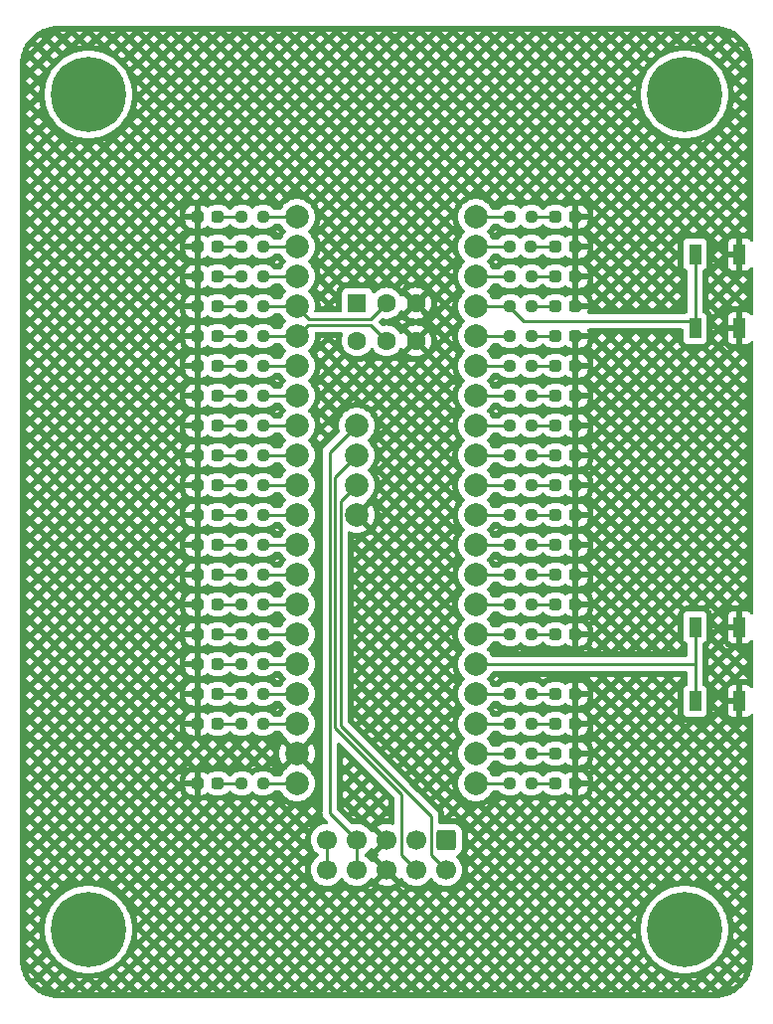
<source format=gbr>
G04 #@! TF.GenerationSoftware,KiCad,Pcbnew,(6.0.6)*
G04 #@! TF.CreationDate,2022-08-02T14:12:15+07:00*
G04 #@! TF.ProjectId,flashbed,666c6173-6862-4656-942e-6b696361645f,rev?*
G04 #@! TF.SameCoordinates,Original*
G04 #@! TF.FileFunction,Copper,L1,Top*
G04 #@! TF.FilePolarity,Positive*
%FSLAX46Y46*%
G04 Gerber Fmt 4.6, Leading zero omitted, Abs format (unit mm)*
G04 Created by KiCad (PCBNEW (6.0.6)) date 2022-08-02 14:12:15*
%MOMM*%
%LPD*%
G01*
G04 APERTURE LIST*
G04 Aperture macros list*
%AMRoundRect*
0 Rectangle with rounded corners*
0 $1 Rounding radius*
0 $2 $3 $4 $5 $6 $7 $8 $9 X,Y pos of 4 corners*
0 Add a 4 corners polygon primitive as box body*
4,1,4,$2,$3,$4,$5,$6,$7,$8,$9,$2,$3,0*
0 Add four circle primitives for the rounded corners*
1,1,$1+$1,$2,$3*
1,1,$1+$1,$4,$5*
1,1,$1+$1,$6,$7*
1,1,$1+$1,$8,$9*
0 Add four rect primitives between the rounded corners*
20,1,$1+$1,$2,$3,$4,$5,0*
20,1,$1+$1,$4,$5,$6,$7,0*
20,1,$1+$1,$6,$7,$8,$9,0*
20,1,$1+$1,$8,$9,$2,$3,0*%
G04 Aperture macros list end*
G04 #@! TA.AperFunction,SMDPad,CuDef*
%ADD10RoundRect,0.237500X-0.287500X-0.237500X0.287500X-0.237500X0.287500X0.237500X-0.287500X0.237500X0*%
G04 #@! TD*
G04 #@! TA.AperFunction,SMDPad,CuDef*
%ADD11RoundRect,0.237500X0.250000X0.237500X-0.250000X0.237500X-0.250000X-0.237500X0.250000X-0.237500X0*%
G04 #@! TD*
G04 #@! TA.AperFunction,ComponentPad*
%ADD12C,2.000000*%
G04 #@! TD*
G04 #@! TA.AperFunction,SMDPad,CuDef*
%ADD13RoundRect,0.237500X-0.250000X-0.237500X0.250000X-0.237500X0.250000X0.237500X-0.250000X0.237500X0*%
G04 #@! TD*
G04 #@! TA.AperFunction,SMDPad,CuDef*
%ADD14RoundRect,0.237500X0.287500X0.237500X-0.287500X0.237500X-0.287500X-0.237500X0.287500X-0.237500X0*%
G04 #@! TD*
G04 #@! TA.AperFunction,ComponentPad*
%ADD15RoundRect,0.250000X-0.600000X0.600000X-0.600000X-0.600000X0.600000X-0.600000X0.600000X0.600000X0*%
G04 #@! TD*
G04 #@! TA.AperFunction,ComponentPad*
%ADD16C,1.700000*%
G04 #@! TD*
G04 #@! TA.AperFunction,ComponentPad*
%ADD17R,1.600000X1.600000*%
G04 #@! TD*
G04 #@! TA.AperFunction,ComponentPad*
%ADD18C,1.600000*%
G04 #@! TD*
G04 #@! TA.AperFunction,ComponentPad*
%ADD19C,0.800000*%
G04 #@! TD*
G04 #@! TA.AperFunction,ComponentPad*
%ADD20C,6.400000*%
G04 #@! TD*
G04 #@! TA.AperFunction,SMDPad,CuDef*
%ADD21R,1.000000X1.700000*%
G04 #@! TD*
G04 #@! TA.AperFunction,Conductor*
%ADD22C,0.250000*%
G04 #@! TD*
G04 APERTURE END LIST*
D10*
X66435000Y-36830000D03*
X68185000Y-36830000D03*
X66435000Y-74930000D03*
X68185000Y-74930000D03*
D11*
X94892500Y-69850000D03*
X93067500Y-69850000D03*
X72032500Y-52070000D03*
X70207500Y-52070000D03*
D12*
X80010000Y-52070000D03*
X80010000Y-54610000D03*
X80010000Y-57150000D03*
X80010000Y-59690000D03*
D13*
X93067500Y-54610000D03*
X94892500Y-54610000D03*
D11*
X94892500Y-74930000D03*
X93067500Y-74930000D03*
X72032500Y-49530000D03*
X70207500Y-49530000D03*
D14*
X98665000Y-36830000D03*
X96915000Y-36830000D03*
D11*
X72032500Y-82550000D03*
X70207500Y-82550000D03*
X72032500Y-44450000D03*
X70207500Y-44450000D03*
D13*
X93067500Y-49530000D03*
X94892500Y-49530000D03*
D11*
X72032500Y-62230000D03*
X70207500Y-62230000D03*
D14*
X98665000Y-64770000D03*
X96915000Y-64770000D03*
X98665000Y-52070000D03*
X96915000Y-52070000D03*
D10*
X66435000Y-39370000D03*
X68185000Y-39370000D03*
D13*
X93067500Y-57150000D03*
X94892500Y-57150000D03*
D11*
X94892500Y-34290000D03*
X93067500Y-34290000D03*
D14*
X98665000Y-54610000D03*
X96915000Y-54610000D03*
D10*
X66435000Y-77470000D03*
X68185000Y-77470000D03*
D14*
X98665000Y-59690000D03*
X96915000Y-59690000D03*
D10*
X66435000Y-67310000D03*
X68185000Y-67310000D03*
X66435000Y-69850000D03*
X68185000Y-69850000D03*
D14*
X98665000Y-41910000D03*
X96915000Y-41910000D03*
D11*
X72032500Y-67310000D03*
X70207500Y-67310000D03*
X72032500Y-39370000D03*
X70207500Y-39370000D03*
D10*
X66435000Y-59690000D03*
X68185000Y-59690000D03*
D11*
X72032500Y-69850000D03*
X70207500Y-69850000D03*
D10*
X66435000Y-57150000D03*
X68185000Y-57150000D03*
D13*
X93067500Y-44450000D03*
X94892500Y-44450000D03*
D11*
X72032500Y-46990000D03*
X70207500Y-46990000D03*
D10*
X66435000Y-72390000D03*
X68185000Y-72390000D03*
D11*
X94892500Y-67310000D03*
X93067500Y-67310000D03*
D10*
X66435000Y-46990000D03*
X68185000Y-46990000D03*
D14*
X98665000Y-49530000D03*
X96915000Y-49530000D03*
D15*
X87630000Y-87376000D03*
D16*
X87630000Y-89916000D03*
X85090000Y-87376000D03*
X85090000Y-89916000D03*
X82550000Y-87376000D03*
X82550000Y-89916000D03*
X80010000Y-87376000D03*
X80010000Y-89916000D03*
X77470000Y-87376000D03*
X77470000Y-89916000D03*
D11*
X94892500Y-41910000D03*
X93067500Y-41910000D03*
D13*
X93067500Y-62230000D03*
X94892500Y-62230000D03*
D14*
X98665000Y-44450000D03*
X96915000Y-44450000D03*
X98665000Y-69850000D03*
X96915000Y-69850000D03*
D11*
X94892500Y-39370000D03*
X93067500Y-39370000D03*
D10*
X66435000Y-62230000D03*
X68185000Y-62230000D03*
D14*
X98665000Y-57150000D03*
X96915000Y-57150000D03*
X98665000Y-74930000D03*
X96915000Y-74930000D03*
X98665000Y-82550000D03*
X96915000Y-82550000D03*
D11*
X72032500Y-34290000D03*
X70207500Y-34290000D03*
D13*
X93067500Y-64770000D03*
X94892500Y-64770000D03*
D11*
X94865500Y-36830000D03*
X93040500Y-36830000D03*
D10*
X66435000Y-49530000D03*
X68185000Y-49530000D03*
D11*
X72032500Y-54610000D03*
X70207500Y-54610000D03*
D13*
X93067500Y-46990000D03*
X94892500Y-46990000D03*
D11*
X94892500Y-82550000D03*
X93067500Y-82550000D03*
D14*
X98665000Y-62230000D03*
X96915000Y-62230000D03*
X98665000Y-80010000D03*
X96915000Y-80010000D03*
X98665000Y-67310000D03*
X96915000Y-67310000D03*
X98665000Y-34290000D03*
X96915000Y-34290000D03*
D11*
X72032500Y-77470000D03*
X70207500Y-77470000D03*
X94892500Y-80010000D03*
X93067500Y-80010000D03*
D17*
X80050000Y-41656000D03*
D18*
X82550000Y-41656000D03*
X85050000Y-41656000D03*
X80050000Y-44856000D03*
X82550000Y-44856000D03*
X85050000Y-44856000D03*
D10*
X66435000Y-44450000D03*
X68185000Y-44450000D03*
D13*
X93067500Y-59690000D03*
X94892500Y-59690000D03*
X93067500Y-52070000D03*
X94892500Y-52070000D03*
D19*
X106252944Y-93298944D03*
X109647056Y-96693056D03*
X109647056Y-93298944D03*
X110350000Y-94996000D03*
D20*
X107950000Y-94996000D03*
D19*
X107950000Y-92596000D03*
X106252944Y-96693056D03*
X107950000Y-97396000D03*
X105550000Y-94996000D03*
D14*
X98665000Y-77470000D03*
X96915000Y-77470000D03*
D11*
X72032500Y-41910000D03*
X70207500Y-41910000D03*
X72032500Y-64770000D03*
X70207500Y-64770000D03*
X72032500Y-72390000D03*
X70207500Y-72390000D03*
D10*
X66435000Y-54610000D03*
X68185000Y-54610000D03*
D11*
X72032500Y-74930000D03*
X70207500Y-74930000D03*
D10*
X66435000Y-41910000D03*
X68185000Y-41910000D03*
X66435000Y-34290000D03*
X68185000Y-34290000D03*
D19*
X59550000Y-23876000D03*
X57150000Y-26276000D03*
X54750000Y-23876000D03*
D20*
X57150000Y-23876000D03*
D19*
X57150000Y-21476000D03*
X58847056Y-22178944D03*
X58847056Y-25573056D03*
X55452944Y-25573056D03*
X55452944Y-22178944D03*
D11*
X72032500Y-59690000D03*
X70207500Y-59690000D03*
X72032500Y-57150000D03*
X70207500Y-57150000D03*
D10*
X66435000Y-64770000D03*
X68185000Y-64770000D03*
D21*
X108844000Y-75540000D03*
X108844000Y-69240000D03*
X112644000Y-75540000D03*
X112644000Y-69240000D03*
D11*
X94892500Y-77470000D03*
X93067500Y-77470000D03*
X72032500Y-36830000D03*
X70207500Y-36830000D03*
D10*
X66435000Y-82550000D03*
X68185000Y-82550000D03*
X66435000Y-52070000D03*
X68185000Y-52070000D03*
D19*
X57150000Y-92596000D03*
D20*
X57150000Y-94996000D03*
D19*
X55452944Y-96693056D03*
X58847056Y-93298944D03*
X57150000Y-97396000D03*
X55452944Y-93298944D03*
X54750000Y-94996000D03*
X58847056Y-96693056D03*
X59550000Y-94996000D03*
D21*
X108844000Y-43790000D03*
X108844000Y-37490000D03*
X112644000Y-43790000D03*
X112644000Y-37490000D03*
D14*
X98665000Y-39370000D03*
X96915000Y-39370000D03*
D12*
X90170000Y-34290000D03*
X90170000Y-36830000D03*
X90170000Y-39370000D03*
X90170000Y-41910000D03*
X90170000Y-44450000D03*
X90170000Y-46990000D03*
X90170000Y-49530000D03*
X90170000Y-52070000D03*
X90170000Y-54610000D03*
X90170000Y-57150000D03*
X90170000Y-59690000D03*
X90170000Y-62230000D03*
X90170000Y-64770000D03*
X90170000Y-67310000D03*
X90170000Y-69850000D03*
X90170000Y-72390000D03*
X90170000Y-74930000D03*
X90170000Y-77470000D03*
X90170000Y-80010000D03*
X90170000Y-82550000D03*
X74930000Y-34290000D03*
X74930000Y-36830000D03*
X74930000Y-39370000D03*
X74930000Y-41910000D03*
X74930000Y-44450000D03*
X74930000Y-46990000D03*
X74930000Y-49530000D03*
X74930000Y-52070000D03*
X74930000Y-54610000D03*
X74930000Y-57150000D03*
X74930000Y-59690000D03*
X74930000Y-62230000D03*
X74930000Y-64770000D03*
X74930000Y-67310000D03*
X74930000Y-69850000D03*
X74930000Y-72390000D03*
X74930000Y-74930000D03*
X74930000Y-77470000D03*
X74930000Y-80010000D03*
X74930000Y-82550000D03*
D20*
X107950000Y-23876000D03*
D19*
X105550000Y-23876000D03*
X106252944Y-25573056D03*
X110350000Y-23876000D03*
X109647056Y-22178944D03*
X106252944Y-22178944D03*
X107950000Y-21476000D03*
X109647056Y-25573056D03*
X107950000Y-26276000D03*
D14*
X98665000Y-46990000D03*
X96915000Y-46990000D03*
D22*
X68185000Y-36830000D02*
X70207500Y-36830000D01*
X70207500Y-39370000D02*
X68185000Y-39370000D01*
X96915000Y-44450000D02*
X94892500Y-44450000D01*
X68185000Y-46990000D02*
X70207500Y-46990000D01*
X96915000Y-46990000D02*
X94892500Y-46990000D01*
X70207500Y-49530000D02*
X68185000Y-49530000D01*
X94892500Y-49530000D02*
X96915000Y-49530000D01*
X68185000Y-52070000D02*
X70207500Y-52070000D01*
X96915000Y-52070000D02*
X94892500Y-52070000D01*
X70207500Y-54610000D02*
X68185000Y-54610000D01*
X94892500Y-54610000D02*
X96915000Y-54610000D01*
X68185000Y-57150000D02*
X70207500Y-57150000D01*
X96915000Y-57150000D02*
X94892500Y-57150000D01*
X70207500Y-59690000D02*
X68185000Y-59690000D01*
X94892500Y-59690000D02*
X96915000Y-59690000D01*
X68185000Y-62230000D02*
X70207500Y-62230000D01*
X96915000Y-62230000D02*
X94892500Y-62230000D01*
X70207500Y-64770000D02*
X68185000Y-64770000D01*
X94892500Y-64770000D02*
X96915000Y-64770000D01*
X86360000Y-85344000D02*
X86360000Y-88646000D01*
X78624000Y-58536000D02*
X78624000Y-77608000D01*
X78624000Y-77608000D02*
X86360000Y-85344000D01*
X80010000Y-57150000D02*
X78624000Y-58536000D01*
X86360000Y-88646000D02*
X87630000Y-89916000D01*
X85090000Y-89916000D02*
X83820000Y-88646000D01*
X78174000Y-56446000D02*
X80010000Y-54610000D01*
X78174000Y-77794396D02*
X78174000Y-56446000D01*
X83820000Y-88646000D02*
X83820000Y-83440396D01*
X83820000Y-83440396D02*
X78174000Y-77794396D01*
X77724000Y-85090000D02*
X80010000Y-87376000D01*
X80010000Y-87376000D02*
X80010000Y-89916000D01*
X77724000Y-54356000D02*
X77724000Y-85090000D01*
X80010000Y-52070000D02*
X77724000Y-54356000D01*
X77470000Y-87376000D02*
X77470000Y-89916000D01*
X72032500Y-36830000D02*
X74930000Y-36830000D01*
X72032500Y-39370000D02*
X74930000Y-39370000D01*
X93067500Y-59690000D02*
X90170000Y-59690000D01*
X93067500Y-62230000D02*
X90170000Y-62230000D01*
X93067500Y-64770000D02*
X90170000Y-64770000D01*
X72032500Y-44450000D02*
X74930000Y-44450000D01*
X75877000Y-43503000D02*
X74930000Y-44450000D01*
X81197000Y-43503000D02*
X75877000Y-43503000D01*
X82550000Y-44856000D02*
X81197000Y-43503000D01*
X72032500Y-41910000D02*
X74930000Y-41910000D01*
X82550000Y-41656000D02*
X81153000Y-43053000D01*
X75946000Y-43053000D02*
X74930000Y-42037000D01*
X74930000Y-42037000D02*
X74930000Y-41910000D01*
X81153000Y-43053000D02*
X75946000Y-43053000D01*
X72032500Y-34290000D02*
X74930000Y-34290000D01*
X72032500Y-46990000D02*
X74930000Y-46990000D01*
X72032500Y-49530000D02*
X74930000Y-49530000D01*
X74930000Y-52070000D02*
X72032500Y-52070000D01*
X72032500Y-54610000D02*
X74930000Y-54610000D01*
X72032500Y-57150000D02*
X74930000Y-57150000D01*
X72032500Y-59690000D02*
X74930000Y-59690000D01*
X72032500Y-62230000D02*
X74930000Y-62230000D01*
X72032500Y-64770000D02*
X74930000Y-64770000D01*
X72032500Y-67310000D02*
X74930000Y-67310000D01*
X72032500Y-69850000D02*
X74930000Y-69850000D01*
X72032500Y-72390000D02*
X74930000Y-72390000D01*
X72032500Y-74930000D02*
X74930000Y-74930000D01*
X72032500Y-77470000D02*
X74930000Y-77470000D01*
X72032500Y-82550000D02*
X74930000Y-82550000D01*
X108844000Y-43790000D02*
X108844000Y-43566000D01*
X108844000Y-43566000D02*
X108458000Y-43180000D01*
X93067500Y-41910000D02*
X90170000Y-41910000D01*
X93067500Y-42013500D02*
X94234000Y-43180000D01*
X94234000Y-43180000D02*
X108458000Y-43180000D01*
X93067500Y-41910000D02*
X93067500Y-42013500D01*
X108844000Y-43790000D02*
X108844000Y-37490000D01*
X90170000Y-44450000D02*
X93067500Y-44450000D01*
X93067500Y-46990000D02*
X90170000Y-46990000D01*
X93067500Y-49530000D02*
X90170000Y-49530000D01*
X93067500Y-52070000D02*
X90170000Y-52070000D01*
X93067500Y-54610000D02*
X90170000Y-54610000D01*
X93067500Y-57150000D02*
X90170000Y-57150000D01*
X93067500Y-67310000D02*
X90170000Y-67310000D01*
X93067500Y-69850000D02*
X90170000Y-69850000D01*
X108844000Y-72268000D02*
X108722000Y-72390000D01*
X108844000Y-69240000D02*
X108844000Y-72258000D01*
X108844000Y-72258000D02*
X108844000Y-72512000D01*
X108722000Y-72390000D02*
X108844000Y-72512000D01*
X108844000Y-72512000D02*
X108844000Y-75540000D01*
X90170000Y-72390000D02*
X108722000Y-72390000D01*
X108844000Y-72258000D02*
X108844000Y-72268000D01*
X93067500Y-74930000D02*
X90170000Y-74930000D01*
X93067500Y-77470000D02*
X90170000Y-77470000D01*
X93067500Y-80010000D02*
X90170000Y-80010000D01*
X93067500Y-82550000D02*
X90170000Y-82550000D01*
X70207500Y-77470000D02*
X68185000Y-77470000D01*
X70207500Y-82550000D02*
X68185000Y-82550000D01*
X93067500Y-34290000D02*
X90170000Y-34290000D01*
X93067500Y-39370000D02*
X90170000Y-39370000D01*
X96915000Y-34290000D02*
X94892500Y-34290000D01*
X96915000Y-39370000D02*
X94892500Y-39370000D01*
X96915000Y-41910000D02*
X94892500Y-41910000D01*
X70207500Y-34290000D02*
X68185000Y-34290000D01*
X70207500Y-41910000D02*
X68185000Y-41910000D01*
X70207500Y-44450000D02*
X68185000Y-44450000D01*
X70207500Y-67310000D02*
X68185000Y-67310000D01*
X70207500Y-69850000D02*
X68185000Y-69850000D01*
X70207500Y-72390000D02*
X68185000Y-72390000D01*
X70207500Y-74930000D02*
X68185000Y-74930000D01*
X96915000Y-67310000D02*
X94892500Y-67310000D01*
X96915000Y-69850000D02*
X94892500Y-69850000D01*
X96915000Y-74930000D02*
X94892500Y-74930000D01*
X96915000Y-77470000D02*
X94892500Y-77470000D01*
X96915000Y-80010000D02*
X94892500Y-80010000D01*
X96915000Y-82550000D02*
X94892500Y-82550000D01*
X96915000Y-36830000D02*
X94865500Y-36830000D01*
X93040500Y-36830000D02*
X90170000Y-36830000D01*
G04 #@! TA.AperFunction,Conductor*
G36*
X110460018Y-18036000D02*
G01*
X110474851Y-18038310D01*
X110474855Y-18038310D01*
X110483724Y-18039691D01*
X110502436Y-18037244D01*
X110525366Y-18036353D01*
X110828503Y-18052240D01*
X110841617Y-18053618D01*
X111169898Y-18105613D01*
X111182798Y-18108355D01*
X111503846Y-18194379D01*
X111516382Y-18198453D01*
X111787468Y-18302513D01*
X111826672Y-18317562D01*
X111838720Y-18322926D01*
X112134867Y-18473820D01*
X112146288Y-18480414D01*
X112425040Y-18661437D01*
X112435710Y-18669190D01*
X112694004Y-18878352D01*
X112703805Y-18887177D01*
X112938823Y-19122195D01*
X112947648Y-19131996D01*
X113156810Y-19390290D01*
X113164563Y-19400960D01*
X113345586Y-19679712D01*
X113352180Y-19691133D01*
X113503074Y-19987280D01*
X113508438Y-19999328D01*
X113602520Y-20244417D01*
X113627545Y-20309610D01*
X113631620Y-20322152D01*
X113671978Y-20472769D01*
X113717645Y-20643202D01*
X113720387Y-20656102D01*
X113772382Y-20984383D01*
X113773760Y-20997500D01*
X113789262Y-21293298D01*
X113787935Y-21319273D01*
X113787691Y-21320843D01*
X113787691Y-21320849D01*
X113786309Y-21329724D01*
X113787473Y-21338626D01*
X113787473Y-21338628D01*
X113790436Y-21361283D01*
X113791500Y-21377621D01*
X113791500Y-36278614D01*
X113771498Y-36346735D01*
X113717842Y-36393228D01*
X113647568Y-36403332D01*
X113582988Y-36373838D01*
X113564673Y-36354179D01*
X113512281Y-36284272D01*
X113499724Y-36271715D01*
X113397649Y-36195214D01*
X113382054Y-36186676D01*
X113261606Y-36141522D01*
X113246351Y-36137895D01*
X113195486Y-36132369D01*
X113188672Y-36132000D01*
X112916115Y-36132000D01*
X112900876Y-36136475D01*
X112899671Y-36137865D01*
X112898000Y-36145548D01*
X112898000Y-38829884D01*
X112902475Y-38845123D01*
X112903865Y-38846328D01*
X112911548Y-38847999D01*
X113188669Y-38847999D01*
X113195490Y-38847629D01*
X113246352Y-38842105D01*
X113261604Y-38838479D01*
X113382054Y-38793324D01*
X113397649Y-38784786D01*
X113499724Y-38708285D01*
X113512281Y-38695728D01*
X113564673Y-38625821D01*
X113621533Y-38583306D01*
X113692351Y-38578280D01*
X113754645Y-38612340D01*
X113788635Y-38674671D01*
X113791500Y-38701386D01*
X113791500Y-42578614D01*
X113771498Y-42646735D01*
X113717842Y-42693228D01*
X113647568Y-42703332D01*
X113582988Y-42673838D01*
X113564673Y-42654179D01*
X113512281Y-42584272D01*
X113499724Y-42571715D01*
X113397649Y-42495214D01*
X113382054Y-42486676D01*
X113261606Y-42441522D01*
X113246351Y-42437895D01*
X113195486Y-42432369D01*
X113188672Y-42432000D01*
X112916115Y-42432000D01*
X112900876Y-42436475D01*
X112899671Y-42437865D01*
X112898000Y-42445548D01*
X112898000Y-45129884D01*
X112902475Y-45145123D01*
X112903865Y-45146328D01*
X112911548Y-45147999D01*
X113188669Y-45147999D01*
X113195490Y-45147629D01*
X113246352Y-45142105D01*
X113261604Y-45138479D01*
X113382054Y-45093324D01*
X113397649Y-45084786D01*
X113499724Y-45008285D01*
X113512281Y-44995728D01*
X113564673Y-44925821D01*
X113621533Y-44883306D01*
X113692351Y-44878280D01*
X113754645Y-44912340D01*
X113788635Y-44974671D01*
X113791500Y-45001386D01*
X113791500Y-68028614D01*
X113771498Y-68096735D01*
X113717842Y-68143228D01*
X113647568Y-68153332D01*
X113582988Y-68123838D01*
X113564673Y-68104179D01*
X113512281Y-68034272D01*
X113499724Y-68021715D01*
X113397649Y-67945214D01*
X113382054Y-67936676D01*
X113261606Y-67891522D01*
X113246351Y-67887895D01*
X113195486Y-67882369D01*
X113188672Y-67882000D01*
X112916115Y-67882000D01*
X112900876Y-67886475D01*
X112899671Y-67887865D01*
X112898000Y-67895548D01*
X112898000Y-70579884D01*
X112902475Y-70595123D01*
X112903865Y-70596328D01*
X112911548Y-70597999D01*
X113188669Y-70597999D01*
X113195490Y-70597629D01*
X113246352Y-70592105D01*
X113261604Y-70588479D01*
X113382054Y-70543324D01*
X113397649Y-70534786D01*
X113499724Y-70458285D01*
X113512281Y-70445728D01*
X113564673Y-70375821D01*
X113621533Y-70333306D01*
X113692351Y-70328280D01*
X113754645Y-70362340D01*
X113788635Y-70424671D01*
X113791500Y-70451386D01*
X113791500Y-74328614D01*
X113771498Y-74396735D01*
X113717842Y-74443228D01*
X113647568Y-74453332D01*
X113582988Y-74423838D01*
X113564673Y-74404179D01*
X113512281Y-74334272D01*
X113499724Y-74321715D01*
X113397649Y-74245214D01*
X113382054Y-74236676D01*
X113261606Y-74191522D01*
X113246351Y-74187895D01*
X113195486Y-74182369D01*
X113188672Y-74182000D01*
X112916115Y-74182000D01*
X112900876Y-74186475D01*
X112899671Y-74187865D01*
X112898000Y-74195548D01*
X112898000Y-76879884D01*
X112902475Y-76895123D01*
X112903865Y-76896328D01*
X112911548Y-76897999D01*
X113188669Y-76897999D01*
X113195490Y-76897629D01*
X113246352Y-76892105D01*
X113261604Y-76888479D01*
X113382054Y-76843324D01*
X113397649Y-76834786D01*
X113499724Y-76758285D01*
X113512281Y-76745728D01*
X113564673Y-76675821D01*
X113621533Y-76633306D01*
X113692351Y-76628280D01*
X113754645Y-76662340D01*
X113788635Y-76724671D01*
X113791500Y-76751386D01*
X113791500Y-97486633D01*
X113790000Y-97506018D01*
X113787690Y-97520851D01*
X113787690Y-97520855D01*
X113786309Y-97529724D01*
X113788136Y-97543693D01*
X113788756Y-97548433D01*
X113789647Y-97571366D01*
X113782736Y-97703232D01*
X113773760Y-97874501D01*
X113772382Y-97887617D01*
X113720387Y-98215898D01*
X113717645Y-98228798D01*
X113671633Y-98400520D01*
X113631621Y-98549846D01*
X113627547Y-98562382D01*
X113571040Y-98709589D01*
X113508438Y-98872672D01*
X113503074Y-98884720D01*
X113352180Y-99180867D01*
X113345586Y-99192288D01*
X113164563Y-99471040D01*
X113156810Y-99481710D01*
X112947648Y-99740004D01*
X112938823Y-99749805D01*
X112703805Y-99984823D01*
X112694004Y-99993648D01*
X112435710Y-100202810D01*
X112425040Y-100210563D01*
X112146288Y-100391586D01*
X112134867Y-100398180D01*
X111838720Y-100549074D01*
X111826671Y-100554438D01*
X111516382Y-100673547D01*
X111503846Y-100677621D01*
X111182798Y-100763645D01*
X111169898Y-100766387D01*
X110841617Y-100818382D01*
X110828501Y-100819760D01*
X110794848Y-100821524D01*
X110532702Y-100835262D01*
X110506727Y-100833935D01*
X110505157Y-100833691D01*
X110505151Y-100833691D01*
X110496276Y-100832309D01*
X110487374Y-100833473D01*
X110487372Y-100833473D01*
X110472323Y-100835441D01*
X110464714Y-100836436D01*
X110448379Y-100837500D01*
X54659367Y-100837500D01*
X54639982Y-100836000D01*
X54625149Y-100833690D01*
X54625145Y-100833690D01*
X54616276Y-100832309D01*
X54597564Y-100834756D01*
X54574634Y-100835647D01*
X54271497Y-100819760D01*
X54258383Y-100818382D01*
X53930102Y-100766387D01*
X53917202Y-100763645D01*
X53596154Y-100677621D01*
X53583618Y-100673547D01*
X53273329Y-100554438D01*
X53261280Y-100549074D01*
X52965133Y-100398180D01*
X52953712Y-100391586D01*
X52873506Y-100339500D01*
X54738852Y-100339500D01*
X55231402Y-100339500D01*
X56153066Y-100339500D01*
X56645616Y-100339500D01*
X57567280Y-100339500D01*
X58059830Y-100339500D01*
X58981493Y-100339500D01*
X59474043Y-100339500D01*
X60395707Y-100339500D01*
X60888257Y-100339500D01*
X61809920Y-100339500D01*
X62302470Y-100339500D01*
X63224134Y-100339500D01*
X63716684Y-100339500D01*
X64638347Y-100339500D01*
X65130897Y-100339500D01*
X66052561Y-100339500D01*
X66545111Y-100339500D01*
X67466775Y-100339500D01*
X67959325Y-100339500D01*
X68880988Y-100339500D01*
X69373538Y-100339500D01*
X70295202Y-100339500D01*
X70787752Y-100339500D01*
X71709415Y-100339500D01*
X72201965Y-100339500D01*
X73123629Y-100339500D01*
X73616179Y-100339500D01*
X74537842Y-100339500D01*
X75030392Y-100339500D01*
X75952056Y-100339500D01*
X76444606Y-100339500D01*
X77366269Y-100339500D01*
X77858819Y-100339500D01*
X78780483Y-100339500D01*
X79273033Y-100339500D01*
X80194697Y-100339500D01*
X80687247Y-100339500D01*
X81608910Y-100339500D01*
X82101460Y-100339500D01*
X83023124Y-100339500D01*
X83515674Y-100339500D01*
X84437337Y-100339500D01*
X84929887Y-100339500D01*
X85851551Y-100339500D01*
X86344101Y-100339500D01*
X87265764Y-100339500D01*
X87758314Y-100339500D01*
X88679978Y-100339500D01*
X89172528Y-100339500D01*
X90094192Y-100339500D01*
X90586742Y-100339500D01*
X91508405Y-100339500D01*
X92000955Y-100339500D01*
X92922619Y-100339500D01*
X93415169Y-100339500D01*
X94336832Y-100339500D01*
X94829382Y-100339500D01*
X95751046Y-100339500D01*
X96243596Y-100339500D01*
X97165259Y-100339500D01*
X97657809Y-100339500D01*
X98579473Y-100339500D01*
X99072023Y-100339500D01*
X99993686Y-100339500D01*
X100486236Y-100339500D01*
X101407900Y-100339500D01*
X101900450Y-100339500D01*
X102822114Y-100339500D01*
X103314664Y-100339500D01*
X104236327Y-100339500D01*
X104728877Y-100339500D01*
X105650541Y-100339500D01*
X106143091Y-100339500D01*
X107064754Y-100339500D01*
X107557304Y-100339500D01*
X108478968Y-100339500D01*
X108971518Y-100339500D01*
X109893181Y-100339500D01*
X110385731Y-100339500D01*
X110139456Y-100093225D01*
X109893181Y-100339500D01*
X108971518Y-100339500D01*
X108725243Y-100093225D01*
X108478968Y-100339500D01*
X107557304Y-100339500D01*
X107311029Y-100093225D01*
X107064754Y-100339500D01*
X106143091Y-100339500D01*
X105896816Y-100093225D01*
X105650541Y-100339500D01*
X104728877Y-100339500D01*
X104482602Y-100093225D01*
X104236327Y-100339500D01*
X103314664Y-100339500D01*
X103068389Y-100093225D01*
X102822114Y-100339500D01*
X101900450Y-100339500D01*
X101654175Y-100093225D01*
X101407900Y-100339500D01*
X100486236Y-100339500D01*
X100239961Y-100093225D01*
X99993686Y-100339500D01*
X99072023Y-100339500D01*
X98825748Y-100093225D01*
X98579473Y-100339500D01*
X97657809Y-100339500D01*
X97411534Y-100093225D01*
X97165259Y-100339500D01*
X96243596Y-100339500D01*
X95997321Y-100093225D01*
X95751046Y-100339500D01*
X94829382Y-100339500D01*
X94583107Y-100093225D01*
X94336832Y-100339500D01*
X93415169Y-100339500D01*
X93168894Y-100093225D01*
X92922619Y-100339500D01*
X92000955Y-100339500D01*
X91754680Y-100093225D01*
X91508405Y-100339500D01*
X90586742Y-100339500D01*
X90340467Y-100093225D01*
X90094192Y-100339500D01*
X89172528Y-100339500D01*
X88926253Y-100093225D01*
X88679978Y-100339500D01*
X87758314Y-100339500D01*
X87512039Y-100093225D01*
X87265764Y-100339500D01*
X86344101Y-100339500D01*
X86097826Y-100093225D01*
X85851551Y-100339500D01*
X84929887Y-100339500D01*
X84683612Y-100093225D01*
X84437337Y-100339500D01*
X83515674Y-100339500D01*
X83269399Y-100093225D01*
X83023124Y-100339500D01*
X82101460Y-100339500D01*
X81855185Y-100093225D01*
X81608910Y-100339500D01*
X80687247Y-100339500D01*
X80440972Y-100093225D01*
X80194697Y-100339500D01*
X79273033Y-100339500D01*
X79026758Y-100093225D01*
X78780483Y-100339500D01*
X77858819Y-100339500D01*
X77612544Y-100093225D01*
X77366269Y-100339500D01*
X76444606Y-100339500D01*
X76198331Y-100093225D01*
X75952056Y-100339500D01*
X75030392Y-100339500D01*
X74784117Y-100093225D01*
X74537842Y-100339500D01*
X73616179Y-100339500D01*
X73369904Y-100093225D01*
X73123629Y-100339500D01*
X72201965Y-100339500D01*
X71955690Y-100093225D01*
X71709415Y-100339500D01*
X70787752Y-100339500D01*
X70541477Y-100093225D01*
X70295202Y-100339500D01*
X69373538Y-100339500D01*
X69127263Y-100093225D01*
X68880988Y-100339500D01*
X67959325Y-100339500D01*
X67713050Y-100093225D01*
X67466775Y-100339500D01*
X66545111Y-100339500D01*
X66298836Y-100093225D01*
X66052561Y-100339500D01*
X65130897Y-100339500D01*
X64884622Y-100093225D01*
X64638347Y-100339500D01*
X63716684Y-100339500D01*
X63470409Y-100093225D01*
X63224134Y-100339500D01*
X62302470Y-100339500D01*
X62056195Y-100093225D01*
X61809920Y-100339500D01*
X60888257Y-100339500D01*
X60641982Y-100093225D01*
X60395707Y-100339500D01*
X59474043Y-100339500D01*
X59227768Y-100093225D01*
X58981493Y-100339500D01*
X58059830Y-100339500D01*
X57813555Y-100093225D01*
X57567280Y-100339500D01*
X56645616Y-100339500D01*
X56399341Y-100093225D01*
X56153066Y-100339500D01*
X55231402Y-100339500D01*
X54985127Y-100093225D01*
X54738852Y-100339500D01*
X52873506Y-100339500D01*
X52674960Y-100210563D01*
X52664290Y-100202810D01*
X52405996Y-99993648D01*
X52396195Y-99984823D01*
X52161177Y-99749805D01*
X52152352Y-99740004D01*
X52012369Y-99567139D01*
X52682787Y-99567139D01*
X52734543Y-99618895D01*
X52962538Y-99803522D01*
X53080036Y-99879826D01*
X53218775Y-99741087D01*
X53923053Y-99741087D01*
X54278020Y-100096054D01*
X54632989Y-99741086D01*
X55337266Y-99741086D01*
X55692235Y-100096054D01*
X56047202Y-99741087D01*
X56751480Y-99741087D01*
X57106447Y-100096054D01*
X57461416Y-99741086D01*
X58165693Y-99741086D01*
X58520662Y-100096054D01*
X58875629Y-99741087D01*
X59579907Y-99741087D01*
X59934874Y-100096054D01*
X60289842Y-99741087D01*
X60994121Y-99741087D01*
X61349088Y-100096054D01*
X61704057Y-99741086D01*
X62408334Y-99741086D01*
X62763303Y-100096054D01*
X63118270Y-99741087D01*
X63822548Y-99741087D01*
X64177515Y-100096054D01*
X64532484Y-99741086D01*
X65236761Y-99741086D01*
X65591730Y-100096054D01*
X65946697Y-99741087D01*
X66650975Y-99741087D01*
X67005942Y-100096054D01*
X67360911Y-99741086D01*
X68065188Y-99741086D01*
X68420157Y-100096054D01*
X68775124Y-99741087D01*
X69479402Y-99741087D01*
X69834369Y-100096054D01*
X70189338Y-99741086D01*
X70893615Y-99741086D01*
X71248584Y-100096054D01*
X71603551Y-99741087D01*
X72307829Y-99741087D01*
X72662797Y-100096055D01*
X73017765Y-99741087D01*
X73722043Y-99741087D01*
X74077010Y-100096054D01*
X74431979Y-99741086D01*
X75136256Y-99741086D01*
X75491225Y-100096054D01*
X75846192Y-99741087D01*
X76550470Y-99741087D01*
X76905437Y-100096054D01*
X77260406Y-99741086D01*
X77964683Y-99741086D01*
X78319652Y-100096054D01*
X78674619Y-99741087D01*
X79378897Y-99741087D01*
X79733864Y-100096054D01*
X80088833Y-99741086D01*
X80793110Y-99741086D01*
X81148079Y-100096054D01*
X81503046Y-99741087D01*
X82207324Y-99741087D01*
X82562291Y-100096054D01*
X82917259Y-99741087D01*
X83621538Y-99741087D01*
X83976505Y-100096054D01*
X84331474Y-99741086D01*
X85035751Y-99741086D01*
X85390720Y-100096054D01*
X85745687Y-99741087D01*
X86449965Y-99741087D01*
X86804932Y-100096054D01*
X87159901Y-99741086D01*
X87864178Y-99741086D01*
X88219147Y-100096054D01*
X88574114Y-99741087D01*
X89278392Y-99741087D01*
X89633359Y-100096054D01*
X89988328Y-99741086D01*
X90692605Y-99741086D01*
X91047574Y-100096054D01*
X91402541Y-99741087D01*
X92106819Y-99741087D01*
X92461786Y-100096054D01*
X92816755Y-99741086D01*
X93521032Y-99741086D01*
X93876001Y-100096054D01*
X94230968Y-99741087D01*
X94935246Y-99741087D01*
X95290214Y-100096055D01*
X95645182Y-99741087D01*
X96349460Y-99741087D01*
X96704427Y-100096054D01*
X97059396Y-99741086D01*
X97763673Y-99741086D01*
X98118642Y-100096054D01*
X98473609Y-99741087D01*
X99177887Y-99741087D01*
X99532854Y-100096054D01*
X99887823Y-99741086D01*
X100592100Y-99741086D01*
X100947069Y-100096054D01*
X101302036Y-99741087D01*
X102006314Y-99741087D01*
X102361281Y-100096054D01*
X102716250Y-99741086D01*
X103420527Y-99741086D01*
X103775496Y-100096054D01*
X104130463Y-99741087D01*
X104834741Y-99741087D01*
X105189708Y-100096054D01*
X105544677Y-99741086D01*
X106248954Y-99741086D01*
X106603923Y-100096054D01*
X106958890Y-99741087D01*
X106958889Y-99741086D01*
X107663168Y-99741086D01*
X108018137Y-100096054D01*
X108373104Y-99741087D01*
X109077382Y-99741087D01*
X109432349Y-100096054D01*
X109787318Y-99741086D01*
X110491595Y-99741086D01*
X110846564Y-100096054D01*
X111201531Y-99741087D01*
X111905809Y-99741087D01*
X112034869Y-99870147D01*
X112137462Y-99803522D01*
X112365452Y-99618899D01*
X112429505Y-99554846D01*
X112260777Y-99386118D01*
X111905809Y-99741087D01*
X111201531Y-99741087D01*
X110846563Y-99386118D01*
X110491595Y-99741086D01*
X109787318Y-99741086D01*
X109432350Y-99386118D01*
X109077382Y-99741087D01*
X108373104Y-99741087D01*
X108018136Y-99386118D01*
X107663168Y-99741086D01*
X106958889Y-99741086D01*
X106603922Y-99386118D01*
X106248954Y-99741086D01*
X105544677Y-99741086D01*
X105189709Y-99386118D01*
X104834741Y-99741087D01*
X104130463Y-99741087D01*
X103775495Y-99386118D01*
X103420527Y-99741086D01*
X102716250Y-99741086D01*
X102361282Y-99386118D01*
X102006314Y-99741087D01*
X101302036Y-99741087D01*
X100947068Y-99386118D01*
X100592100Y-99741086D01*
X99887823Y-99741086D01*
X99532855Y-99386118D01*
X99177887Y-99741087D01*
X98473609Y-99741087D01*
X98118641Y-99386118D01*
X97763673Y-99741086D01*
X97059396Y-99741086D01*
X96704428Y-99386118D01*
X96349460Y-99741087D01*
X95645182Y-99741087D01*
X95290214Y-99386119D01*
X94935246Y-99741087D01*
X94230968Y-99741087D01*
X93876000Y-99386118D01*
X93521032Y-99741086D01*
X92816755Y-99741086D01*
X92461787Y-99386118D01*
X92106819Y-99741087D01*
X91402541Y-99741087D01*
X91047573Y-99386118D01*
X90692605Y-99741086D01*
X89988328Y-99741086D01*
X89633360Y-99386118D01*
X89278392Y-99741087D01*
X88574114Y-99741087D01*
X88219146Y-99386118D01*
X87864178Y-99741086D01*
X87159901Y-99741086D01*
X86804933Y-99386118D01*
X86449965Y-99741087D01*
X85745687Y-99741087D01*
X85390719Y-99386118D01*
X85035751Y-99741086D01*
X84331474Y-99741086D01*
X83976506Y-99386118D01*
X83621538Y-99741087D01*
X82917259Y-99741087D01*
X82917260Y-99741086D01*
X82562292Y-99386118D01*
X82207324Y-99741087D01*
X81503046Y-99741087D01*
X81148078Y-99386118D01*
X80793110Y-99741086D01*
X80088833Y-99741086D01*
X79733865Y-99386118D01*
X79378897Y-99741087D01*
X78674619Y-99741087D01*
X78319651Y-99386118D01*
X77964683Y-99741086D01*
X77260406Y-99741086D01*
X76905438Y-99386118D01*
X76550470Y-99741087D01*
X75846192Y-99741087D01*
X75491224Y-99386118D01*
X75136256Y-99741086D01*
X74431979Y-99741086D01*
X74077011Y-99386118D01*
X73722043Y-99741087D01*
X73017765Y-99741087D01*
X72662797Y-99386119D01*
X72307829Y-99741087D01*
X71603551Y-99741087D01*
X71248583Y-99386118D01*
X70893615Y-99741086D01*
X70189338Y-99741086D01*
X69834370Y-99386118D01*
X69479402Y-99741087D01*
X68775124Y-99741087D01*
X68420156Y-99386118D01*
X68065188Y-99741086D01*
X67360911Y-99741086D01*
X67005943Y-99386118D01*
X66650975Y-99741087D01*
X65946697Y-99741087D01*
X65591729Y-99386118D01*
X65236761Y-99741086D01*
X64532484Y-99741086D01*
X64177516Y-99386118D01*
X63822548Y-99741087D01*
X63118270Y-99741087D01*
X62763302Y-99386118D01*
X62408334Y-99741086D01*
X61704057Y-99741086D01*
X61349089Y-99386118D01*
X60994121Y-99741087D01*
X60289842Y-99741087D01*
X60289843Y-99741086D01*
X59934875Y-99386118D01*
X59579907Y-99741087D01*
X58875629Y-99741087D01*
X58520661Y-99386118D01*
X58165693Y-99741086D01*
X57461416Y-99741086D01*
X57106448Y-99386118D01*
X56751480Y-99741087D01*
X56047202Y-99741087D01*
X55692234Y-99386118D01*
X55337266Y-99741086D01*
X54632989Y-99741086D01*
X54278021Y-99386118D01*
X53923053Y-99741087D01*
X53218775Y-99741087D01*
X52863807Y-99386119D01*
X52682787Y-99567139D01*
X52012369Y-99567139D01*
X51943190Y-99481710D01*
X51935437Y-99471040D01*
X51754414Y-99192288D01*
X51747820Y-99180867D01*
X51596926Y-98884720D01*
X51591562Y-98872672D01*
X51544094Y-98749014D01*
X52086699Y-98749014D01*
X52182689Y-98937408D01*
X52342476Y-99183459D01*
X52351297Y-99194352D01*
X52511669Y-99033980D01*
X52511668Y-99033979D01*
X53215946Y-99033979D01*
X53570914Y-99388948D01*
X53925882Y-99033980D01*
X54630159Y-99033980D01*
X54985127Y-99388948D01*
X55311875Y-99062199D01*
X56072592Y-99062199D01*
X56399341Y-99388948D01*
X56605930Y-99182359D01*
X57606966Y-99182359D01*
X57813555Y-99388948D01*
X58108422Y-99094081D01*
X58050990Y-99109470D01*
X58047791Y-99110282D01*
X58035269Y-99113288D01*
X58032054Y-99114016D01*
X58019154Y-99116758D01*
X58015917Y-99117401D01*
X58003253Y-99119748D01*
X58000004Y-99120307D01*
X57616081Y-99181115D01*
X57612820Y-99181588D01*
X57606966Y-99182359D01*
X56605930Y-99182359D01*
X56617667Y-99170622D01*
X56299996Y-99120307D01*
X56296747Y-99119748D01*
X56284083Y-99117401D01*
X56280846Y-99116758D01*
X56267946Y-99114016D01*
X56264731Y-99113288D01*
X56252209Y-99110282D01*
X56249010Y-99109470D01*
X56072592Y-99062199D01*
X55311875Y-99062199D01*
X55340094Y-99033980D01*
X58872800Y-99033980D01*
X59227768Y-99388948D01*
X59582736Y-99033979D01*
X60287014Y-99033979D01*
X60641982Y-99388948D01*
X60996950Y-99033980D01*
X61701227Y-99033980D01*
X62056195Y-99388948D01*
X62411163Y-99033979D01*
X63115441Y-99033979D01*
X63470409Y-99388948D01*
X63825377Y-99033980D01*
X64529654Y-99033980D01*
X64884622Y-99388948D01*
X65239590Y-99033979D01*
X65943868Y-99033979D01*
X66298836Y-99388948D01*
X66653804Y-99033980D01*
X66653803Y-99033979D01*
X67358082Y-99033979D01*
X67713050Y-99388948D01*
X68068018Y-99033980D01*
X68772295Y-99033980D01*
X69127263Y-99388948D01*
X69482231Y-99033979D01*
X70186509Y-99033979D01*
X70541477Y-99388948D01*
X70896445Y-99033980D01*
X71600722Y-99033980D01*
X71955690Y-99388948D01*
X72310658Y-99033979D01*
X73014936Y-99033979D01*
X73369904Y-99388948D01*
X73724872Y-99033980D01*
X74429149Y-99033980D01*
X74784117Y-99388948D01*
X75139085Y-99033979D01*
X75843363Y-99033979D01*
X76198331Y-99388948D01*
X76553299Y-99033980D01*
X77257576Y-99033980D01*
X77612544Y-99388948D01*
X77967511Y-99033980D01*
X78671790Y-99033980D01*
X79026758Y-99388948D01*
X79381726Y-99033979D01*
X80086004Y-99033979D01*
X80440972Y-99388948D01*
X80795940Y-99033980D01*
X81500217Y-99033980D01*
X81855185Y-99388948D01*
X82210153Y-99033979D01*
X82914431Y-99033979D01*
X83269399Y-99388948D01*
X83624367Y-99033980D01*
X84328644Y-99033980D01*
X84683612Y-99388948D01*
X85038580Y-99033979D01*
X85742858Y-99033979D01*
X86097826Y-99388948D01*
X86452794Y-99033980D01*
X87157071Y-99033980D01*
X87512039Y-99388948D01*
X87867007Y-99033979D01*
X88571285Y-99033979D01*
X88926253Y-99388948D01*
X89281221Y-99033980D01*
X89281220Y-99033979D01*
X89985499Y-99033979D01*
X90340467Y-99388948D01*
X90695435Y-99033980D01*
X91399712Y-99033980D01*
X91754680Y-99388948D01*
X92109648Y-99033979D01*
X92813926Y-99033979D01*
X93168894Y-99388948D01*
X93523862Y-99033980D01*
X94228139Y-99033980D01*
X94583107Y-99388948D01*
X94938075Y-99033979D01*
X95642353Y-99033979D01*
X95997321Y-99388948D01*
X96352289Y-99033980D01*
X97056566Y-99033980D01*
X97411534Y-99388948D01*
X97766502Y-99033979D01*
X98470780Y-99033979D01*
X98825748Y-99388948D01*
X99180716Y-99033980D01*
X99884993Y-99033980D01*
X100239961Y-99388948D01*
X100594928Y-99033980D01*
X101299207Y-99033980D01*
X101654175Y-99388948D01*
X102009143Y-99033979D01*
X102713421Y-99033979D01*
X103068389Y-99388948D01*
X103423357Y-99033980D01*
X104127634Y-99033980D01*
X104482602Y-99388948D01*
X104837570Y-99033979D01*
X105541848Y-99033979D01*
X105896816Y-99388948D01*
X106182684Y-99103080D01*
X107025161Y-99103080D01*
X107311029Y-99388948D01*
X107515075Y-99184902D01*
X107503247Y-99183659D01*
X107499961Y-99183271D01*
X107487180Y-99181588D01*
X107483919Y-99181115D01*
X107396443Y-99167260D01*
X108503556Y-99167260D01*
X108725243Y-99388948D01*
X109060991Y-99053200D01*
X108850990Y-99109470D01*
X108847791Y-99110282D01*
X108835269Y-99113288D01*
X108832054Y-99114016D01*
X108819154Y-99116758D01*
X108815917Y-99117401D01*
X108803253Y-99119748D01*
X108800004Y-99120307D01*
X108503556Y-99167260D01*
X107396443Y-99167260D01*
X107099996Y-99120307D01*
X107096747Y-99119748D01*
X107084083Y-99117401D01*
X107080846Y-99116758D01*
X107067946Y-99114016D01*
X107064731Y-99113288D01*
X107052209Y-99110282D01*
X107049010Y-99109470D01*
X107025161Y-99103080D01*
X106182684Y-99103080D01*
X106251784Y-99033980D01*
X109784488Y-99033980D01*
X110139456Y-99388948D01*
X110494424Y-99033979D01*
X111198702Y-99033979D01*
X111553670Y-99388948D01*
X111908638Y-99033980D01*
X111908637Y-99033979D01*
X112612916Y-99033979D01*
X112759442Y-99180505D01*
X112917311Y-98937408D01*
X113021600Y-98732727D01*
X112967884Y-98679011D01*
X112612916Y-99033979D01*
X111908637Y-99033979D01*
X111553669Y-98679012D01*
X111198702Y-99033979D01*
X110494424Y-99033979D01*
X110139457Y-98679012D01*
X109784488Y-99033980D01*
X106251784Y-99033980D01*
X105896815Y-98679012D01*
X105541848Y-99033979D01*
X104837570Y-99033979D01*
X104482603Y-98679012D01*
X104127634Y-99033980D01*
X103423357Y-99033980D01*
X103068388Y-98679012D01*
X102713421Y-99033979D01*
X102009143Y-99033979D01*
X101654176Y-98679012D01*
X101299207Y-99033980D01*
X100594928Y-99033980D01*
X100594929Y-99033979D01*
X100239962Y-98679012D01*
X99884993Y-99033980D01*
X99180716Y-99033980D01*
X98825747Y-98679012D01*
X98470780Y-99033979D01*
X97766502Y-99033979D01*
X97411535Y-98679012D01*
X97056566Y-99033980D01*
X96352289Y-99033980D01*
X95997320Y-98679012D01*
X95642353Y-99033979D01*
X94938075Y-99033979D01*
X94583108Y-98679012D01*
X94228139Y-99033980D01*
X93523862Y-99033980D01*
X93168893Y-98679012D01*
X92813926Y-99033979D01*
X92109648Y-99033979D01*
X91754681Y-98679012D01*
X91399712Y-99033980D01*
X90695435Y-99033980D01*
X90340466Y-98679012D01*
X89985499Y-99033979D01*
X89281220Y-99033979D01*
X88926252Y-98679012D01*
X88571285Y-99033979D01*
X87867007Y-99033979D01*
X87512040Y-98679012D01*
X87157071Y-99033980D01*
X86452794Y-99033980D01*
X86097825Y-98679012D01*
X85742858Y-99033979D01*
X85038580Y-99033979D01*
X84683613Y-98679012D01*
X84328644Y-99033980D01*
X83624367Y-99033980D01*
X83269398Y-98679012D01*
X82914431Y-99033979D01*
X82210153Y-99033979D01*
X81855186Y-98679012D01*
X81500217Y-99033980D01*
X80795940Y-99033980D01*
X80440971Y-98679012D01*
X80086004Y-99033979D01*
X79381726Y-99033979D01*
X79026759Y-98679012D01*
X78671790Y-99033980D01*
X77967511Y-99033980D01*
X77967512Y-99033979D01*
X77612545Y-98679012D01*
X77257576Y-99033980D01*
X76553299Y-99033980D01*
X76198330Y-98679012D01*
X75843363Y-99033979D01*
X75139085Y-99033979D01*
X74784118Y-98679012D01*
X74429149Y-99033980D01*
X73724872Y-99033980D01*
X73369903Y-98679012D01*
X73014936Y-99033979D01*
X72310658Y-99033979D01*
X71955691Y-98679012D01*
X71600722Y-99033980D01*
X70896445Y-99033980D01*
X70541476Y-98679012D01*
X70186509Y-99033979D01*
X69482231Y-99033979D01*
X69127264Y-98679012D01*
X68772295Y-99033980D01*
X68068018Y-99033980D01*
X67713049Y-98679012D01*
X67358082Y-99033979D01*
X66653803Y-99033979D01*
X66298835Y-98679012D01*
X65943868Y-99033979D01*
X65239590Y-99033979D01*
X64884623Y-98679012D01*
X64529654Y-99033980D01*
X63825377Y-99033980D01*
X63470408Y-98679012D01*
X63115441Y-99033979D01*
X62411163Y-99033979D01*
X62056196Y-98679012D01*
X61701227Y-99033980D01*
X60996950Y-99033980D01*
X60641981Y-98679012D01*
X60287014Y-99033979D01*
X59582736Y-99033979D01*
X59227769Y-98679012D01*
X58872800Y-99033980D01*
X55340094Y-99033980D01*
X55340095Y-99033979D01*
X54985128Y-98679012D01*
X54630159Y-99033980D01*
X53925882Y-99033980D01*
X53570913Y-98679012D01*
X53215946Y-99033979D01*
X52511668Y-99033979D01*
X52156701Y-98679012D01*
X52086699Y-98749014D01*
X51544094Y-98749014D01*
X51528960Y-98709589D01*
X51472453Y-98562382D01*
X51468379Y-98549846D01*
X51428368Y-98400520D01*
X51408634Y-98326873D01*
X52508839Y-98326873D01*
X52863807Y-98681841D01*
X53218774Y-98326873D01*
X53923053Y-98326873D01*
X54278021Y-98681841D01*
X54608872Y-98350990D01*
X54351721Y-98142752D01*
X54349182Y-98140640D01*
X54339378Y-98132266D01*
X54336896Y-98130089D01*
X54327096Y-98121264D01*
X54324673Y-98119024D01*
X54315342Y-98110168D01*
X54312986Y-98107872D01*
X54227520Y-98022406D01*
X53923053Y-98326873D01*
X53218774Y-98326873D01*
X53218775Y-98326872D01*
X52863808Y-97971905D01*
X52508839Y-98326873D01*
X51408634Y-98326873D01*
X51382355Y-98228798D01*
X51379613Y-98215898D01*
X51327618Y-97887617D01*
X51326240Y-97874501D01*
X51320124Y-97757809D01*
X51312400Y-97610416D01*
X51811082Y-97610416D01*
X51812117Y-97630151D01*
X52156700Y-97974734D01*
X52511668Y-97619765D01*
X53215946Y-97619765D01*
X53570914Y-97974734D01*
X53890545Y-97655103D01*
X53758625Y-97492195D01*
X53756584Y-97489606D01*
X53748744Y-97479389D01*
X53746769Y-97476745D01*
X53739016Y-97466074D01*
X53737110Y-97463377D01*
X53729815Y-97452762D01*
X53727984Y-97450022D01*
X53675834Y-97369717D01*
X53570914Y-97264797D01*
X53215946Y-97619765D01*
X52511668Y-97619765D01*
X52156701Y-97264798D01*
X51811082Y-97610416D01*
X51312400Y-97610416D01*
X51310932Y-97582413D01*
X51312506Y-97554910D01*
X51312770Y-97553341D01*
X51313576Y-97548552D01*
X51313729Y-97536000D01*
X51309773Y-97508376D01*
X51308500Y-97490514D01*
X51308500Y-96912659D01*
X52508839Y-96912659D01*
X52863808Y-97267627D01*
X53218775Y-96912660D01*
X52863807Y-96557691D01*
X52508839Y-96912659D01*
X51308500Y-96912659D01*
X51308500Y-96210319D01*
X51806500Y-96210319D01*
X52156701Y-96560520D01*
X52511668Y-96205553D01*
X52156700Y-95850584D01*
X51806500Y-96200784D01*
X51806500Y-96210319D01*
X51308500Y-96210319D01*
X51308500Y-95498446D01*
X52508839Y-95498446D01*
X52863807Y-95853414D01*
X53004572Y-95712649D01*
X52964885Y-95462081D01*
X52964412Y-95458820D01*
X52962729Y-95446039D01*
X52962341Y-95442753D01*
X52960963Y-95429636D01*
X52960661Y-95426352D01*
X52959652Y-95413524D01*
X52959437Y-95410238D01*
X52949972Y-95229642D01*
X52863808Y-95143478D01*
X52508839Y-95498446D01*
X51308500Y-95498446D01*
X51308500Y-94796107D01*
X51806500Y-94796107D01*
X52156700Y-95146307D01*
X52307007Y-94996000D01*
X53436411Y-94996000D01*
X53456754Y-95384176D01*
X53457267Y-95387416D01*
X53457268Y-95387424D01*
X53474853Y-95498446D01*
X53517562Y-95768099D01*
X53618167Y-96143562D01*
X53619352Y-96146650D01*
X53619353Y-96146652D01*
X53640132Y-96200784D01*
X53757468Y-96506453D01*
X53933938Y-96852794D01*
X53935734Y-96855560D01*
X53935736Y-96855563D01*
X53972815Y-96912660D01*
X54145643Y-97178793D01*
X54239994Y-97295306D01*
X54386921Y-97476745D01*
X54390266Y-97480876D01*
X54665124Y-97755734D01*
X54967207Y-98000357D01*
X54969970Y-98002152D01*
X54969971Y-98002152D01*
X55186477Y-98142752D01*
X55293205Y-98212062D01*
X55296139Y-98213557D01*
X55296146Y-98213561D01*
X55636607Y-98387034D01*
X55639547Y-98388532D01*
X56002438Y-98527833D01*
X56377901Y-98628438D01*
X56581793Y-98660732D01*
X56758576Y-98688732D01*
X56758584Y-98688733D01*
X56761824Y-98689246D01*
X57150000Y-98709589D01*
X57538176Y-98689246D01*
X57541416Y-98688733D01*
X57541424Y-98688732D01*
X57718207Y-98660732D01*
X57922099Y-98628438D01*
X58297562Y-98527833D01*
X58656842Y-98389918D01*
X59642952Y-98389918D01*
X59934875Y-98681841D01*
X60289843Y-98326873D01*
X60289842Y-98326872D01*
X60994121Y-98326872D01*
X61349089Y-98681841D01*
X61704057Y-98326873D01*
X62408334Y-98326873D01*
X62763302Y-98681841D01*
X63118270Y-98326872D01*
X63822548Y-98326872D01*
X64177516Y-98681841D01*
X64532484Y-98326873D01*
X65236761Y-98326873D01*
X65591729Y-98681841D01*
X65946697Y-98326872D01*
X66650975Y-98326872D01*
X67005943Y-98681841D01*
X67360911Y-98326873D01*
X68065188Y-98326873D01*
X68420156Y-98681841D01*
X68775124Y-98326872D01*
X69479402Y-98326872D01*
X69834370Y-98681841D01*
X70189338Y-98326873D01*
X70893615Y-98326873D01*
X71248583Y-98681841D01*
X71603551Y-98326872D01*
X72307829Y-98326872D01*
X72662797Y-98681840D01*
X73017765Y-98326872D01*
X73722043Y-98326872D01*
X74077011Y-98681841D01*
X74431979Y-98326873D01*
X75136256Y-98326873D01*
X75491224Y-98681841D01*
X75846192Y-98326872D01*
X76550470Y-98326872D01*
X76905438Y-98681841D01*
X77260406Y-98326873D01*
X77964683Y-98326873D01*
X78319651Y-98681841D01*
X78674619Y-98326872D01*
X79378897Y-98326872D01*
X79733865Y-98681841D01*
X80088833Y-98326873D01*
X80793110Y-98326873D01*
X81148078Y-98681841D01*
X81503046Y-98326872D01*
X82207324Y-98326872D01*
X82562292Y-98681841D01*
X82917260Y-98326873D01*
X82917259Y-98326872D01*
X83621538Y-98326872D01*
X83976506Y-98681841D01*
X84331474Y-98326873D01*
X85035751Y-98326873D01*
X85390719Y-98681841D01*
X85745687Y-98326872D01*
X86449965Y-98326872D01*
X86804933Y-98681841D01*
X87159901Y-98326873D01*
X87864178Y-98326873D01*
X88219146Y-98681841D01*
X88574114Y-98326872D01*
X89278392Y-98326872D01*
X89633360Y-98681841D01*
X89988328Y-98326873D01*
X90692605Y-98326873D01*
X91047573Y-98681841D01*
X91402541Y-98326872D01*
X92106819Y-98326872D01*
X92461787Y-98681841D01*
X92816755Y-98326873D01*
X93521032Y-98326873D01*
X93876000Y-98681841D01*
X94230968Y-98326872D01*
X94935246Y-98326872D01*
X95290214Y-98681840D01*
X95645182Y-98326872D01*
X96349460Y-98326872D01*
X96704428Y-98681841D01*
X97059396Y-98326873D01*
X97763673Y-98326873D01*
X98118641Y-98681841D01*
X98473609Y-98326872D01*
X99177887Y-98326872D01*
X99532855Y-98681841D01*
X99887823Y-98326873D01*
X100592100Y-98326873D01*
X100947068Y-98681841D01*
X101302036Y-98326872D01*
X102006314Y-98326872D01*
X102361282Y-98681841D01*
X102716250Y-98326873D01*
X103420527Y-98326873D01*
X103775495Y-98681841D01*
X104130462Y-98326873D01*
X104834741Y-98326873D01*
X105189709Y-98681841D01*
X105471030Y-98400520D01*
X105469255Y-98399231D01*
X105466611Y-98397256D01*
X105456394Y-98389416D01*
X105453804Y-98387375D01*
X105151721Y-98142752D01*
X105149182Y-98140640D01*
X105139378Y-98132266D01*
X105136896Y-98130089D01*
X105127096Y-98121264D01*
X105124673Y-98119024D01*
X105115342Y-98110168D01*
X105112986Y-98107872D01*
X105083364Y-98078250D01*
X104834741Y-98326873D01*
X104130462Y-98326873D01*
X104130463Y-98326872D01*
X103775496Y-97971905D01*
X103420527Y-98326873D01*
X102716250Y-98326873D01*
X102361281Y-97971905D01*
X102006314Y-98326872D01*
X101302036Y-98326872D01*
X100947069Y-97971905D01*
X100592100Y-98326873D01*
X99887823Y-98326873D01*
X99532854Y-97971905D01*
X99177887Y-98326872D01*
X98473609Y-98326872D01*
X98118642Y-97971905D01*
X97763673Y-98326873D01*
X97059396Y-98326873D01*
X96704427Y-97971905D01*
X96349460Y-98326872D01*
X95645182Y-98326872D01*
X95290214Y-97971904D01*
X94935246Y-98326872D01*
X94230968Y-98326872D01*
X93876001Y-97971905D01*
X93521032Y-98326873D01*
X92816755Y-98326873D01*
X92461786Y-97971905D01*
X92106819Y-98326872D01*
X91402541Y-98326872D01*
X91047574Y-97971905D01*
X90692605Y-98326873D01*
X89988328Y-98326873D01*
X89633359Y-97971905D01*
X89278392Y-98326872D01*
X88574114Y-98326872D01*
X88219147Y-97971905D01*
X87864178Y-98326873D01*
X87159901Y-98326873D01*
X86804932Y-97971905D01*
X86449965Y-98326872D01*
X85745687Y-98326872D01*
X85390720Y-97971905D01*
X85035751Y-98326873D01*
X84331474Y-98326873D01*
X83976505Y-97971905D01*
X83621538Y-98326872D01*
X82917259Y-98326872D01*
X82562291Y-97971905D01*
X82207324Y-98326872D01*
X81503046Y-98326872D01*
X81148079Y-97971905D01*
X80793110Y-98326873D01*
X80088833Y-98326873D01*
X79733864Y-97971905D01*
X79378897Y-98326872D01*
X78674619Y-98326872D01*
X78319652Y-97971905D01*
X77964683Y-98326873D01*
X77260406Y-98326873D01*
X76905437Y-97971905D01*
X76550470Y-98326872D01*
X75846192Y-98326872D01*
X75491225Y-97971905D01*
X75136256Y-98326873D01*
X74431979Y-98326873D01*
X74077010Y-97971905D01*
X73722043Y-98326872D01*
X73017765Y-98326872D01*
X72662797Y-97971904D01*
X72307829Y-98326872D01*
X71603551Y-98326872D01*
X71248584Y-97971905D01*
X70893615Y-98326873D01*
X70189338Y-98326873D01*
X69834369Y-97971905D01*
X69479402Y-98326872D01*
X68775124Y-98326872D01*
X68420157Y-97971905D01*
X68065188Y-98326873D01*
X67360911Y-98326873D01*
X67005942Y-97971905D01*
X66650975Y-98326872D01*
X65946697Y-98326872D01*
X65591730Y-97971905D01*
X65236761Y-98326873D01*
X64532484Y-98326873D01*
X64177515Y-97971905D01*
X63822548Y-98326872D01*
X63118270Y-98326872D01*
X62763303Y-97971905D01*
X62408334Y-98326873D01*
X61704057Y-98326873D01*
X61349088Y-97971905D01*
X60994121Y-98326872D01*
X60289842Y-98326872D01*
X60028928Y-98065958D01*
X59987014Y-98107872D01*
X59984658Y-98110168D01*
X59975327Y-98119024D01*
X59972904Y-98121264D01*
X59963104Y-98130089D01*
X59960622Y-98132266D01*
X59950818Y-98140640D01*
X59948279Y-98142752D01*
X59646196Y-98387375D01*
X59643606Y-98389416D01*
X59642952Y-98389918D01*
X58656842Y-98389918D01*
X58660453Y-98388532D01*
X58663393Y-98387034D01*
X59003854Y-98213561D01*
X59003861Y-98213557D01*
X59006795Y-98212062D01*
X59113524Y-98142752D01*
X59330029Y-98002152D01*
X59330030Y-98002152D01*
X59332793Y-98000357D01*
X59634876Y-97755734D01*
X59687378Y-97703232D01*
X60370480Y-97703232D01*
X60641982Y-97974734D01*
X60996950Y-97619766D01*
X61701227Y-97619766D01*
X62056195Y-97974734D01*
X62411163Y-97619765D01*
X63115441Y-97619765D01*
X63470409Y-97974734D01*
X63825377Y-97619766D01*
X64529654Y-97619766D01*
X64884622Y-97974734D01*
X65239590Y-97619765D01*
X65943868Y-97619765D01*
X66298836Y-97974734D01*
X66653804Y-97619766D01*
X66653803Y-97619765D01*
X67358082Y-97619765D01*
X67713050Y-97974734D01*
X68068018Y-97619766D01*
X68772295Y-97619766D01*
X69127263Y-97974734D01*
X69482231Y-97619765D01*
X70186509Y-97619765D01*
X70541477Y-97974734D01*
X70896445Y-97619766D01*
X71600722Y-97619766D01*
X71955690Y-97974734D01*
X72310658Y-97619765D01*
X73014936Y-97619765D01*
X73369904Y-97974734D01*
X73724872Y-97619766D01*
X74429149Y-97619766D01*
X74784117Y-97974734D01*
X75139085Y-97619765D01*
X75843363Y-97619765D01*
X76198331Y-97974734D01*
X76553299Y-97619766D01*
X77257576Y-97619766D01*
X77612544Y-97974734D01*
X77967511Y-97619766D01*
X78671790Y-97619766D01*
X79026758Y-97974734D01*
X79381726Y-97619765D01*
X80086004Y-97619765D01*
X80440972Y-97974734D01*
X80795940Y-97619766D01*
X81500217Y-97619766D01*
X81855185Y-97974734D01*
X82210153Y-97619765D01*
X82914431Y-97619765D01*
X83269399Y-97974734D01*
X83624367Y-97619766D01*
X84328644Y-97619766D01*
X84683612Y-97974734D01*
X85038580Y-97619765D01*
X85742858Y-97619765D01*
X86097826Y-97974734D01*
X86452794Y-97619766D01*
X87157071Y-97619766D01*
X87512039Y-97974734D01*
X87867007Y-97619765D01*
X88571285Y-97619765D01*
X88926253Y-97974734D01*
X89281221Y-97619766D01*
X89281220Y-97619765D01*
X89985499Y-97619765D01*
X90340467Y-97974734D01*
X90695435Y-97619766D01*
X91399712Y-97619766D01*
X91754680Y-97974734D01*
X92109648Y-97619765D01*
X92813926Y-97619765D01*
X93168894Y-97974734D01*
X93523862Y-97619766D01*
X94228139Y-97619766D01*
X94583107Y-97974734D01*
X94938075Y-97619765D01*
X95642353Y-97619765D01*
X95997321Y-97974734D01*
X96352289Y-97619766D01*
X97056566Y-97619766D01*
X97411534Y-97974734D01*
X97766502Y-97619765D01*
X98470780Y-97619765D01*
X98825748Y-97974734D01*
X99180716Y-97619766D01*
X99884993Y-97619766D01*
X100239961Y-97974734D01*
X100594928Y-97619766D01*
X101299207Y-97619766D01*
X101654175Y-97974734D01*
X102009143Y-97619765D01*
X102713421Y-97619765D01*
X103068389Y-97974734D01*
X103423357Y-97619766D01*
X104127634Y-97619766D01*
X104482602Y-97974734D01*
X104740520Y-97716816D01*
X104558625Y-97492196D01*
X104556584Y-97489606D01*
X104548744Y-97479389D01*
X104546769Y-97476745D01*
X104539016Y-97466074D01*
X104537110Y-97463377D01*
X104529815Y-97452762D01*
X104527984Y-97450022D01*
X104437190Y-97310211D01*
X104127634Y-97619766D01*
X103423357Y-97619766D01*
X103068388Y-97264798D01*
X102713421Y-97619765D01*
X102009143Y-97619765D01*
X101654176Y-97264798D01*
X101299207Y-97619766D01*
X100594928Y-97619766D01*
X100594929Y-97619765D01*
X100239962Y-97264798D01*
X99884993Y-97619766D01*
X99180716Y-97619766D01*
X98825747Y-97264798D01*
X98470780Y-97619765D01*
X97766502Y-97619765D01*
X97411535Y-97264798D01*
X97056566Y-97619766D01*
X96352289Y-97619766D01*
X95997320Y-97264798D01*
X95642353Y-97619765D01*
X94938075Y-97619765D01*
X94583108Y-97264798D01*
X94228139Y-97619766D01*
X93523862Y-97619766D01*
X93168893Y-97264798D01*
X92813926Y-97619765D01*
X92109648Y-97619765D01*
X91754681Y-97264798D01*
X91399712Y-97619766D01*
X90695435Y-97619766D01*
X90340466Y-97264798D01*
X89985499Y-97619765D01*
X89281220Y-97619765D01*
X88926252Y-97264798D01*
X88571285Y-97619765D01*
X87867007Y-97619765D01*
X87512040Y-97264798D01*
X87157071Y-97619766D01*
X86452794Y-97619766D01*
X86097825Y-97264798D01*
X85742858Y-97619765D01*
X85038580Y-97619765D01*
X84683613Y-97264798D01*
X84328644Y-97619766D01*
X83624367Y-97619766D01*
X83269398Y-97264798D01*
X82914431Y-97619765D01*
X82210153Y-97619765D01*
X81855186Y-97264798D01*
X81500217Y-97619766D01*
X80795940Y-97619766D01*
X80440971Y-97264798D01*
X80086004Y-97619765D01*
X79381726Y-97619765D01*
X79026759Y-97264798D01*
X78671790Y-97619766D01*
X77967511Y-97619766D01*
X77967512Y-97619765D01*
X77612545Y-97264798D01*
X77257576Y-97619766D01*
X76553299Y-97619766D01*
X76198330Y-97264798D01*
X75843363Y-97619765D01*
X75139085Y-97619765D01*
X74784118Y-97264798D01*
X74429149Y-97619766D01*
X73724872Y-97619766D01*
X73369903Y-97264798D01*
X73014936Y-97619765D01*
X72310658Y-97619765D01*
X71955691Y-97264798D01*
X71600722Y-97619766D01*
X70896445Y-97619766D01*
X70541476Y-97264798D01*
X70186509Y-97619765D01*
X69482231Y-97619765D01*
X69127264Y-97264798D01*
X68772295Y-97619766D01*
X68068018Y-97619766D01*
X67713049Y-97264798D01*
X67358082Y-97619765D01*
X66653803Y-97619765D01*
X66298835Y-97264798D01*
X65943868Y-97619765D01*
X65239590Y-97619765D01*
X64884623Y-97264798D01*
X64529654Y-97619766D01*
X63825377Y-97619766D01*
X63470408Y-97264798D01*
X63115441Y-97619765D01*
X62411163Y-97619765D01*
X62056196Y-97264798D01*
X61701227Y-97619766D01*
X60996950Y-97619766D01*
X60672489Y-97295306D01*
X60572016Y-97450022D01*
X60570185Y-97452762D01*
X60562890Y-97463377D01*
X60560984Y-97466074D01*
X60553231Y-97476745D01*
X60551256Y-97479389D01*
X60543416Y-97489606D01*
X60541375Y-97492195D01*
X60370480Y-97703232D01*
X59687378Y-97703232D01*
X59909734Y-97480876D01*
X59913080Y-97476745D01*
X60060006Y-97295306D01*
X60154357Y-97178793D01*
X60327185Y-96912660D01*
X60994121Y-96912660D01*
X61349088Y-97267627D01*
X61704057Y-96912659D01*
X62408334Y-96912659D01*
X62763303Y-97267627D01*
X63118270Y-96912660D01*
X63822548Y-96912660D01*
X64177515Y-97267627D01*
X64532484Y-96912659D01*
X65236761Y-96912659D01*
X65591730Y-97267627D01*
X65946697Y-96912660D01*
X66650975Y-96912660D01*
X67005942Y-97267627D01*
X67360911Y-96912659D01*
X68065188Y-96912659D01*
X68420157Y-97267627D01*
X68775124Y-96912660D01*
X69479402Y-96912660D01*
X69834369Y-97267627D01*
X70189338Y-96912659D01*
X70893615Y-96912659D01*
X71248584Y-97267627D01*
X71603551Y-96912660D01*
X72307829Y-96912660D01*
X72662797Y-97267628D01*
X73017765Y-96912660D01*
X73722043Y-96912660D01*
X74077010Y-97267627D01*
X74431979Y-96912659D01*
X75136256Y-96912659D01*
X75491225Y-97267627D01*
X75846192Y-96912660D01*
X76550470Y-96912660D01*
X76905437Y-97267627D01*
X77260406Y-96912659D01*
X77964683Y-96912659D01*
X78319652Y-97267627D01*
X78674619Y-96912660D01*
X79378897Y-96912660D01*
X79733864Y-97267627D01*
X80088833Y-96912659D01*
X80793110Y-96912659D01*
X81148079Y-97267627D01*
X81503046Y-96912660D01*
X82207324Y-96912660D01*
X82562291Y-97267627D01*
X82917259Y-96912660D01*
X83621538Y-96912660D01*
X83976505Y-97267627D01*
X84331474Y-96912659D01*
X85035751Y-96912659D01*
X85390720Y-97267627D01*
X85745687Y-96912660D01*
X86449965Y-96912660D01*
X86804932Y-97267627D01*
X87159901Y-96912659D01*
X87864178Y-96912659D01*
X88219147Y-97267627D01*
X88574114Y-96912660D01*
X89278392Y-96912660D01*
X89633359Y-97267627D01*
X89988328Y-96912659D01*
X90692605Y-96912659D01*
X91047574Y-97267627D01*
X91402541Y-96912660D01*
X92106819Y-96912660D01*
X92461786Y-97267627D01*
X92816755Y-96912659D01*
X93521032Y-96912659D01*
X93876001Y-97267627D01*
X94230968Y-96912660D01*
X94935246Y-96912660D01*
X95290214Y-97267628D01*
X95645182Y-96912660D01*
X96349460Y-96912660D01*
X96704427Y-97267627D01*
X97059396Y-96912659D01*
X97763673Y-96912659D01*
X98118642Y-97267627D01*
X98473609Y-96912660D01*
X99177887Y-96912660D01*
X99532854Y-97267627D01*
X99887823Y-96912659D01*
X100592100Y-96912659D01*
X100947069Y-97267627D01*
X101302036Y-96912660D01*
X102006314Y-96912660D01*
X102361281Y-97267627D01*
X102716250Y-96912659D01*
X103420527Y-96912659D01*
X103775496Y-97267627D01*
X104130463Y-96912660D01*
X103775495Y-96557691D01*
X103420527Y-96912659D01*
X102716250Y-96912659D01*
X102361282Y-96557691D01*
X102006314Y-96912660D01*
X101302036Y-96912660D01*
X100947068Y-96557691D01*
X100592100Y-96912659D01*
X99887823Y-96912659D01*
X99532855Y-96557691D01*
X99177887Y-96912660D01*
X98473609Y-96912660D01*
X98118641Y-96557691D01*
X97763673Y-96912659D01*
X97059396Y-96912659D01*
X96704428Y-96557691D01*
X96349460Y-96912660D01*
X95645182Y-96912660D01*
X95290214Y-96557692D01*
X94935246Y-96912660D01*
X94230968Y-96912660D01*
X93876000Y-96557691D01*
X93521032Y-96912659D01*
X92816755Y-96912659D01*
X92461787Y-96557691D01*
X92106819Y-96912660D01*
X91402541Y-96912660D01*
X91047573Y-96557691D01*
X90692605Y-96912659D01*
X89988328Y-96912659D01*
X89633360Y-96557691D01*
X89278392Y-96912660D01*
X88574114Y-96912660D01*
X88219146Y-96557691D01*
X87864178Y-96912659D01*
X87159901Y-96912659D01*
X86804933Y-96557691D01*
X86449965Y-96912660D01*
X85745687Y-96912660D01*
X85390719Y-96557691D01*
X85035751Y-96912659D01*
X84331474Y-96912659D01*
X83976506Y-96557691D01*
X83621538Y-96912660D01*
X82917259Y-96912660D01*
X82917260Y-96912659D01*
X82562292Y-96557691D01*
X82207324Y-96912660D01*
X81503046Y-96912660D01*
X81148078Y-96557691D01*
X80793110Y-96912659D01*
X80088833Y-96912659D01*
X79733865Y-96557691D01*
X79378897Y-96912660D01*
X78674619Y-96912660D01*
X78319651Y-96557691D01*
X77964683Y-96912659D01*
X77260406Y-96912659D01*
X76905438Y-96557691D01*
X76550470Y-96912660D01*
X75846192Y-96912660D01*
X75491224Y-96557691D01*
X75136256Y-96912659D01*
X74431979Y-96912659D01*
X74077011Y-96557691D01*
X73722043Y-96912660D01*
X73017765Y-96912660D01*
X72662797Y-96557692D01*
X72307829Y-96912660D01*
X71603551Y-96912660D01*
X71248583Y-96557691D01*
X70893615Y-96912659D01*
X70189338Y-96912659D01*
X69834370Y-96557691D01*
X69479402Y-96912660D01*
X68775124Y-96912660D01*
X68420156Y-96557691D01*
X68065188Y-96912659D01*
X67360911Y-96912659D01*
X67005943Y-96557691D01*
X66650975Y-96912660D01*
X65946697Y-96912660D01*
X65591729Y-96557691D01*
X65236761Y-96912659D01*
X64532484Y-96912659D01*
X64177516Y-96557691D01*
X63822548Y-96912660D01*
X63118270Y-96912660D01*
X62763302Y-96557691D01*
X62408334Y-96912659D01*
X61704057Y-96912659D01*
X61349089Y-96557691D01*
X60994121Y-96912660D01*
X60327185Y-96912660D01*
X60364264Y-96855563D01*
X60364266Y-96855560D01*
X60366062Y-96852794D01*
X60542532Y-96506453D01*
X60658038Y-96205552D01*
X61701227Y-96205552D01*
X62056196Y-96560520D01*
X62411163Y-96205553D01*
X63115441Y-96205553D01*
X63470408Y-96560520D01*
X63825377Y-96205552D01*
X64529654Y-96205552D01*
X64884623Y-96560520D01*
X65239590Y-96205553D01*
X65943868Y-96205553D01*
X66298835Y-96560520D01*
X66653803Y-96205553D01*
X67358082Y-96205553D01*
X67713049Y-96560520D01*
X68068018Y-96205552D01*
X68772295Y-96205552D01*
X69127264Y-96560520D01*
X69482231Y-96205553D01*
X70186509Y-96205553D01*
X70541476Y-96560520D01*
X70896445Y-96205552D01*
X71600722Y-96205552D01*
X71955691Y-96560520D01*
X72310658Y-96205553D01*
X73014936Y-96205553D01*
X73369903Y-96560520D01*
X73724872Y-96205552D01*
X74429149Y-96205552D01*
X74784118Y-96560520D01*
X75139085Y-96205553D01*
X75843363Y-96205553D01*
X76198330Y-96560520D01*
X76553299Y-96205552D01*
X77257576Y-96205552D01*
X77612545Y-96560520D01*
X77967512Y-96205553D01*
X77967511Y-96205552D01*
X78671790Y-96205552D01*
X79026759Y-96560520D01*
X79381726Y-96205553D01*
X80086004Y-96205553D01*
X80440971Y-96560520D01*
X80795940Y-96205552D01*
X81500217Y-96205552D01*
X81855186Y-96560520D01*
X82210153Y-96205553D01*
X82914431Y-96205553D01*
X83269398Y-96560520D01*
X83624367Y-96205552D01*
X84328644Y-96205552D01*
X84683613Y-96560520D01*
X85038580Y-96205553D01*
X85742858Y-96205553D01*
X86097825Y-96560520D01*
X86452794Y-96205552D01*
X87157071Y-96205552D01*
X87512040Y-96560520D01*
X87867007Y-96205553D01*
X88571285Y-96205553D01*
X88926252Y-96560520D01*
X89281220Y-96205553D01*
X89985499Y-96205553D01*
X90340466Y-96560520D01*
X90695435Y-96205552D01*
X91399712Y-96205552D01*
X91754681Y-96560520D01*
X92109648Y-96205553D01*
X92813926Y-96205553D01*
X93168893Y-96560520D01*
X93523862Y-96205552D01*
X94228139Y-96205552D01*
X94583108Y-96560520D01*
X94938075Y-96205553D01*
X95642353Y-96205553D01*
X95997320Y-96560520D01*
X96352289Y-96205552D01*
X97056566Y-96205552D01*
X97411535Y-96560520D01*
X97766502Y-96205553D01*
X98470780Y-96205553D01*
X98825747Y-96560520D01*
X99180716Y-96205552D01*
X99884993Y-96205552D01*
X100239962Y-96560520D01*
X100594929Y-96205553D01*
X100594928Y-96205552D01*
X101299207Y-96205552D01*
X101654176Y-96560520D01*
X102009143Y-96205553D01*
X102713421Y-96205553D01*
X103068388Y-96560520D01*
X103423357Y-96205552D01*
X103068389Y-95850584D01*
X102713421Y-96205553D01*
X102009143Y-96205553D01*
X101654175Y-95850584D01*
X101299207Y-96205552D01*
X100594928Y-96205552D01*
X100239961Y-95850584D01*
X99884993Y-96205552D01*
X99180716Y-96205552D01*
X98825748Y-95850584D01*
X98470780Y-96205553D01*
X97766502Y-96205553D01*
X97411534Y-95850584D01*
X97056566Y-96205552D01*
X96352289Y-96205552D01*
X95997321Y-95850584D01*
X95642353Y-96205553D01*
X94938075Y-96205553D01*
X94583107Y-95850584D01*
X94228139Y-96205552D01*
X93523862Y-96205552D01*
X93168894Y-95850584D01*
X92813926Y-96205553D01*
X92109648Y-96205553D01*
X91754680Y-95850584D01*
X91399712Y-96205552D01*
X90695435Y-96205552D01*
X90340467Y-95850584D01*
X89985499Y-96205553D01*
X89281220Y-96205553D01*
X89281221Y-96205552D01*
X88926253Y-95850584D01*
X88571285Y-96205553D01*
X87867007Y-96205553D01*
X87512039Y-95850584D01*
X87157071Y-96205552D01*
X86452794Y-96205552D01*
X86097826Y-95850584D01*
X85742858Y-96205553D01*
X85038580Y-96205553D01*
X84683612Y-95850584D01*
X84328644Y-96205552D01*
X83624367Y-96205552D01*
X83269399Y-95850584D01*
X82914431Y-96205553D01*
X82210153Y-96205553D01*
X81855185Y-95850584D01*
X81500217Y-96205552D01*
X80795940Y-96205552D01*
X80440972Y-95850584D01*
X80086004Y-96205553D01*
X79381726Y-96205553D01*
X79026758Y-95850584D01*
X78671790Y-96205552D01*
X77967511Y-96205552D01*
X77612544Y-95850584D01*
X77257576Y-96205552D01*
X76553299Y-96205552D01*
X76198331Y-95850584D01*
X75843363Y-96205553D01*
X75139085Y-96205553D01*
X74784117Y-95850584D01*
X74429149Y-96205552D01*
X73724872Y-96205552D01*
X73369904Y-95850584D01*
X73014936Y-96205553D01*
X72310658Y-96205553D01*
X71955690Y-95850584D01*
X71600722Y-96205552D01*
X70896445Y-96205552D01*
X70541477Y-95850584D01*
X70186509Y-96205553D01*
X69482231Y-96205553D01*
X69127263Y-95850584D01*
X68772295Y-96205552D01*
X68068018Y-96205552D01*
X67713050Y-95850584D01*
X67358082Y-96205553D01*
X66653803Y-96205553D01*
X66653804Y-96205552D01*
X66298836Y-95850584D01*
X65943868Y-96205553D01*
X65239590Y-96205553D01*
X64884622Y-95850584D01*
X64529654Y-96205552D01*
X63825377Y-96205552D01*
X63470409Y-95850584D01*
X63115441Y-96205553D01*
X62411163Y-96205553D01*
X62056195Y-95850584D01*
X61701227Y-96205552D01*
X60658038Y-96205552D01*
X60659868Y-96200784D01*
X60680647Y-96146652D01*
X60680648Y-96146650D01*
X60681833Y-96143562D01*
X60777147Y-95787844D01*
X61283519Y-95787844D01*
X61349089Y-95853414D01*
X61704057Y-95498446D01*
X62408334Y-95498446D01*
X62763302Y-95853414D01*
X63118270Y-95498445D01*
X63822548Y-95498445D01*
X64177516Y-95853414D01*
X64532484Y-95498446D01*
X65236761Y-95498446D01*
X65591729Y-95853414D01*
X65946697Y-95498445D01*
X66650975Y-95498445D01*
X67005943Y-95853414D01*
X67360911Y-95498446D01*
X68065188Y-95498446D01*
X68420156Y-95853414D01*
X68775124Y-95498445D01*
X69479402Y-95498445D01*
X69834370Y-95853414D01*
X70189338Y-95498446D01*
X70893615Y-95498446D01*
X71248583Y-95853414D01*
X71603551Y-95498445D01*
X72307829Y-95498445D01*
X72662797Y-95853413D01*
X73017765Y-95498445D01*
X73722043Y-95498445D01*
X74077011Y-95853414D01*
X74431979Y-95498446D01*
X75136256Y-95498446D01*
X75491224Y-95853414D01*
X75846192Y-95498445D01*
X76550470Y-95498445D01*
X76905438Y-95853414D01*
X77260406Y-95498446D01*
X77964683Y-95498446D01*
X78319651Y-95853414D01*
X78674619Y-95498445D01*
X79378897Y-95498445D01*
X79733865Y-95853414D01*
X80088833Y-95498446D01*
X80793110Y-95498446D01*
X81148078Y-95853414D01*
X81503046Y-95498445D01*
X82207324Y-95498445D01*
X82562292Y-95853414D01*
X82917260Y-95498446D01*
X82917259Y-95498445D01*
X83621538Y-95498445D01*
X83976506Y-95853414D01*
X84331474Y-95498446D01*
X85035751Y-95498446D01*
X85390719Y-95853414D01*
X85745687Y-95498445D01*
X86449965Y-95498445D01*
X86804933Y-95853414D01*
X87159901Y-95498446D01*
X87864178Y-95498446D01*
X88219146Y-95853414D01*
X88574114Y-95498445D01*
X89278392Y-95498445D01*
X89633360Y-95853414D01*
X89988328Y-95498446D01*
X90692605Y-95498446D01*
X91047573Y-95853414D01*
X91402541Y-95498445D01*
X92106819Y-95498445D01*
X92461787Y-95853414D01*
X92816755Y-95498446D01*
X93521032Y-95498446D01*
X93876000Y-95853414D01*
X94230968Y-95498445D01*
X94935246Y-95498445D01*
X95290214Y-95853413D01*
X95645182Y-95498445D01*
X96349460Y-95498445D01*
X96704428Y-95853414D01*
X97059396Y-95498446D01*
X97763673Y-95498446D01*
X98118641Y-95853414D01*
X98473609Y-95498445D01*
X99177887Y-95498445D01*
X99532855Y-95853414D01*
X99887823Y-95498446D01*
X100592100Y-95498446D01*
X100947068Y-95853414D01*
X101302036Y-95498445D01*
X102006314Y-95498445D01*
X102361282Y-95853414D01*
X102716250Y-95498446D01*
X103420527Y-95498446D01*
X103775495Y-95853414D01*
X103819843Y-95809066D01*
X103764885Y-95462081D01*
X103764412Y-95458820D01*
X103762729Y-95446039D01*
X103762341Y-95442753D01*
X103760963Y-95429636D01*
X103760661Y-95426352D01*
X103759652Y-95413524D01*
X103759437Y-95410238D01*
X103746953Y-95172021D01*
X103420527Y-95498446D01*
X102716250Y-95498446D01*
X102361281Y-95143478D01*
X102006314Y-95498445D01*
X101302036Y-95498445D01*
X100947069Y-95143478D01*
X100592100Y-95498446D01*
X99887823Y-95498446D01*
X99532854Y-95143478D01*
X99177887Y-95498445D01*
X98473609Y-95498445D01*
X98118642Y-95143478D01*
X97763673Y-95498446D01*
X97059396Y-95498446D01*
X96704427Y-95143478D01*
X96349460Y-95498445D01*
X95645182Y-95498445D01*
X95290214Y-95143477D01*
X94935246Y-95498445D01*
X94230968Y-95498445D01*
X93876001Y-95143478D01*
X93521032Y-95498446D01*
X92816755Y-95498446D01*
X92461786Y-95143478D01*
X92106819Y-95498445D01*
X91402541Y-95498445D01*
X91047574Y-95143478D01*
X90692605Y-95498446D01*
X89988328Y-95498446D01*
X89633359Y-95143478D01*
X89278392Y-95498445D01*
X88574114Y-95498445D01*
X88219147Y-95143478D01*
X87864178Y-95498446D01*
X87159901Y-95498446D01*
X86804932Y-95143478D01*
X86449965Y-95498445D01*
X85745687Y-95498445D01*
X85390720Y-95143478D01*
X85035751Y-95498446D01*
X84331474Y-95498446D01*
X83976505Y-95143478D01*
X83621538Y-95498445D01*
X82917259Y-95498445D01*
X82562291Y-95143478D01*
X82207324Y-95498445D01*
X81503046Y-95498445D01*
X81148079Y-95143478D01*
X80793110Y-95498446D01*
X80088833Y-95498446D01*
X79733864Y-95143478D01*
X79378897Y-95498445D01*
X78674619Y-95498445D01*
X78319652Y-95143478D01*
X77964683Y-95498446D01*
X77260406Y-95498446D01*
X76905437Y-95143478D01*
X76550470Y-95498445D01*
X75846192Y-95498445D01*
X75491225Y-95143478D01*
X75136256Y-95498446D01*
X74431979Y-95498446D01*
X74077010Y-95143478D01*
X73722043Y-95498445D01*
X73017765Y-95498445D01*
X72662797Y-95143477D01*
X72307829Y-95498445D01*
X71603551Y-95498445D01*
X71248584Y-95143478D01*
X70893615Y-95498446D01*
X70189338Y-95498446D01*
X69834369Y-95143478D01*
X69479402Y-95498445D01*
X68775124Y-95498445D01*
X68420157Y-95143478D01*
X68065188Y-95498446D01*
X67360911Y-95498446D01*
X67005942Y-95143478D01*
X66650975Y-95498445D01*
X65946697Y-95498445D01*
X65591730Y-95143478D01*
X65236761Y-95498446D01*
X64532484Y-95498446D01*
X64177515Y-95143478D01*
X63822548Y-95498445D01*
X63118270Y-95498445D01*
X62763303Y-95143478D01*
X62408334Y-95498446D01*
X61704057Y-95498446D01*
X61354271Y-95148661D01*
X61340563Y-95410238D01*
X61340348Y-95413524D01*
X61339339Y-95426352D01*
X61339037Y-95429636D01*
X61337659Y-95442753D01*
X61337271Y-95446039D01*
X61335588Y-95458820D01*
X61335115Y-95462081D01*
X61283519Y-95787844D01*
X60777147Y-95787844D01*
X60782438Y-95768099D01*
X60825147Y-95498446D01*
X60842732Y-95387424D01*
X60842733Y-95387416D01*
X60843246Y-95384176D01*
X60863589Y-94996000D01*
X60852863Y-94791339D01*
X61701227Y-94791339D01*
X62056195Y-95146307D01*
X62411163Y-94791338D01*
X63115441Y-94791338D01*
X63470409Y-95146307D01*
X63825377Y-94791339D01*
X64529654Y-94791339D01*
X64884622Y-95146307D01*
X65239590Y-94791338D01*
X65943868Y-94791338D01*
X66298836Y-95146307D01*
X66653804Y-94791339D01*
X66653803Y-94791338D01*
X67358082Y-94791338D01*
X67713050Y-95146307D01*
X68068018Y-94791339D01*
X68772295Y-94791339D01*
X69127263Y-95146307D01*
X69482231Y-94791338D01*
X70186509Y-94791338D01*
X70541477Y-95146307D01*
X70896445Y-94791339D01*
X71600722Y-94791339D01*
X71955690Y-95146307D01*
X72310658Y-94791338D01*
X73014936Y-94791338D01*
X73369904Y-95146307D01*
X73724872Y-94791339D01*
X74429149Y-94791339D01*
X74784117Y-95146307D01*
X75139085Y-94791338D01*
X75843363Y-94791338D01*
X76198331Y-95146307D01*
X76553299Y-94791339D01*
X77257576Y-94791339D01*
X77612544Y-95146307D01*
X77967511Y-94791339D01*
X78671790Y-94791339D01*
X79026758Y-95146307D01*
X79381726Y-94791338D01*
X80086004Y-94791338D01*
X80440972Y-95146307D01*
X80795940Y-94791339D01*
X81500217Y-94791339D01*
X81855185Y-95146307D01*
X82210153Y-94791338D01*
X82914431Y-94791338D01*
X83269399Y-95146307D01*
X83624367Y-94791339D01*
X84328644Y-94791339D01*
X84683612Y-95146307D01*
X85038580Y-94791338D01*
X85742858Y-94791338D01*
X86097826Y-95146307D01*
X86452794Y-94791339D01*
X87157071Y-94791339D01*
X87512039Y-95146307D01*
X87867007Y-94791338D01*
X88571285Y-94791338D01*
X88926253Y-95146307D01*
X89281221Y-94791339D01*
X89281220Y-94791338D01*
X89985499Y-94791338D01*
X90340467Y-95146307D01*
X90695435Y-94791339D01*
X91399712Y-94791339D01*
X91754680Y-95146307D01*
X92109648Y-94791338D01*
X92813926Y-94791338D01*
X93168894Y-95146307D01*
X93523862Y-94791339D01*
X94228139Y-94791339D01*
X94583107Y-95146307D01*
X94938075Y-94791338D01*
X95642353Y-94791338D01*
X95997321Y-95146307D01*
X96352289Y-94791339D01*
X97056566Y-94791339D01*
X97411534Y-95146307D01*
X97766502Y-94791338D01*
X98470780Y-94791338D01*
X98825748Y-95146307D01*
X99180716Y-94791339D01*
X99884993Y-94791339D01*
X100239961Y-95146307D01*
X100594928Y-94791339D01*
X101299207Y-94791339D01*
X101654175Y-95146307D01*
X102009143Y-94791338D01*
X102713421Y-94791338D01*
X103068389Y-95146307D01*
X103218696Y-94996000D01*
X104236411Y-94996000D01*
X104256754Y-95384176D01*
X104257267Y-95387416D01*
X104257268Y-95387424D01*
X104274853Y-95498446D01*
X104317562Y-95768099D01*
X104418167Y-96143562D01*
X104419352Y-96146650D01*
X104419353Y-96146652D01*
X104440132Y-96200784D01*
X104557468Y-96506453D01*
X104733938Y-96852794D01*
X104735734Y-96855560D01*
X104735736Y-96855563D01*
X104772815Y-96912660D01*
X104945643Y-97178793D01*
X105039994Y-97295306D01*
X105186921Y-97476745D01*
X105190266Y-97480876D01*
X105465124Y-97755734D01*
X105767207Y-98000357D01*
X105769970Y-98002152D01*
X105769971Y-98002152D01*
X105986477Y-98142752D01*
X106093205Y-98212062D01*
X106096139Y-98213557D01*
X106096146Y-98213561D01*
X106436607Y-98387034D01*
X106439547Y-98388532D01*
X106802438Y-98527833D01*
X107177901Y-98628438D01*
X107381793Y-98660732D01*
X107558576Y-98688732D01*
X107558584Y-98688733D01*
X107561824Y-98689246D01*
X107950000Y-98709589D01*
X108338176Y-98689246D01*
X108341416Y-98688733D01*
X108341424Y-98688732D01*
X108518207Y-98660732D01*
X108722099Y-98628438D01*
X109097562Y-98527833D01*
X109460453Y-98388532D01*
X109463393Y-98387034D01*
X109555722Y-98339990D01*
X110504712Y-98339990D01*
X110846563Y-98681841D01*
X111201531Y-98326872D01*
X111905809Y-98326872D01*
X112260777Y-98681841D01*
X112615745Y-98326873D01*
X112260776Y-97971905D01*
X111905809Y-98326872D01*
X111201531Y-98326872D01*
X110884773Y-98010114D01*
X110787014Y-98107873D01*
X110784658Y-98110168D01*
X110775327Y-98119024D01*
X110772904Y-98121264D01*
X110763104Y-98130089D01*
X110760622Y-98132266D01*
X110750818Y-98140640D01*
X110748279Y-98142752D01*
X110504712Y-98339990D01*
X109555722Y-98339990D01*
X109803854Y-98213561D01*
X109803861Y-98213557D01*
X109806795Y-98212062D01*
X109913524Y-98142752D01*
X110130029Y-98002152D01*
X110130030Y-98002152D01*
X110132793Y-98000357D01*
X110434876Y-97755734D01*
X110549091Y-97641519D01*
X111220455Y-97641519D01*
X111553670Y-97974734D01*
X111908638Y-97619766D01*
X111908637Y-97619765D01*
X112612916Y-97619765D01*
X112967884Y-97974734D01*
X113286523Y-97656095D01*
X113290142Y-97587057D01*
X112967883Y-97264798D01*
X112612916Y-97619765D01*
X111908637Y-97619765D01*
X111553669Y-97264798D01*
X111378630Y-97439837D01*
X111372016Y-97450022D01*
X111370185Y-97452762D01*
X111362890Y-97463377D01*
X111360984Y-97466074D01*
X111353231Y-97476745D01*
X111351256Y-97479389D01*
X111343416Y-97489606D01*
X111341375Y-97492196D01*
X111220455Y-97641519D01*
X110549091Y-97641519D01*
X110709734Y-97480876D01*
X110713080Y-97476745D01*
X110860006Y-97295306D01*
X110954357Y-97178793D01*
X111127185Y-96912660D01*
X111905809Y-96912660D01*
X112260776Y-97267627D01*
X112615745Y-96912659D01*
X112260777Y-96557691D01*
X111905809Y-96912660D01*
X111127185Y-96912660D01*
X111164264Y-96855563D01*
X111164266Y-96855560D01*
X111166062Y-96852794D01*
X111342532Y-96506453D01*
X111458037Y-96205553D01*
X112612916Y-96205553D01*
X112967883Y-96560520D01*
X113293500Y-96234903D01*
X113293500Y-96176200D01*
X112967884Y-95850584D01*
X112612916Y-96205553D01*
X111458037Y-96205553D01*
X111459868Y-96200784D01*
X111480647Y-96146652D01*
X111480648Y-96146650D01*
X111481833Y-96143562D01*
X111582438Y-95768099D01*
X111594582Y-95691427D01*
X112098790Y-95691427D01*
X112260777Y-95853414D01*
X112615745Y-95498446D01*
X112260776Y-95143478D01*
X112148668Y-95255586D01*
X112140563Y-95410238D01*
X112140348Y-95413524D01*
X112139339Y-95426352D01*
X112139037Y-95429636D01*
X112137659Y-95442753D01*
X112137271Y-95446039D01*
X112135588Y-95458820D01*
X112135115Y-95462081D01*
X112098790Y-95691427D01*
X111594582Y-95691427D01*
X111625147Y-95498446D01*
X111642732Y-95387424D01*
X111642733Y-95387416D01*
X111643246Y-95384176D01*
X111663589Y-94996000D01*
X111652863Y-94791338D01*
X112612916Y-94791338D01*
X112967884Y-95146307D01*
X113293500Y-94820691D01*
X113293500Y-94761988D01*
X112967883Y-94436371D01*
X112612916Y-94791338D01*
X111652863Y-94791338D01*
X111643246Y-94607824D01*
X111616539Y-94439201D01*
X111594812Y-94302029D01*
X111582438Y-94223901D01*
X111512306Y-93962166D01*
X112027875Y-93962166D01*
X112063470Y-94095010D01*
X112064282Y-94098209D01*
X112067288Y-94110731D01*
X112068016Y-94113946D01*
X112070758Y-94126846D01*
X112071401Y-94130083D01*
X112073748Y-94142747D01*
X112074307Y-94145996D01*
X112094394Y-94272818D01*
X112260776Y-94439200D01*
X112615745Y-94084232D01*
X112260777Y-93729264D01*
X112027875Y-93962166D01*
X111512306Y-93962166D01*
X111481833Y-93848438D01*
X111342532Y-93485547D01*
X111284859Y-93372357D01*
X111222432Y-93249838D01*
X111781351Y-93249838D01*
X111786253Y-93259459D01*
X111787712Y-93262419D01*
X111793261Y-93274053D01*
X111794644Y-93277052D01*
X111800008Y-93289101D01*
X111801306Y-93292123D01*
X111806231Y-93304012D01*
X111807455Y-93307080D01*
X111854951Y-93430811D01*
X111908637Y-93377126D01*
X112612916Y-93377126D01*
X112967883Y-93732093D01*
X113293500Y-93406476D01*
X113293500Y-93347773D01*
X112967884Y-93022157D01*
X112612916Y-93377126D01*
X111908637Y-93377126D01*
X111908638Y-93377125D01*
X111781351Y-93249838D01*
X111222432Y-93249838D01*
X111167561Y-93142147D01*
X111167557Y-93142140D01*
X111166062Y-93139206D01*
X110954357Y-92813207D01*
X110838404Y-92670018D01*
X111905809Y-92670018D01*
X112260777Y-93024987D01*
X112615745Y-92670019D01*
X112260776Y-92315051D01*
X111905809Y-92670018D01*
X110838404Y-92670018D01*
X110709734Y-92511124D01*
X110434876Y-92236266D01*
X110132793Y-91991643D01*
X110088551Y-91962912D01*
X110088549Y-91962911D01*
X111198702Y-91962911D01*
X111553670Y-92317880D01*
X111908638Y-91962912D01*
X111908637Y-91962911D01*
X112612916Y-91962911D01*
X112967884Y-92317880D01*
X113293500Y-91992264D01*
X113293500Y-91933561D01*
X112967883Y-91607944D01*
X112612916Y-91962911D01*
X111908637Y-91962911D01*
X111553669Y-91607944D01*
X111198702Y-91962911D01*
X110088549Y-91962911D01*
X109809564Y-91781736D01*
X109809561Y-91781734D01*
X109806795Y-91779938D01*
X109803861Y-91778443D01*
X109803854Y-91778439D01*
X109463393Y-91604966D01*
X109460453Y-91603468D01*
X109097562Y-91464167D01*
X108722099Y-91363562D01*
X108492161Y-91327143D01*
X108341424Y-91303268D01*
X108341416Y-91303267D01*
X108338176Y-91302754D01*
X107950000Y-91282411D01*
X107561824Y-91302754D01*
X107558584Y-91303267D01*
X107558576Y-91303268D01*
X107407839Y-91327143D01*
X107177901Y-91363562D01*
X106802438Y-91464167D01*
X106439547Y-91603468D01*
X106436607Y-91604966D01*
X106096147Y-91778439D01*
X106096140Y-91778443D01*
X106093206Y-91779938D01*
X105767207Y-91991643D01*
X105465124Y-92236266D01*
X105190266Y-92511124D01*
X104945643Y-92813207D01*
X104733938Y-93139206D01*
X104732443Y-93142140D01*
X104732439Y-93142147D01*
X104615141Y-93372357D01*
X104557468Y-93485547D01*
X104418167Y-93848438D01*
X104317562Y-94223901D01*
X104305188Y-94302029D01*
X104283462Y-94439201D01*
X104256754Y-94607824D01*
X104236411Y-94996000D01*
X103218696Y-94996000D01*
X103423357Y-94791339D01*
X103068388Y-94436371D01*
X102713421Y-94791338D01*
X102009143Y-94791338D01*
X101654176Y-94436371D01*
X101299207Y-94791339D01*
X100594928Y-94791339D01*
X100594929Y-94791338D01*
X100239962Y-94436371D01*
X99884993Y-94791339D01*
X99180716Y-94791339D01*
X98825747Y-94436371D01*
X98470780Y-94791338D01*
X97766502Y-94791338D01*
X97411535Y-94436371D01*
X97056566Y-94791339D01*
X96352289Y-94791339D01*
X95997320Y-94436371D01*
X95642353Y-94791338D01*
X94938075Y-94791338D01*
X94583108Y-94436371D01*
X94228139Y-94791339D01*
X93523862Y-94791339D01*
X93168893Y-94436371D01*
X92813926Y-94791338D01*
X92109648Y-94791338D01*
X91754681Y-94436371D01*
X91399712Y-94791339D01*
X90695435Y-94791339D01*
X90340466Y-94436371D01*
X89985499Y-94791338D01*
X89281220Y-94791338D01*
X88926252Y-94436371D01*
X88571285Y-94791338D01*
X87867007Y-94791338D01*
X87512040Y-94436371D01*
X87157071Y-94791339D01*
X86452794Y-94791339D01*
X86097825Y-94436371D01*
X85742858Y-94791338D01*
X85038580Y-94791338D01*
X84683613Y-94436371D01*
X84328644Y-94791339D01*
X83624367Y-94791339D01*
X83269398Y-94436371D01*
X82914431Y-94791338D01*
X82210153Y-94791338D01*
X81855186Y-94436371D01*
X81500217Y-94791339D01*
X80795940Y-94791339D01*
X80440971Y-94436371D01*
X80086004Y-94791338D01*
X79381726Y-94791338D01*
X79026759Y-94436371D01*
X78671790Y-94791339D01*
X77967511Y-94791339D01*
X77967512Y-94791338D01*
X77612545Y-94436371D01*
X77257576Y-94791339D01*
X76553299Y-94791339D01*
X76198330Y-94436371D01*
X75843363Y-94791338D01*
X75139085Y-94791338D01*
X74784118Y-94436371D01*
X74429149Y-94791339D01*
X73724872Y-94791339D01*
X73369903Y-94436371D01*
X73014936Y-94791338D01*
X72310658Y-94791338D01*
X71955691Y-94436371D01*
X71600722Y-94791339D01*
X70896445Y-94791339D01*
X70541476Y-94436371D01*
X70186509Y-94791338D01*
X69482231Y-94791338D01*
X69127264Y-94436371D01*
X68772295Y-94791339D01*
X68068018Y-94791339D01*
X67713049Y-94436371D01*
X67358082Y-94791338D01*
X66653803Y-94791338D01*
X66298835Y-94436371D01*
X65943868Y-94791338D01*
X65239590Y-94791338D01*
X64884623Y-94436371D01*
X64529654Y-94791339D01*
X63825377Y-94791339D01*
X63470408Y-94436371D01*
X63115441Y-94791338D01*
X62411163Y-94791338D01*
X62056196Y-94436371D01*
X61701227Y-94791339D01*
X60852863Y-94791339D01*
X60843246Y-94607824D01*
X60816539Y-94439201D01*
X60794812Y-94302029D01*
X60782438Y-94223901D01*
X60688704Y-93874081D01*
X61204272Y-93874081D01*
X61263470Y-94095010D01*
X61264282Y-94098209D01*
X61267288Y-94110731D01*
X61268016Y-94113946D01*
X61270758Y-94126846D01*
X61271401Y-94130083D01*
X61273748Y-94142747D01*
X61274307Y-94145996D01*
X61315413Y-94405525D01*
X61349088Y-94439200D01*
X61704057Y-94084232D01*
X62408334Y-94084232D01*
X62763303Y-94439200D01*
X63118270Y-94084233D01*
X63822548Y-94084233D01*
X64177515Y-94439200D01*
X64532484Y-94084232D01*
X65236761Y-94084232D01*
X65591730Y-94439200D01*
X65946697Y-94084233D01*
X66650975Y-94084233D01*
X67005942Y-94439200D01*
X67360911Y-94084232D01*
X68065188Y-94084232D01*
X68420157Y-94439200D01*
X68775124Y-94084233D01*
X69479402Y-94084233D01*
X69834369Y-94439200D01*
X70189338Y-94084232D01*
X70893615Y-94084232D01*
X71248584Y-94439200D01*
X71603551Y-94084233D01*
X72307829Y-94084233D01*
X72662797Y-94439201D01*
X73017765Y-94084233D01*
X73722043Y-94084233D01*
X74077010Y-94439200D01*
X74431979Y-94084232D01*
X75136256Y-94084232D01*
X75491225Y-94439200D01*
X75846192Y-94084233D01*
X76550470Y-94084233D01*
X76905437Y-94439200D01*
X77260406Y-94084232D01*
X77964683Y-94084232D01*
X78319652Y-94439200D01*
X78674619Y-94084233D01*
X79378897Y-94084233D01*
X79733864Y-94439200D01*
X80088833Y-94084232D01*
X80793110Y-94084232D01*
X81148079Y-94439200D01*
X81503046Y-94084233D01*
X82207324Y-94084233D01*
X82562291Y-94439200D01*
X82917259Y-94084233D01*
X83621538Y-94084233D01*
X83976505Y-94439200D01*
X84331474Y-94084232D01*
X85035751Y-94084232D01*
X85390720Y-94439200D01*
X85745687Y-94084233D01*
X86449965Y-94084233D01*
X86804932Y-94439200D01*
X87159901Y-94084232D01*
X87864178Y-94084232D01*
X88219147Y-94439200D01*
X88574114Y-94084233D01*
X89278392Y-94084233D01*
X89633359Y-94439200D01*
X89988328Y-94084232D01*
X90692605Y-94084232D01*
X91047574Y-94439200D01*
X91402541Y-94084233D01*
X92106819Y-94084233D01*
X92461786Y-94439200D01*
X92816755Y-94084232D01*
X93521032Y-94084232D01*
X93876001Y-94439200D01*
X94230968Y-94084233D01*
X94935246Y-94084233D01*
X95290214Y-94439201D01*
X95645182Y-94084233D01*
X96349460Y-94084233D01*
X96704427Y-94439200D01*
X97059396Y-94084232D01*
X97763673Y-94084232D01*
X98118642Y-94439200D01*
X98473609Y-94084233D01*
X99177887Y-94084233D01*
X99532854Y-94439200D01*
X99887823Y-94084232D01*
X100592100Y-94084232D01*
X100947069Y-94439200D01*
X101302036Y-94084233D01*
X102006314Y-94084233D01*
X102361281Y-94439200D01*
X102716250Y-94084232D01*
X103420527Y-94084232D01*
X103775496Y-94439200D01*
X103779961Y-94434735D01*
X103825693Y-94145996D01*
X103826252Y-94142747D01*
X103828599Y-94130083D01*
X103829242Y-94126846D01*
X103831984Y-94113946D01*
X103832712Y-94110731D01*
X103835718Y-94098209D01*
X103836530Y-94095010D01*
X103900923Y-93854692D01*
X103775495Y-93729264D01*
X103420527Y-94084232D01*
X102716250Y-94084232D01*
X102361282Y-93729264D01*
X102006314Y-94084233D01*
X101302036Y-94084233D01*
X100947068Y-93729264D01*
X100592100Y-94084232D01*
X99887823Y-94084232D01*
X99532855Y-93729264D01*
X99177887Y-94084233D01*
X98473609Y-94084233D01*
X98118641Y-93729264D01*
X97763673Y-94084232D01*
X97059396Y-94084232D01*
X96704428Y-93729264D01*
X96349460Y-94084233D01*
X95645182Y-94084233D01*
X95290214Y-93729265D01*
X94935246Y-94084233D01*
X94230968Y-94084233D01*
X93876000Y-93729264D01*
X93521032Y-94084232D01*
X92816755Y-94084232D01*
X92461787Y-93729264D01*
X92106819Y-94084233D01*
X91402541Y-94084233D01*
X91047573Y-93729264D01*
X90692605Y-94084232D01*
X89988328Y-94084232D01*
X89633360Y-93729264D01*
X89278392Y-94084233D01*
X88574114Y-94084233D01*
X88219146Y-93729264D01*
X87864178Y-94084232D01*
X87159901Y-94084232D01*
X86804933Y-93729264D01*
X86449965Y-94084233D01*
X85745687Y-94084233D01*
X85390719Y-93729264D01*
X85035751Y-94084232D01*
X84331474Y-94084232D01*
X83976506Y-93729264D01*
X83621538Y-94084233D01*
X82917259Y-94084233D01*
X82917260Y-94084232D01*
X82562292Y-93729264D01*
X82207324Y-94084233D01*
X81503046Y-94084233D01*
X81148078Y-93729264D01*
X80793110Y-94084232D01*
X80088833Y-94084232D01*
X79733865Y-93729264D01*
X79378897Y-94084233D01*
X78674619Y-94084233D01*
X78319651Y-93729264D01*
X77964683Y-94084232D01*
X77260406Y-94084232D01*
X76905438Y-93729264D01*
X76550470Y-94084233D01*
X75846192Y-94084233D01*
X75491224Y-93729264D01*
X75136256Y-94084232D01*
X74431979Y-94084232D01*
X74077011Y-93729264D01*
X73722043Y-94084233D01*
X73017765Y-94084233D01*
X72662797Y-93729265D01*
X72307829Y-94084233D01*
X71603551Y-94084233D01*
X71248583Y-93729264D01*
X70893615Y-94084232D01*
X70189338Y-94084232D01*
X69834370Y-93729264D01*
X69479402Y-94084233D01*
X68775124Y-94084233D01*
X68420156Y-93729264D01*
X68065188Y-94084232D01*
X67360911Y-94084232D01*
X67005943Y-93729264D01*
X66650975Y-94084233D01*
X65946697Y-94084233D01*
X65591729Y-93729264D01*
X65236761Y-94084232D01*
X64532484Y-94084232D01*
X64177516Y-93729264D01*
X63822548Y-94084233D01*
X63118270Y-94084233D01*
X62763302Y-93729264D01*
X62408334Y-94084232D01*
X61704057Y-94084232D01*
X61349089Y-93729264D01*
X61204272Y-93874081D01*
X60688704Y-93874081D01*
X60681833Y-93848438D01*
X60542532Y-93485547D01*
X60487288Y-93377125D01*
X61701227Y-93377125D01*
X62056196Y-93732093D01*
X62411163Y-93377126D01*
X63115441Y-93377126D01*
X63470408Y-93732093D01*
X63825377Y-93377125D01*
X64529654Y-93377125D01*
X64884623Y-93732093D01*
X65239590Y-93377126D01*
X65943868Y-93377126D01*
X66298835Y-93732093D01*
X66653803Y-93377126D01*
X67358082Y-93377126D01*
X67713049Y-93732093D01*
X68068018Y-93377125D01*
X68772295Y-93377125D01*
X69127264Y-93732093D01*
X69482231Y-93377126D01*
X70186509Y-93377126D01*
X70541476Y-93732093D01*
X70896445Y-93377125D01*
X71600722Y-93377125D01*
X71955691Y-93732093D01*
X72310658Y-93377126D01*
X73014936Y-93377126D01*
X73369903Y-93732093D01*
X73724872Y-93377125D01*
X74429149Y-93377125D01*
X74784118Y-93732093D01*
X75139085Y-93377126D01*
X75843363Y-93377126D01*
X76198330Y-93732093D01*
X76553299Y-93377125D01*
X77257576Y-93377125D01*
X77612545Y-93732093D01*
X77967512Y-93377126D01*
X77967511Y-93377125D01*
X78671790Y-93377125D01*
X79026759Y-93732093D01*
X79381726Y-93377126D01*
X80086004Y-93377126D01*
X80440971Y-93732093D01*
X80795940Y-93377125D01*
X81500217Y-93377125D01*
X81855186Y-93732093D01*
X82210153Y-93377126D01*
X82914431Y-93377126D01*
X83269398Y-93732093D01*
X83624367Y-93377125D01*
X84328644Y-93377125D01*
X84683613Y-93732093D01*
X85038580Y-93377126D01*
X85742858Y-93377126D01*
X86097825Y-93732093D01*
X86452794Y-93377125D01*
X87157071Y-93377125D01*
X87512040Y-93732093D01*
X87867007Y-93377126D01*
X88571285Y-93377126D01*
X88926252Y-93732093D01*
X89281220Y-93377126D01*
X89985499Y-93377126D01*
X90340466Y-93732093D01*
X90695435Y-93377125D01*
X91399712Y-93377125D01*
X91754681Y-93732093D01*
X92109648Y-93377126D01*
X92813926Y-93377126D01*
X93168893Y-93732093D01*
X93523862Y-93377125D01*
X94228139Y-93377125D01*
X94583108Y-93732093D01*
X94938075Y-93377126D01*
X95642353Y-93377126D01*
X95997320Y-93732093D01*
X96352289Y-93377125D01*
X97056566Y-93377125D01*
X97411535Y-93732093D01*
X97766502Y-93377126D01*
X98470780Y-93377126D01*
X98825747Y-93732093D01*
X99180716Y-93377125D01*
X99884993Y-93377125D01*
X100239962Y-93732093D01*
X100594929Y-93377126D01*
X100594928Y-93377125D01*
X101299207Y-93377125D01*
X101654176Y-93732093D01*
X102009143Y-93377126D01*
X102713421Y-93377126D01*
X103068388Y-93732093D01*
X103423357Y-93377125D01*
X103068389Y-93022157D01*
X102713421Y-93377126D01*
X102009143Y-93377126D01*
X101654175Y-93022157D01*
X101299207Y-93377125D01*
X100594928Y-93377125D01*
X100239961Y-93022157D01*
X99884993Y-93377125D01*
X99180716Y-93377125D01*
X98825748Y-93022157D01*
X98470780Y-93377126D01*
X97766502Y-93377126D01*
X97411534Y-93022157D01*
X97056566Y-93377125D01*
X96352289Y-93377125D01*
X95997321Y-93022157D01*
X95642353Y-93377126D01*
X94938075Y-93377126D01*
X94583107Y-93022157D01*
X94228139Y-93377125D01*
X93523862Y-93377125D01*
X93168894Y-93022157D01*
X92813926Y-93377126D01*
X92109648Y-93377126D01*
X91754680Y-93022157D01*
X91399712Y-93377125D01*
X90695435Y-93377125D01*
X90340467Y-93022157D01*
X89985499Y-93377126D01*
X89281220Y-93377126D01*
X89281221Y-93377125D01*
X88926253Y-93022157D01*
X88571285Y-93377126D01*
X87867007Y-93377126D01*
X87512039Y-93022157D01*
X87157071Y-93377125D01*
X86452794Y-93377125D01*
X86097826Y-93022157D01*
X85742858Y-93377126D01*
X85038580Y-93377126D01*
X84683612Y-93022157D01*
X84328644Y-93377125D01*
X83624367Y-93377125D01*
X83269399Y-93022157D01*
X82914431Y-93377126D01*
X82210153Y-93377126D01*
X81855185Y-93022157D01*
X81500217Y-93377125D01*
X80795940Y-93377125D01*
X80440972Y-93022157D01*
X80086004Y-93377126D01*
X79381726Y-93377126D01*
X79026758Y-93022157D01*
X78671790Y-93377125D01*
X77967511Y-93377125D01*
X77612544Y-93022157D01*
X77257576Y-93377125D01*
X76553299Y-93377125D01*
X76198331Y-93022157D01*
X75843363Y-93377126D01*
X75139085Y-93377126D01*
X74784117Y-93022157D01*
X74429149Y-93377125D01*
X73724872Y-93377125D01*
X73369904Y-93022157D01*
X73014936Y-93377126D01*
X72310658Y-93377126D01*
X71955690Y-93022157D01*
X71600722Y-93377125D01*
X70896445Y-93377125D01*
X70541477Y-93022157D01*
X70186509Y-93377126D01*
X69482231Y-93377126D01*
X69127263Y-93022157D01*
X68772295Y-93377125D01*
X68068018Y-93377125D01*
X67713050Y-93022157D01*
X67358082Y-93377126D01*
X66653803Y-93377126D01*
X66653804Y-93377125D01*
X66298836Y-93022157D01*
X65943868Y-93377126D01*
X65239590Y-93377126D01*
X64884622Y-93022157D01*
X64529654Y-93377125D01*
X63825377Y-93377125D01*
X63470409Y-93022157D01*
X63115441Y-93377126D01*
X62411163Y-93377126D01*
X62056195Y-93022157D01*
X61701227Y-93377125D01*
X60487288Y-93377125D01*
X60484859Y-93372357D01*
X60367561Y-93142147D01*
X60367557Y-93142140D01*
X60366062Y-93139206D01*
X60154357Y-92813207D01*
X60038404Y-92670018D01*
X60994121Y-92670018D01*
X61349089Y-93024987D01*
X61704057Y-92670019D01*
X62408334Y-92670019D01*
X62763302Y-93024987D01*
X63118270Y-92670018D01*
X63822548Y-92670018D01*
X64177516Y-93024987D01*
X64532484Y-92670019D01*
X65236761Y-92670019D01*
X65591729Y-93024987D01*
X65946697Y-92670018D01*
X66650975Y-92670018D01*
X67005943Y-93024987D01*
X67360911Y-92670019D01*
X68065188Y-92670019D01*
X68420156Y-93024987D01*
X68775124Y-92670018D01*
X69479402Y-92670018D01*
X69834370Y-93024987D01*
X70189338Y-92670019D01*
X70893615Y-92670019D01*
X71248583Y-93024987D01*
X71603551Y-92670018D01*
X72307829Y-92670018D01*
X72662797Y-93024986D01*
X73017765Y-92670018D01*
X73722043Y-92670018D01*
X74077011Y-93024987D01*
X74431979Y-92670019D01*
X75136256Y-92670019D01*
X75491224Y-93024987D01*
X75846192Y-92670018D01*
X76550470Y-92670018D01*
X76905438Y-93024987D01*
X77260406Y-92670019D01*
X77964683Y-92670019D01*
X78319651Y-93024987D01*
X78674619Y-92670018D01*
X79378897Y-92670018D01*
X79733865Y-93024987D01*
X80088833Y-92670019D01*
X80793110Y-92670019D01*
X81148078Y-93024987D01*
X81503046Y-92670018D01*
X82207324Y-92670018D01*
X82562292Y-93024987D01*
X82917260Y-92670019D01*
X82917259Y-92670018D01*
X83621538Y-92670018D01*
X83976506Y-93024987D01*
X84331474Y-92670019D01*
X85035751Y-92670019D01*
X85390719Y-93024987D01*
X85745687Y-92670018D01*
X86449965Y-92670018D01*
X86804933Y-93024987D01*
X87159901Y-92670019D01*
X87864178Y-92670019D01*
X88219146Y-93024987D01*
X88574114Y-92670018D01*
X89278392Y-92670018D01*
X89633360Y-93024987D01*
X89988328Y-92670019D01*
X90692605Y-92670019D01*
X91047573Y-93024987D01*
X91402541Y-92670018D01*
X92106819Y-92670018D01*
X92461787Y-93024987D01*
X92816755Y-92670019D01*
X93521032Y-92670019D01*
X93876000Y-93024987D01*
X94230968Y-92670018D01*
X94935246Y-92670018D01*
X95290214Y-93024986D01*
X95645182Y-92670018D01*
X96349460Y-92670018D01*
X96704428Y-93024987D01*
X97059396Y-92670019D01*
X97763673Y-92670019D01*
X98118641Y-93024987D01*
X98473609Y-92670018D01*
X99177887Y-92670018D01*
X99532855Y-93024987D01*
X99887823Y-92670019D01*
X100592100Y-92670019D01*
X100947068Y-93024987D01*
X101302036Y-92670018D01*
X102006314Y-92670018D01*
X102361282Y-93024987D01*
X102716250Y-92670019D01*
X103420527Y-92670019D01*
X103775495Y-93024987D01*
X104130463Y-92670018D01*
X103775496Y-92315051D01*
X103420527Y-92670019D01*
X102716250Y-92670019D01*
X102361281Y-92315051D01*
X102006314Y-92670018D01*
X101302036Y-92670018D01*
X100947069Y-92315051D01*
X100592100Y-92670019D01*
X99887823Y-92670019D01*
X99532854Y-92315051D01*
X99177887Y-92670018D01*
X98473609Y-92670018D01*
X98118642Y-92315051D01*
X97763673Y-92670019D01*
X97059396Y-92670019D01*
X96704427Y-92315051D01*
X96349460Y-92670018D01*
X95645182Y-92670018D01*
X95290214Y-92315050D01*
X94935246Y-92670018D01*
X94230968Y-92670018D01*
X93876001Y-92315051D01*
X93521032Y-92670019D01*
X92816755Y-92670019D01*
X92461786Y-92315051D01*
X92106819Y-92670018D01*
X91402541Y-92670018D01*
X91047574Y-92315051D01*
X90692605Y-92670019D01*
X89988328Y-92670019D01*
X89633359Y-92315051D01*
X89278392Y-92670018D01*
X88574114Y-92670018D01*
X88219147Y-92315051D01*
X87864178Y-92670019D01*
X87159901Y-92670019D01*
X86804932Y-92315051D01*
X86449965Y-92670018D01*
X85745687Y-92670018D01*
X85390720Y-92315051D01*
X85035751Y-92670019D01*
X84331474Y-92670019D01*
X83976505Y-92315051D01*
X83621538Y-92670018D01*
X82917259Y-92670018D01*
X82562291Y-92315051D01*
X82207324Y-92670018D01*
X81503046Y-92670018D01*
X81148079Y-92315051D01*
X80793110Y-92670019D01*
X80088833Y-92670019D01*
X79733864Y-92315051D01*
X79378897Y-92670018D01*
X78674619Y-92670018D01*
X78319652Y-92315051D01*
X77964683Y-92670019D01*
X77260406Y-92670019D01*
X76905437Y-92315051D01*
X76550470Y-92670018D01*
X75846192Y-92670018D01*
X75491225Y-92315051D01*
X75136256Y-92670019D01*
X74431979Y-92670019D01*
X74077010Y-92315051D01*
X73722043Y-92670018D01*
X73017765Y-92670018D01*
X72662797Y-92315050D01*
X72307829Y-92670018D01*
X71603551Y-92670018D01*
X71248584Y-92315051D01*
X70893615Y-92670019D01*
X70189338Y-92670019D01*
X69834369Y-92315051D01*
X69479402Y-92670018D01*
X68775124Y-92670018D01*
X68420157Y-92315051D01*
X68065188Y-92670019D01*
X67360911Y-92670019D01*
X67005942Y-92315051D01*
X66650975Y-92670018D01*
X65946697Y-92670018D01*
X65591730Y-92315051D01*
X65236761Y-92670019D01*
X64532484Y-92670019D01*
X64177515Y-92315051D01*
X63822548Y-92670018D01*
X63118270Y-92670018D01*
X62763303Y-92315051D01*
X62408334Y-92670019D01*
X61704057Y-92670019D01*
X61349088Y-92315051D01*
X60994121Y-92670018D01*
X60038404Y-92670018D01*
X59909734Y-92511124D01*
X59634876Y-92236266D01*
X59332793Y-91991643D01*
X59288551Y-91962912D01*
X59288549Y-91962911D01*
X60287014Y-91962911D01*
X60641982Y-92317880D01*
X60996950Y-91962912D01*
X61701227Y-91962912D01*
X62056195Y-92317880D01*
X62411163Y-91962911D01*
X63115441Y-91962911D01*
X63470409Y-92317880D01*
X63825377Y-91962912D01*
X64529654Y-91962912D01*
X64884622Y-92317880D01*
X65239590Y-91962911D01*
X65943868Y-91962911D01*
X66298836Y-92317880D01*
X66653804Y-91962912D01*
X66653803Y-91962911D01*
X67358082Y-91962911D01*
X67713050Y-92317880D01*
X68068018Y-91962912D01*
X68772295Y-91962912D01*
X69127263Y-92317880D01*
X69482231Y-91962911D01*
X70186509Y-91962911D01*
X70541477Y-92317880D01*
X70896445Y-91962912D01*
X71600722Y-91962912D01*
X71955690Y-92317880D01*
X72310658Y-91962911D01*
X73014936Y-91962911D01*
X73369904Y-92317880D01*
X73724872Y-91962912D01*
X74429149Y-91962912D01*
X74784117Y-92317880D01*
X75139085Y-91962911D01*
X75843363Y-91962911D01*
X76198331Y-92317880D01*
X76553299Y-91962912D01*
X77257576Y-91962912D01*
X77612544Y-92317880D01*
X77967511Y-91962912D01*
X78671790Y-91962912D01*
X79026758Y-92317880D01*
X79381726Y-91962911D01*
X80086004Y-91962911D01*
X80440972Y-92317880D01*
X80795940Y-91962912D01*
X81500217Y-91962912D01*
X81855185Y-92317880D01*
X82210153Y-91962911D01*
X82914431Y-91962911D01*
X83269399Y-92317880D01*
X83624367Y-91962912D01*
X84328644Y-91962912D01*
X84683612Y-92317880D01*
X85038580Y-91962911D01*
X85742858Y-91962911D01*
X86097826Y-92317880D01*
X86452794Y-91962912D01*
X87157071Y-91962912D01*
X87512039Y-92317880D01*
X87867007Y-91962911D01*
X88571285Y-91962911D01*
X88926253Y-92317880D01*
X89281221Y-91962912D01*
X89281220Y-91962911D01*
X89985499Y-91962911D01*
X90340467Y-92317880D01*
X90695435Y-91962912D01*
X91399712Y-91962912D01*
X91754680Y-92317880D01*
X92109648Y-91962911D01*
X92813926Y-91962911D01*
X93168894Y-92317880D01*
X93523862Y-91962912D01*
X94228139Y-91962912D01*
X94583107Y-92317880D01*
X94938075Y-91962911D01*
X95642353Y-91962911D01*
X95997321Y-92317880D01*
X96352289Y-91962912D01*
X97056566Y-91962912D01*
X97411534Y-92317880D01*
X97766502Y-91962911D01*
X98470780Y-91962911D01*
X98825748Y-92317880D01*
X99180716Y-91962912D01*
X99884993Y-91962912D01*
X100239961Y-92317880D01*
X100594928Y-91962912D01*
X101299207Y-91962912D01*
X101654175Y-92317880D01*
X102009143Y-91962911D01*
X102713421Y-91962911D01*
X103068389Y-92317880D01*
X103423357Y-91962912D01*
X104127634Y-91962912D01*
X104482602Y-92317880D01*
X104837570Y-91962911D01*
X104482603Y-91607944D01*
X104127634Y-91962912D01*
X103423357Y-91962912D01*
X103068388Y-91607944D01*
X102713421Y-91962911D01*
X102009143Y-91962911D01*
X101654176Y-91607944D01*
X101299207Y-91962912D01*
X100594928Y-91962912D01*
X100594929Y-91962911D01*
X100239962Y-91607944D01*
X99884993Y-91962912D01*
X99180716Y-91962912D01*
X98825747Y-91607944D01*
X98470780Y-91962911D01*
X97766502Y-91962911D01*
X97411535Y-91607944D01*
X97056566Y-91962912D01*
X96352289Y-91962912D01*
X95997320Y-91607944D01*
X95642353Y-91962911D01*
X94938075Y-91962911D01*
X94583108Y-91607944D01*
X94228139Y-91962912D01*
X93523862Y-91962912D01*
X93168893Y-91607944D01*
X92813926Y-91962911D01*
X92109648Y-91962911D01*
X91754681Y-91607944D01*
X91399712Y-91962912D01*
X90695435Y-91962912D01*
X90340466Y-91607944D01*
X89985499Y-91962911D01*
X89281220Y-91962911D01*
X88926252Y-91607944D01*
X88571285Y-91962911D01*
X87867007Y-91962911D01*
X87679594Y-91775498D01*
X87678755Y-91775502D01*
X87673588Y-91775418D01*
X87450348Y-91767232D01*
X87445184Y-91766937D01*
X87425071Y-91765371D01*
X87419933Y-91764865D01*
X87399429Y-91762420D01*
X87394312Y-91761703D01*
X87374395Y-91758495D01*
X87369310Y-91757568D01*
X87363581Y-91756402D01*
X87157071Y-91962912D01*
X86452794Y-91962912D01*
X86097825Y-91607944D01*
X85742858Y-91962911D01*
X85038580Y-91962911D01*
X84834113Y-91758444D01*
X84829310Y-91757568D01*
X84610405Y-91713031D01*
X84605368Y-91711899D01*
X84585787Y-91707072D01*
X84584760Y-91706796D01*
X84328644Y-91962912D01*
X83624367Y-91962912D01*
X83284472Y-91623017D01*
X83266292Y-91631924D01*
X83261604Y-91634103D01*
X83243147Y-91642224D01*
X83238381Y-91644205D01*
X83229757Y-91647585D01*
X82914431Y-91962911D01*
X82210153Y-91962911D01*
X81902953Y-91655711D01*
X81833818Y-91629311D01*
X81500217Y-91962912D01*
X80795940Y-91962912D01*
X80531035Y-91698007D01*
X80436523Y-91726363D01*
X80431546Y-91727746D01*
X80411999Y-91732747D01*
X80406964Y-91733926D01*
X80386766Y-91738219D01*
X80381689Y-91739189D01*
X80361803Y-91742570D01*
X80356694Y-91743332D01*
X80298074Y-91750841D01*
X80086004Y-91962911D01*
X79381726Y-91962911D01*
X79026759Y-91607944D01*
X78671790Y-91962912D01*
X77967511Y-91962912D01*
X77967512Y-91962911D01*
X77755741Y-91751140D01*
X77595115Y-91771717D01*
X77589974Y-91772268D01*
X77569867Y-91774009D01*
X77564710Y-91774349D01*
X77544083Y-91775285D01*
X77538921Y-91775414D01*
X77518755Y-91775502D01*
X77513588Y-91775418D01*
X77447494Y-91772994D01*
X77257576Y-91962912D01*
X76553299Y-91962912D01*
X76198330Y-91607944D01*
X75843363Y-91962911D01*
X75139085Y-91962911D01*
X74784118Y-91607944D01*
X74429149Y-91962912D01*
X73724872Y-91962912D01*
X73369903Y-91607944D01*
X73014936Y-91962911D01*
X72310658Y-91962911D01*
X71955691Y-91607944D01*
X71600722Y-91962912D01*
X70896445Y-91962912D01*
X70541476Y-91607944D01*
X70186509Y-91962911D01*
X69482231Y-91962911D01*
X69127264Y-91607944D01*
X68772295Y-91962912D01*
X68068018Y-91962912D01*
X67713049Y-91607944D01*
X67358082Y-91962911D01*
X66653803Y-91962911D01*
X66298835Y-91607944D01*
X65943868Y-91962911D01*
X65239590Y-91962911D01*
X64884623Y-91607944D01*
X64529654Y-91962912D01*
X63825377Y-91962912D01*
X63470408Y-91607944D01*
X63115441Y-91962911D01*
X62411163Y-91962911D01*
X62056196Y-91607944D01*
X61701227Y-91962912D01*
X60996950Y-91962912D01*
X60641981Y-91607944D01*
X60287014Y-91962911D01*
X59288549Y-91962911D01*
X59009564Y-91781736D01*
X59009561Y-91781734D01*
X59006795Y-91779938D01*
X59003861Y-91778443D01*
X59003854Y-91778439D01*
X58663393Y-91604966D01*
X58660453Y-91603468D01*
X58297562Y-91464167D01*
X57922099Y-91363562D01*
X57692161Y-91327143D01*
X57541424Y-91303268D01*
X57541416Y-91303267D01*
X57538176Y-91302754D01*
X57150000Y-91282411D01*
X56761824Y-91302754D01*
X56758584Y-91303267D01*
X56758576Y-91303268D01*
X56607839Y-91327143D01*
X56377901Y-91363562D01*
X56002438Y-91464167D01*
X55639547Y-91603468D01*
X55636607Y-91604966D01*
X55296147Y-91778439D01*
X55296140Y-91778443D01*
X55293206Y-91779938D01*
X54967207Y-91991643D01*
X54665124Y-92236266D01*
X54390266Y-92511124D01*
X54145643Y-92813207D01*
X53933938Y-93139206D01*
X53932443Y-93142140D01*
X53932439Y-93142147D01*
X53815141Y-93372357D01*
X53757468Y-93485547D01*
X53618167Y-93848438D01*
X53517562Y-94223901D01*
X53505188Y-94302029D01*
X53483462Y-94439201D01*
X53456754Y-94607824D01*
X53436411Y-94996000D01*
X52307007Y-94996000D01*
X52511668Y-94791338D01*
X52156701Y-94436371D01*
X51806500Y-94786572D01*
X51806500Y-94796107D01*
X51308500Y-94796107D01*
X51308500Y-94084232D01*
X52508839Y-94084232D01*
X52863808Y-94439200D01*
X53000979Y-94302029D01*
X53025693Y-94145996D01*
X53026252Y-94142747D01*
X53028599Y-94130083D01*
X53029242Y-94126846D01*
X53031984Y-94113946D01*
X53032712Y-94110731D01*
X53035718Y-94098209D01*
X53036530Y-94095010D01*
X53077320Y-93942777D01*
X52863807Y-93729264D01*
X52508839Y-94084232D01*
X51308500Y-94084232D01*
X51308500Y-93381892D01*
X51806500Y-93381892D01*
X52156701Y-93732093D01*
X52511668Y-93377126D01*
X52156700Y-93022157D01*
X51806500Y-93372357D01*
X51806500Y-93381892D01*
X51308500Y-93381892D01*
X51308500Y-92670019D01*
X52508839Y-92670019D01*
X52863807Y-93024987D01*
X53218775Y-92670018D01*
X52863808Y-92315051D01*
X52508839Y-92670019D01*
X51308500Y-92670019D01*
X51308500Y-91967680D01*
X51806500Y-91967680D01*
X52156700Y-92317880D01*
X52511668Y-91962911D01*
X53215946Y-91962911D01*
X53570914Y-92317880D01*
X53925882Y-91962912D01*
X53570913Y-91607944D01*
X53215946Y-91962911D01*
X52511668Y-91962911D01*
X52156701Y-91607944D01*
X51806500Y-91958145D01*
X51806500Y-91967680D01*
X51308500Y-91967680D01*
X51308500Y-91255805D01*
X52508839Y-91255805D01*
X52863807Y-91610773D01*
X53218775Y-91255804D01*
X53923053Y-91255804D01*
X54278021Y-91610773D01*
X54632989Y-91255805D01*
X54632988Y-91255804D01*
X59579907Y-91255804D01*
X59934875Y-91610773D01*
X60289843Y-91255805D01*
X60289842Y-91255804D01*
X60994121Y-91255804D01*
X61349089Y-91610773D01*
X61704057Y-91255805D01*
X62408334Y-91255805D01*
X62763302Y-91610773D01*
X63118270Y-91255804D01*
X63822548Y-91255804D01*
X64177516Y-91610773D01*
X64532484Y-91255805D01*
X65236761Y-91255805D01*
X65591729Y-91610773D01*
X65946697Y-91255804D01*
X66650975Y-91255804D01*
X67005943Y-91610773D01*
X67360911Y-91255805D01*
X68065188Y-91255805D01*
X68420156Y-91610773D01*
X68775124Y-91255804D01*
X69479402Y-91255804D01*
X69834370Y-91610773D01*
X70189338Y-91255805D01*
X70893615Y-91255805D01*
X71248583Y-91610773D01*
X71603551Y-91255804D01*
X72307829Y-91255804D01*
X72662797Y-91610772D01*
X73017765Y-91255804D01*
X73722043Y-91255804D01*
X74077011Y-91610773D01*
X74431979Y-91255805D01*
X75136256Y-91255805D01*
X75491224Y-91610773D01*
X75520505Y-91581492D01*
X78290370Y-91581492D01*
X78319651Y-91610773D01*
X78406957Y-91523467D01*
X78391676Y-91531746D01*
X78387083Y-91534113D01*
X78290370Y-91581492D01*
X75520505Y-91581492D01*
X75623180Y-91478817D01*
X81016122Y-91478817D01*
X81148078Y-91610773D01*
X81403402Y-91355449D01*
X81391317Y-91339305D01*
X83705038Y-91339305D01*
X83976506Y-91610773D01*
X84040475Y-91546804D01*
X86740965Y-91546804D01*
X86804933Y-91610773D01*
X86823052Y-91592654D01*
X86816690Y-91589605D01*
X86812080Y-91587279D01*
X86794263Y-91577826D01*
X86789747Y-91575310D01*
X86740965Y-91546804D01*
X84040475Y-91546804D01*
X84099668Y-91487611D01*
X84056873Y-91462604D01*
X84052463Y-91459904D01*
X84035476Y-91449019D01*
X84031185Y-91446144D01*
X84014270Y-91434300D01*
X84010099Y-91431250D01*
X83994062Y-91419011D01*
X83990019Y-91415792D01*
X83818143Y-91273098D01*
X83814239Y-91269719D01*
X83799260Y-91256209D01*
X83795492Y-91252668D01*
X83780740Y-91238222D01*
X83777123Y-91234532D01*
X83770838Y-91227851D01*
X83736876Y-91294834D01*
X83723600Y-91315663D01*
X83705038Y-91339305D01*
X81391317Y-91339305D01*
X81368068Y-91308249D01*
X81361738Y-91298957D01*
X81338692Y-91261648D01*
X81324380Y-91228766D01*
X81324047Y-91227552D01*
X81241384Y-91309927D01*
X81237649Y-91313499D01*
X81222785Y-91327143D01*
X81218906Y-91330559D01*
X81203134Y-91343887D01*
X81199120Y-91347141D01*
X81183192Y-91359518D01*
X81179048Y-91362604D01*
X81016122Y-91478817D01*
X75623180Y-91478817D01*
X75846192Y-91255804D01*
X75491225Y-90900837D01*
X75136256Y-91255805D01*
X74431979Y-91255805D01*
X74077010Y-90900837D01*
X73722043Y-91255804D01*
X73017765Y-91255804D01*
X72662797Y-90900836D01*
X72307829Y-91255804D01*
X71603551Y-91255804D01*
X71248584Y-90900837D01*
X70893615Y-91255805D01*
X70189338Y-91255805D01*
X69834369Y-90900837D01*
X69479402Y-91255804D01*
X68775124Y-91255804D01*
X68420157Y-90900837D01*
X68065188Y-91255805D01*
X67360911Y-91255805D01*
X67005942Y-90900837D01*
X66650975Y-91255804D01*
X65946697Y-91255804D01*
X65591730Y-90900837D01*
X65236761Y-91255805D01*
X64532484Y-91255805D01*
X64177515Y-90900837D01*
X63822548Y-91255804D01*
X63118270Y-91255804D01*
X62763303Y-90900837D01*
X62408334Y-91255805D01*
X61704057Y-91255805D01*
X61349088Y-90900837D01*
X60994121Y-91255804D01*
X60289842Y-91255804D01*
X59934874Y-90900837D01*
X59579907Y-91255804D01*
X54632988Y-91255804D01*
X54520284Y-91143100D01*
X55449972Y-91143100D01*
X55458012Y-91139769D01*
X55461080Y-91138545D01*
X55799887Y-91008489D01*
X55777221Y-90985823D01*
X58435676Y-90985823D01*
X58441989Y-90987693D01*
X58445141Y-90988671D01*
X58457684Y-90992747D01*
X58460801Y-90993806D01*
X58472933Y-90998102D01*
X58476029Y-90999244D01*
X58708186Y-91088361D01*
X58520662Y-90900837D01*
X58435676Y-90985823D01*
X55777221Y-90985823D01*
X55692235Y-90900837D01*
X55449972Y-91143100D01*
X54520284Y-91143100D01*
X54278020Y-90900837D01*
X53923053Y-91255804D01*
X53218775Y-91255804D01*
X52863808Y-90900837D01*
X52508839Y-91255805D01*
X51308500Y-91255805D01*
X51308500Y-90553465D01*
X51806500Y-90553465D01*
X52156701Y-90903666D01*
X52511668Y-90548699D01*
X53215946Y-90548699D01*
X53570913Y-90903666D01*
X53925882Y-90548698D01*
X54630159Y-90548698D01*
X54985128Y-90903666D01*
X55340095Y-90548699D01*
X55340094Y-90548698D01*
X56044373Y-90548698D01*
X56358156Y-90862481D01*
X56456029Y-90846979D01*
X56754309Y-90548699D01*
X57458587Y-90548699D01*
X57740475Y-90830587D01*
X57866649Y-90850572D01*
X58168523Y-90548698D01*
X58872800Y-90548698D01*
X59227769Y-90903666D01*
X59582736Y-90548699D01*
X60287014Y-90548699D01*
X60641981Y-90903666D01*
X60996950Y-90548698D01*
X61701227Y-90548698D01*
X62056196Y-90903666D01*
X62411163Y-90548699D01*
X63115441Y-90548699D01*
X63470408Y-90903666D01*
X63825377Y-90548698D01*
X64529654Y-90548698D01*
X64884623Y-90903666D01*
X65239590Y-90548699D01*
X65943868Y-90548699D01*
X66298835Y-90903666D01*
X66653803Y-90548699D01*
X67358082Y-90548699D01*
X67713049Y-90903666D01*
X68068018Y-90548698D01*
X68772295Y-90548698D01*
X69127264Y-90903666D01*
X69482231Y-90548699D01*
X70186509Y-90548699D01*
X70541476Y-90903666D01*
X70896445Y-90548698D01*
X71600722Y-90548698D01*
X71955691Y-90903666D01*
X72310658Y-90548699D01*
X73014936Y-90548699D01*
X73369903Y-90903666D01*
X73724872Y-90548698D01*
X74429149Y-90548698D01*
X74784118Y-90903666D01*
X75139085Y-90548699D01*
X74784117Y-90193730D01*
X74429149Y-90548698D01*
X73724872Y-90548698D01*
X73369904Y-90193730D01*
X73014936Y-90548699D01*
X72310658Y-90548699D01*
X71955690Y-90193730D01*
X71600722Y-90548698D01*
X70896445Y-90548698D01*
X70541477Y-90193730D01*
X70186509Y-90548699D01*
X69482231Y-90548699D01*
X69127263Y-90193730D01*
X68772295Y-90548698D01*
X68068018Y-90548698D01*
X67713050Y-90193730D01*
X67358082Y-90548699D01*
X66653803Y-90548699D01*
X66653804Y-90548698D01*
X66298836Y-90193730D01*
X65943868Y-90548699D01*
X65239590Y-90548699D01*
X64884622Y-90193730D01*
X64529654Y-90548698D01*
X63825377Y-90548698D01*
X63470409Y-90193730D01*
X63115441Y-90548699D01*
X62411163Y-90548699D01*
X62056195Y-90193730D01*
X61701227Y-90548698D01*
X60996950Y-90548698D01*
X60641982Y-90193730D01*
X60287014Y-90548699D01*
X59582736Y-90548699D01*
X59227768Y-90193730D01*
X58872800Y-90548698D01*
X58168523Y-90548698D01*
X57813555Y-90193730D01*
X57458587Y-90548699D01*
X56754309Y-90548699D01*
X56399341Y-90193730D01*
X56044373Y-90548698D01*
X55340094Y-90548698D01*
X54985127Y-90193730D01*
X54630159Y-90548698D01*
X53925882Y-90548698D01*
X53570914Y-90193730D01*
X53215946Y-90548699D01*
X52511668Y-90548699D01*
X52156700Y-90193730D01*
X51806500Y-90543930D01*
X51806500Y-90553465D01*
X51308500Y-90553465D01*
X51308500Y-89841591D01*
X52508839Y-89841591D01*
X52863808Y-90196559D01*
X53218775Y-89841592D01*
X53923053Y-89841592D01*
X54278020Y-90196559D01*
X54632989Y-89841591D01*
X55337266Y-89841591D01*
X55692235Y-90196559D01*
X56047202Y-89841592D01*
X56751480Y-89841592D01*
X57106447Y-90196559D01*
X57461416Y-89841591D01*
X58165693Y-89841591D01*
X58520662Y-90196559D01*
X58875629Y-89841592D01*
X59579907Y-89841592D01*
X59934874Y-90196559D01*
X60289842Y-89841592D01*
X60994121Y-89841592D01*
X61349088Y-90196559D01*
X61704057Y-89841591D01*
X62408334Y-89841591D01*
X62763303Y-90196559D01*
X63118270Y-89841592D01*
X63822548Y-89841592D01*
X64177515Y-90196559D01*
X64532484Y-89841591D01*
X65236761Y-89841591D01*
X65591730Y-90196559D01*
X65946697Y-89841592D01*
X66650975Y-89841592D01*
X67005942Y-90196559D01*
X67360911Y-89841591D01*
X68065188Y-89841591D01*
X68420157Y-90196559D01*
X68775124Y-89841592D01*
X69479402Y-89841592D01*
X69834369Y-90196559D01*
X70189338Y-89841591D01*
X70893615Y-89841591D01*
X71248584Y-90196559D01*
X71603551Y-89841592D01*
X72307829Y-89841592D01*
X72662797Y-90196560D01*
X73017765Y-89841592D01*
X73722043Y-89841592D01*
X74077010Y-90196559D01*
X74431979Y-89841591D01*
X75136256Y-89841591D01*
X75491225Y-90196559D01*
X75619145Y-90068639D01*
X75610077Y-89911361D01*
X75609885Y-89906201D01*
X75609550Y-89886036D01*
X75609564Y-89882695D01*
X76107251Y-89882695D01*
X76107548Y-89887848D01*
X76107548Y-89887851D01*
X76115815Y-90031233D01*
X76120110Y-90105715D01*
X76121247Y-90110761D01*
X76121248Y-90110767D01*
X76139945Y-90193730D01*
X76169222Y-90323639D01*
X76253266Y-90530616D01*
X76304019Y-90613438D01*
X76367291Y-90716688D01*
X76369987Y-90721088D01*
X76516250Y-90889938D01*
X76688126Y-91032632D01*
X76881000Y-91145338D01*
X76885825Y-91147180D01*
X76885826Y-91147181D01*
X76900371Y-91152735D01*
X77089692Y-91225030D01*
X77094760Y-91226061D01*
X77094763Y-91226062D01*
X77154532Y-91238222D01*
X77308597Y-91269567D01*
X77313772Y-91269757D01*
X77313774Y-91269757D01*
X77526673Y-91277564D01*
X77526677Y-91277564D01*
X77531837Y-91277753D01*
X77536957Y-91277097D01*
X77536959Y-91277097D01*
X77748288Y-91250025D01*
X77748289Y-91250025D01*
X77753416Y-91249368D01*
X77758366Y-91247883D01*
X77962429Y-91186661D01*
X77962434Y-91186659D01*
X77967384Y-91185174D01*
X78167994Y-91086896D01*
X78349860Y-90957173D01*
X78508096Y-90799489D01*
X78567594Y-90716689D01*
X78638453Y-90618077D01*
X78639776Y-90619028D01*
X78686645Y-90575857D01*
X78756580Y-90563625D01*
X78822026Y-90591144D01*
X78849875Y-90622994D01*
X78909987Y-90721088D01*
X79056250Y-90889938D01*
X79228126Y-91032632D01*
X79421000Y-91145338D01*
X79425825Y-91147180D01*
X79425826Y-91147181D01*
X79440371Y-91152735D01*
X79629692Y-91225030D01*
X79634760Y-91226061D01*
X79634763Y-91226062D01*
X79694532Y-91238222D01*
X79848597Y-91269567D01*
X79853772Y-91269757D01*
X79853774Y-91269757D01*
X80066673Y-91277564D01*
X80066677Y-91277564D01*
X80071837Y-91277753D01*
X80076957Y-91277097D01*
X80076959Y-91277097D01*
X80288288Y-91250025D01*
X80288289Y-91250025D01*
X80293416Y-91249368D01*
X80298366Y-91247883D01*
X80502429Y-91186661D01*
X80502434Y-91186659D01*
X80507384Y-91185174D01*
X80707994Y-91086896D01*
X80772544Y-91040853D01*
X81789977Y-91040853D01*
X81795258Y-91047907D01*
X81956756Y-91142279D01*
X81966042Y-91146729D01*
X82165001Y-91222703D01*
X82174899Y-91225579D01*
X82383595Y-91268038D01*
X82393823Y-91269257D01*
X82606650Y-91277062D01*
X82616936Y-91276595D01*
X82828185Y-91249534D01*
X82838262Y-91247392D01*
X83042255Y-91186191D01*
X83051842Y-91182433D01*
X83243098Y-91088738D01*
X83251944Y-91083465D01*
X83299247Y-91049723D01*
X83307648Y-91039023D01*
X83300660Y-91025870D01*
X82562812Y-90288022D01*
X82548868Y-90280408D01*
X82547035Y-90280539D01*
X82540420Y-90284790D01*
X81796737Y-91028473D01*
X81789977Y-91040853D01*
X80772544Y-91040853D01*
X80889860Y-90957173D01*
X81048096Y-90799489D01*
X81107594Y-90716689D01*
X81178453Y-90618077D01*
X81179640Y-90618930D01*
X81226960Y-90575362D01*
X81296897Y-90563145D01*
X81362338Y-90590678D01*
X81390166Y-90622512D01*
X81416459Y-90665419D01*
X81426916Y-90674880D01*
X81435694Y-90671096D01*
X82177978Y-89928812D01*
X82185592Y-89914868D01*
X82185461Y-89913035D01*
X82181210Y-89906420D01*
X81439849Y-89165059D01*
X81428313Y-89158759D01*
X81416031Y-89168382D01*
X81383499Y-89216072D01*
X81328587Y-89261075D01*
X81258063Y-89269246D01*
X81194316Y-89237992D01*
X81173618Y-89213508D01*
X81092822Y-89088617D01*
X81092820Y-89088614D01*
X81090014Y-89084277D01*
X80939670Y-88919051D01*
X80935616Y-88915849D01*
X80935615Y-88915848D01*
X80768414Y-88783800D01*
X80768410Y-88783798D01*
X80764359Y-88780598D01*
X80723053Y-88757796D01*
X80673084Y-88707364D01*
X80658312Y-88637921D01*
X80683428Y-88571516D01*
X80710780Y-88544909D01*
X80779886Y-88495616D01*
X80889860Y-88417173D01*
X81048096Y-88259489D01*
X81107594Y-88176689D01*
X81178453Y-88078077D01*
X81179640Y-88078930D01*
X81226960Y-88035362D01*
X81296897Y-88023145D01*
X81362338Y-88050678D01*
X81390166Y-88082512D01*
X81416459Y-88125419D01*
X81426916Y-88134880D01*
X81435694Y-88131096D01*
X82177978Y-87388812D01*
X82185592Y-87374868D01*
X82185461Y-87373035D01*
X82181210Y-87366420D01*
X81439849Y-86625059D01*
X81428313Y-86618759D01*
X81416031Y-86628382D01*
X81383499Y-86676072D01*
X81328587Y-86721075D01*
X81258063Y-86729246D01*
X81194316Y-86697992D01*
X81173618Y-86673508D01*
X81092822Y-86548617D01*
X81092820Y-86548614D01*
X81090014Y-86544277D01*
X80939670Y-86379051D01*
X80935619Y-86375852D01*
X80935615Y-86375848D01*
X80768414Y-86243800D01*
X80768410Y-86243798D01*
X80764359Y-86240598D01*
X80758753Y-86237503D01*
X80678207Y-86193040D01*
X80568789Y-86132638D01*
X80563920Y-86130914D01*
X80563916Y-86130912D01*
X80363087Y-86059795D01*
X80363083Y-86059794D01*
X80358212Y-86058069D01*
X80353119Y-86057162D01*
X80353116Y-86057161D01*
X80143373Y-86019800D01*
X80143367Y-86019799D01*
X80138284Y-86018894D01*
X80064452Y-86017992D01*
X79920081Y-86016228D01*
X79920079Y-86016228D01*
X79914911Y-86016165D01*
X79694091Y-86049955D01*
X79681532Y-86054060D01*
X79610568Y-86056210D01*
X79553294Y-86023389D01*
X79128856Y-85598951D01*
X80793110Y-85598951D01*
X80991065Y-85796906D01*
X81005033Y-85804617D01*
X81009501Y-85807204D01*
X81026748Y-85817669D01*
X81031113Y-85820442D01*
X81048312Y-85831869D01*
X81052556Y-85834816D01*
X81068888Y-85846660D01*
X81073009Y-85849779D01*
X81173139Y-85928857D01*
X81503046Y-85598950D01*
X81446150Y-85542054D01*
X82264220Y-85542054D01*
X82379617Y-85524396D01*
X82384738Y-85523719D01*
X82404782Y-85521488D01*
X82409927Y-85521022D01*
X82430526Y-85519581D01*
X82435685Y-85519326D01*
X82455858Y-85518744D01*
X82461032Y-85518701D01*
X82684323Y-85521430D01*
X82688500Y-85521567D01*
X82688500Y-85370190D01*
X82562292Y-85243982D01*
X82264220Y-85542054D01*
X81446150Y-85542054D01*
X81148079Y-85243983D01*
X80793110Y-85598951D01*
X79128856Y-85598951D01*
X78901738Y-85371833D01*
X79606014Y-85371833D01*
X79768893Y-85534712D01*
X79839583Y-85523895D01*
X79844708Y-85523218D01*
X79864750Y-85520988D01*
X79869891Y-85520522D01*
X79890489Y-85519081D01*
X79895648Y-85518826D01*
X79915821Y-85518244D01*
X79920994Y-85518201D01*
X80009159Y-85519278D01*
X79733864Y-85243983D01*
X79606014Y-85371833D01*
X78901738Y-85371833D01*
X78394405Y-84864500D01*
X78360379Y-84802188D01*
X78357500Y-84775405D01*
X78357500Y-84664727D01*
X78898908Y-84664727D01*
X79253876Y-85019695D01*
X79381727Y-84891844D01*
X79381726Y-84891843D01*
X80086004Y-84891843D01*
X80440972Y-85246812D01*
X80795940Y-84891844D01*
X81500217Y-84891844D01*
X81855185Y-85246812D01*
X82210153Y-84891843D01*
X81855186Y-84536876D01*
X81500217Y-84891844D01*
X80795940Y-84891844D01*
X80440971Y-84536876D01*
X80086004Y-84891843D01*
X79381726Y-84891843D01*
X79026759Y-84536876D01*
X78898908Y-84664727D01*
X78357500Y-84664727D01*
X78357500Y-84184738D01*
X79378897Y-84184738D01*
X79733864Y-84539705D01*
X80088833Y-84184737D01*
X80793110Y-84184737D01*
X81148079Y-84539705D01*
X81503046Y-84184738D01*
X82207324Y-84184738D01*
X82562292Y-84539706D01*
X82688500Y-84413498D01*
X82688500Y-83955977D01*
X82562292Y-83829769D01*
X82207324Y-84184738D01*
X81503046Y-84184738D01*
X81148078Y-83829769D01*
X80793110Y-84184737D01*
X80088833Y-84184737D01*
X79733865Y-83829769D01*
X79378897Y-84184738D01*
X78357500Y-84184738D01*
X78357500Y-83661339D01*
X78855500Y-83661339D01*
X79026759Y-83832598D01*
X79381726Y-83477631D01*
X80086004Y-83477631D01*
X80440971Y-83832598D01*
X80795940Y-83477630D01*
X81500217Y-83477630D01*
X81855186Y-83832598D01*
X82210153Y-83477631D01*
X81855185Y-83122662D01*
X81500217Y-83477630D01*
X80795940Y-83477630D01*
X80440972Y-83122662D01*
X80086004Y-83477631D01*
X79381726Y-83477631D01*
X79026758Y-83122662D01*
X78855500Y-83293920D01*
X78855500Y-83661339D01*
X78357500Y-83661339D01*
X78357500Y-82770523D01*
X79378897Y-82770523D01*
X79733865Y-83125492D01*
X80088833Y-82770524D01*
X80793110Y-82770524D01*
X81148078Y-83125492D01*
X81503046Y-82770523D01*
X81148079Y-82415556D01*
X80793110Y-82770524D01*
X80088833Y-82770524D01*
X79733864Y-82415556D01*
X79378897Y-82770523D01*
X78357500Y-82770523D01*
X78357500Y-82247127D01*
X78855500Y-82247127D01*
X79026758Y-82418385D01*
X79381726Y-82063416D01*
X80086004Y-82063416D01*
X80440972Y-82418385D01*
X80795940Y-82063417D01*
X80440971Y-81708449D01*
X80086004Y-82063416D01*
X79381726Y-82063416D01*
X79026759Y-81708449D01*
X78855500Y-81879708D01*
X78855500Y-82247127D01*
X78357500Y-82247127D01*
X78357500Y-81356310D01*
X79378896Y-81356310D01*
X79733864Y-81711278D01*
X80088832Y-81356310D01*
X79733864Y-81001342D01*
X79378896Y-81356310D01*
X78357500Y-81356310D01*
X78357500Y-80832912D01*
X78855500Y-80832912D01*
X79026759Y-81004171D01*
X79381726Y-80649204D01*
X79026758Y-80294235D01*
X78855500Y-80465493D01*
X78855500Y-80832912D01*
X78357500Y-80832912D01*
X78357500Y-79177990D01*
X78377502Y-79109869D01*
X78431158Y-79063376D01*
X78501432Y-79053272D01*
X78566012Y-79082766D01*
X78572594Y-79088894D01*
X80863850Y-81380151D01*
X83149595Y-83665896D01*
X83183621Y-83728208D01*
X83186500Y-83754991D01*
X83186500Y-85982402D01*
X83166498Y-86050523D01*
X83112842Y-86097016D01*
X83042568Y-86107120D01*
X83018440Y-86101175D01*
X82902959Y-86060280D01*
X82892989Y-86057646D01*
X82683327Y-86020301D01*
X82673073Y-86019331D01*
X82460116Y-86016728D01*
X82449832Y-86017448D01*
X82239321Y-86049661D01*
X82229293Y-86052050D01*
X82026868Y-86118212D01*
X82017359Y-86122209D01*
X81828466Y-86220540D01*
X81819734Y-86226039D01*
X81799677Y-86241099D01*
X81791223Y-86252427D01*
X81797968Y-86264758D01*
X82820115Y-87286905D01*
X82854141Y-87349217D01*
X82849076Y-87420032D01*
X82820115Y-87465095D01*
X81796737Y-88488473D01*
X81789977Y-88500853D01*
X81795258Y-88507907D01*
X81842479Y-88535501D01*
X81891203Y-88587139D01*
X81904274Y-88656922D01*
X81877543Y-88722694D01*
X81837087Y-88756053D01*
X81828466Y-88760541D01*
X81819734Y-88766039D01*
X81799677Y-88781099D01*
X81791223Y-88792427D01*
X81797968Y-88804758D01*
X83660474Y-90667264D01*
X83672484Y-90673823D01*
X83684223Y-90664855D01*
X83718022Y-90617819D01*
X83719277Y-90618721D01*
X83766391Y-90575355D01*
X83836330Y-90563148D01*
X83901767Y-90590691D01*
X83929580Y-90622513D01*
X83987287Y-90716683D01*
X83987291Y-90716688D01*
X83989987Y-90721088D01*
X84136250Y-90889938D01*
X84308126Y-91032632D01*
X84501000Y-91145338D01*
X84505825Y-91147180D01*
X84505826Y-91147181D01*
X84520371Y-91152735D01*
X84709692Y-91225030D01*
X84714760Y-91226061D01*
X84714763Y-91226062D01*
X84774532Y-91238222D01*
X84928597Y-91269567D01*
X84933772Y-91269757D01*
X84933774Y-91269757D01*
X85146673Y-91277564D01*
X85146677Y-91277564D01*
X85151837Y-91277753D01*
X85156957Y-91277097D01*
X85156959Y-91277097D01*
X85368288Y-91250025D01*
X85368289Y-91250025D01*
X85373416Y-91249368D01*
X85378366Y-91247883D01*
X85582429Y-91186661D01*
X85582434Y-91186659D01*
X85587384Y-91185174D01*
X85787994Y-91086896D01*
X85969860Y-90957173D01*
X86128096Y-90799489D01*
X86187594Y-90716689D01*
X86258453Y-90618077D01*
X86259776Y-90619028D01*
X86306645Y-90575857D01*
X86376580Y-90563625D01*
X86442026Y-90591144D01*
X86469875Y-90622994D01*
X86529987Y-90721088D01*
X86676250Y-90889938D01*
X86848126Y-91032632D01*
X87041000Y-91145338D01*
X87045825Y-91147180D01*
X87045826Y-91147181D01*
X87060371Y-91152735D01*
X87249692Y-91225030D01*
X87254760Y-91226061D01*
X87254763Y-91226062D01*
X87314532Y-91238222D01*
X87468597Y-91269567D01*
X87473772Y-91269757D01*
X87473774Y-91269757D01*
X87686673Y-91277564D01*
X87686677Y-91277564D01*
X87691837Y-91277753D01*
X87696957Y-91277097D01*
X87696959Y-91277097D01*
X87863176Y-91255804D01*
X89278392Y-91255804D01*
X89633360Y-91610773D01*
X89988328Y-91255805D01*
X90692605Y-91255805D01*
X91047573Y-91610773D01*
X91402541Y-91255804D01*
X92106819Y-91255804D01*
X92461787Y-91610773D01*
X92816755Y-91255805D01*
X93521032Y-91255805D01*
X93876000Y-91610773D01*
X94230968Y-91255804D01*
X94935246Y-91255804D01*
X95290214Y-91610772D01*
X95645182Y-91255804D01*
X96349460Y-91255804D01*
X96704428Y-91610773D01*
X97059396Y-91255805D01*
X97763673Y-91255805D01*
X98118641Y-91610773D01*
X98473609Y-91255804D01*
X99177887Y-91255804D01*
X99532855Y-91610773D01*
X99887823Y-91255805D01*
X100592100Y-91255805D01*
X100947068Y-91610773D01*
X101302036Y-91255804D01*
X102006314Y-91255804D01*
X102361282Y-91610773D01*
X102716250Y-91255805D01*
X103420527Y-91255805D01*
X103775495Y-91610773D01*
X104130463Y-91255804D01*
X104834741Y-91255804D01*
X105189709Y-91610773D01*
X105544677Y-91255805D01*
X110491595Y-91255805D01*
X110846563Y-91610773D01*
X111201531Y-91255804D01*
X111905809Y-91255804D01*
X112260777Y-91610773D01*
X112615745Y-91255805D01*
X112260776Y-90900837D01*
X111905809Y-91255804D01*
X111201531Y-91255804D01*
X110846564Y-90900837D01*
X110491595Y-91255805D01*
X105544677Y-91255805D01*
X105361915Y-91073044D01*
X106431715Y-91073044D01*
X106582123Y-91015308D01*
X109317878Y-91015308D01*
X109638920Y-91138545D01*
X109641988Y-91139769D01*
X109653877Y-91144694D01*
X109656899Y-91145992D01*
X109668948Y-91151356D01*
X109671939Y-91152735D01*
X109683573Y-91158283D01*
X109686541Y-91159746D01*
X109696159Y-91164647D01*
X109432349Y-90900837D01*
X109317878Y-91015308D01*
X106582123Y-91015308D01*
X106623971Y-90999244D01*
X106627067Y-90998102D01*
X106639199Y-90993806D01*
X106642316Y-90992747D01*
X106654859Y-90988671D01*
X106658011Y-90987693D01*
X106670369Y-90984032D01*
X106673546Y-90983135D01*
X106683542Y-90980456D01*
X106603923Y-90900837D01*
X106431715Y-91073044D01*
X105361915Y-91073044D01*
X105189708Y-90900837D01*
X104834741Y-91255804D01*
X104130463Y-91255804D01*
X103775496Y-90900837D01*
X103420527Y-91255805D01*
X102716250Y-91255805D01*
X102361281Y-90900837D01*
X102006314Y-91255804D01*
X101302036Y-91255804D01*
X100947069Y-90900837D01*
X100592100Y-91255805D01*
X99887823Y-91255805D01*
X99532854Y-90900837D01*
X99177887Y-91255804D01*
X98473609Y-91255804D01*
X98118642Y-90900837D01*
X97763673Y-91255805D01*
X97059396Y-91255805D01*
X96704427Y-90900837D01*
X96349460Y-91255804D01*
X95645182Y-91255804D01*
X95290214Y-90900836D01*
X94935246Y-91255804D01*
X94230968Y-91255804D01*
X93876001Y-90900837D01*
X93521032Y-91255805D01*
X92816755Y-91255805D01*
X92461786Y-90900837D01*
X92106819Y-91255804D01*
X91402541Y-91255804D01*
X91047574Y-90900837D01*
X90692605Y-91255805D01*
X89988328Y-91255805D01*
X89633359Y-90900837D01*
X89278392Y-91255804D01*
X87863176Y-91255804D01*
X87908288Y-91250025D01*
X87908289Y-91250025D01*
X87913416Y-91249368D01*
X87918366Y-91247883D01*
X88122429Y-91186661D01*
X88122434Y-91186659D01*
X88127384Y-91185174D01*
X88327994Y-91086896D01*
X88509860Y-90957173D01*
X88668096Y-90799489D01*
X88727594Y-90716689D01*
X88795435Y-90622277D01*
X88798453Y-90618077D01*
X88811995Y-90590678D01*
X88832742Y-90548699D01*
X89985499Y-90548699D01*
X90340466Y-90903666D01*
X90695435Y-90548698D01*
X91399712Y-90548698D01*
X91754681Y-90903666D01*
X92109648Y-90548699D01*
X92813926Y-90548699D01*
X93168893Y-90903666D01*
X93523862Y-90548698D01*
X94228139Y-90548698D01*
X94583108Y-90903666D01*
X94938075Y-90548699D01*
X95642353Y-90548699D01*
X95997320Y-90903666D01*
X96352289Y-90548698D01*
X97056566Y-90548698D01*
X97411535Y-90903666D01*
X97766502Y-90548699D01*
X98470780Y-90548699D01*
X98825747Y-90903666D01*
X99180716Y-90548698D01*
X99884993Y-90548698D01*
X100239962Y-90903666D01*
X100594929Y-90548699D01*
X100594928Y-90548698D01*
X101299207Y-90548698D01*
X101654176Y-90903666D01*
X102009143Y-90548699D01*
X102713421Y-90548699D01*
X103068388Y-90903666D01*
X103423357Y-90548698D01*
X104127634Y-90548698D01*
X104482603Y-90903666D01*
X104837570Y-90548699D01*
X105541848Y-90548699D01*
X105896815Y-90903666D01*
X106251784Y-90548698D01*
X106956061Y-90548698D01*
X107254573Y-90847210D01*
X107388735Y-90825961D01*
X107665997Y-90548699D01*
X108370275Y-90548699D01*
X108673182Y-90851606D01*
X108763066Y-90865843D01*
X109080211Y-90548698D01*
X109784488Y-90548698D01*
X110139457Y-90903666D01*
X110494424Y-90548699D01*
X111198702Y-90548699D01*
X111553669Y-90903666D01*
X111908637Y-90548699D01*
X112612916Y-90548699D01*
X112967883Y-90903666D01*
X113293500Y-90578049D01*
X113293500Y-90519346D01*
X112967884Y-90193730D01*
X112612916Y-90548699D01*
X111908637Y-90548699D01*
X111908638Y-90548698D01*
X111553670Y-90193730D01*
X111198702Y-90548699D01*
X110494424Y-90548699D01*
X110139456Y-90193730D01*
X109784488Y-90548698D01*
X109080211Y-90548698D01*
X108725243Y-90193730D01*
X108370275Y-90548699D01*
X107665997Y-90548699D01*
X107311029Y-90193730D01*
X106956061Y-90548698D01*
X106251784Y-90548698D01*
X105896816Y-90193730D01*
X105541848Y-90548699D01*
X104837570Y-90548699D01*
X104482602Y-90193730D01*
X104127634Y-90548698D01*
X103423357Y-90548698D01*
X103068389Y-90193730D01*
X102713421Y-90548699D01*
X102009143Y-90548699D01*
X101654175Y-90193730D01*
X101299207Y-90548698D01*
X100594928Y-90548698D01*
X100239961Y-90193730D01*
X99884993Y-90548698D01*
X99180716Y-90548698D01*
X98825748Y-90193730D01*
X98470780Y-90548699D01*
X97766502Y-90548699D01*
X97411534Y-90193730D01*
X97056566Y-90548698D01*
X96352289Y-90548698D01*
X95997321Y-90193730D01*
X95642353Y-90548699D01*
X94938075Y-90548699D01*
X94583107Y-90193730D01*
X94228139Y-90548698D01*
X93523862Y-90548698D01*
X93168894Y-90193730D01*
X92813926Y-90548699D01*
X92109648Y-90548699D01*
X91754680Y-90193730D01*
X91399712Y-90548698D01*
X90695435Y-90548698D01*
X90340467Y-90193730D01*
X89985499Y-90548699D01*
X88832742Y-90548699D01*
X88895136Y-90422453D01*
X88895137Y-90422451D01*
X88897430Y-90417811D01*
X88962370Y-90204069D01*
X88991529Y-89982590D01*
X88993156Y-89916000D01*
X88974852Y-89693361D01*
X88963748Y-89649156D01*
X89470828Y-89649156D01*
X89471177Y-89652556D01*
X89489481Y-89875195D01*
X89489712Y-89878543D01*
X89490437Y-89891618D01*
X89490578Y-89894966D01*
X89490964Y-89908368D01*
X89491016Y-89911717D01*
X89491045Y-89924808D01*
X89491007Y-89928165D01*
X89489380Y-89994755D01*
X89489254Y-89998108D01*
X89488586Y-90011178D01*
X89488370Y-90014519D01*
X89487330Y-90027888D01*
X89487025Y-90031233D01*
X89485661Y-90044264D01*
X89485268Y-90047593D01*
X89485166Y-90048366D01*
X89633359Y-90196559D01*
X89988328Y-89841591D01*
X90692605Y-89841591D01*
X91047574Y-90196559D01*
X91402541Y-89841592D01*
X92106819Y-89841592D01*
X92461786Y-90196559D01*
X92816755Y-89841591D01*
X93521032Y-89841591D01*
X93876001Y-90196559D01*
X94230968Y-89841592D01*
X94935246Y-89841592D01*
X95290214Y-90196560D01*
X95645182Y-89841592D01*
X96349460Y-89841592D01*
X96704427Y-90196559D01*
X97059396Y-89841591D01*
X97763673Y-89841591D01*
X98118642Y-90196559D01*
X98473609Y-89841592D01*
X99177887Y-89841592D01*
X99532854Y-90196559D01*
X99887823Y-89841591D01*
X100592100Y-89841591D01*
X100947069Y-90196559D01*
X101302036Y-89841592D01*
X102006314Y-89841592D01*
X102361281Y-90196559D01*
X102716250Y-89841591D01*
X103420527Y-89841591D01*
X103775496Y-90196559D01*
X104130463Y-89841592D01*
X104834741Y-89841592D01*
X105189708Y-90196559D01*
X105544677Y-89841591D01*
X106248954Y-89841591D01*
X106603923Y-90196559D01*
X106958890Y-89841592D01*
X106958889Y-89841591D01*
X107663168Y-89841591D01*
X108018137Y-90196559D01*
X108373104Y-89841592D01*
X109077382Y-89841592D01*
X109432349Y-90196559D01*
X109787318Y-89841591D01*
X110491595Y-89841591D01*
X110846564Y-90196559D01*
X111201531Y-89841592D01*
X111905809Y-89841592D01*
X112260776Y-90196559D01*
X112615745Y-89841591D01*
X112260777Y-89486623D01*
X111905809Y-89841592D01*
X111201531Y-89841592D01*
X110846563Y-89486623D01*
X110491595Y-89841591D01*
X109787318Y-89841591D01*
X109432350Y-89486623D01*
X109077382Y-89841592D01*
X108373104Y-89841592D01*
X108018136Y-89486623D01*
X107663168Y-89841591D01*
X106958889Y-89841591D01*
X106603922Y-89486623D01*
X106248954Y-89841591D01*
X105544677Y-89841591D01*
X105189709Y-89486623D01*
X104834741Y-89841592D01*
X104130463Y-89841592D01*
X103775495Y-89486623D01*
X103420527Y-89841591D01*
X102716250Y-89841591D01*
X102361282Y-89486623D01*
X102006314Y-89841592D01*
X101302036Y-89841592D01*
X100947068Y-89486623D01*
X100592100Y-89841591D01*
X99887823Y-89841591D01*
X99532855Y-89486623D01*
X99177887Y-89841592D01*
X98473609Y-89841592D01*
X98118641Y-89486623D01*
X97763673Y-89841591D01*
X97059396Y-89841591D01*
X96704428Y-89486623D01*
X96349460Y-89841592D01*
X95645182Y-89841592D01*
X95290214Y-89486624D01*
X94935246Y-89841592D01*
X94230968Y-89841592D01*
X93876000Y-89486623D01*
X93521032Y-89841591D01*
X92816755Y-89841591D01*
X92461787Y-89486623D01*
X92106819Y-89841592D01*
X91402541Y-89841592D01*
X91047573Y-89486623D01*
X90692605Y-89841591D01*
X89988328Y-89841591D01*
X89633360Y-89486623D01*
X89470828Y-89649156D01*
X88963748Y-89649156D01*
X88920431Y-89476702D01*
X88831354Y-89271840D01*
X88742495Y-89134485D01*
X88742494Y-89134484D01*
X89985499Y-89134484D01*
X90340467Y-89489453D01*
X90695435Y-89134485D01*
X91399712Y-89134485D01*
X91754680Y-89489453D01*
X92109648Y-89134484D01*
X92813926Y-89134484D01*
X93168894Y-89489453D01*
X93523862Y-89134485D01*
X94228139Y-89134485D01*
X94583107Y-89489453D01*
X94938075Y-89134484D01*
X95642353Y-89134484D01*
X95997321Y-89489453D01*
X96352289Y-89134485D01*
X97056566Y-89134485D01*
X97411534Y-89489453D01*
X97766502Y-89134484D01*
X98470780Y-89134484D01*
X98825748Y-89489453D01*
X99180716Y-89134485D01*
X99884993Y-89134485D01*
X100239961Y-89489453D01*
X100594928Y-89134485D01*
X101299207Y-89134485D01*
X101654175Y-89489453D01*
X102009143Y-89134484D01*
X102713421Y-89134484D01*
X103068389Y-89489453D01*
X103423357Y-89134485D01*
X104127634Y-89134485D01*
X104482602Y-89489453D01*
X104837570Y-89134484D01*
X105541848Y-89134484D01*
X105896816Y-89489453D01*
X106251784Y-89134485D01*
X106956061Y-89134485D01*
X107311029Y-89489453D01*
X107665997Y-89134484D01*
X108370275Y-89134484D01*
X108725243Y-89489453D01*
X109080211Y-89134485D01*
X109784488Y-89134485D01*
X110139456Y-89489453D01*
X110494424Y-89134484D01*
X111198702Y-89134484D01*
X111553670Y-89489453D01*
X111908638Y-89134485D01*
X111908637Y-89134484D01*
X112612916Y-89134484D01*
X112967884Y-89489453D01*
X113293500Y-89163837D01*
X113293500Y-89105134D01*
X112967883Y-88779517D01*
X112612916Y-89134484D01*
X111908637Y-89134484D01*
X111553669Y-88779517D01*
X111198702Y-89134484D01*
X110494424Y-89134484D01*
X110139457Y-88779517D01*
X109784488Y-89134485D01*
X109080211Y-89134485D01*
X108725242Y-88779517D01*
X108370275Y-89134484D01*
X107665997Y-89134484D01*
X107311030Y-88779517D01*
X106956061Y-89134485D01*
X106251784Y-89134485D01*
X105896815Y-88779517D01*
X105541848Y-89134484D01*
X104837570Y-89134484D01*
X104482603Y-88779517D01*
X104127634Y-89134485D01*
X103423357Y-89134485D01*
X103068388Y-88779517D01*
X102713421Y-89134484D01*
X102009143Y-89134484D01*
X101654176Y-88779517D01*
X101299207Y-89134485D01*
X100594928Y-89134485D01*
X100594929Y-89134484D01*
X100239962Y-88779517D01*
X99884993Y-89134485D01*
X99180716Y-89134485D01*
X98825747Y-88779517D01*
X98470780Y-89134484D01*
X97766502Y-89134484D01*
X97411535Y-88779517D01*
X97056566Y-89134485D01*
X96352289Y-89134485D01*
X95997320Y-88779517D01*
X95642353Y-89134484D01*
X94938075Y-89134484D01*
X94583108Y-88779517D01*
X94228139Y-89134485D01*
X93523862Y-89134485D01*
X93168893Y-88779517D01*
X92813926Y-89134484D01*
X92109648Y-89134484D01*
X91754681Y-88779517D01*
X91399712Y-89134485D01*
X90695435Y-89134485D01*
X90340466Y-88779517D01*
X89985499Y-89134484D01*
X88742494Y-89134484D01*
X88712822Y-89088617D01*
X88712820Y-89088614D01*
X88710014Y-89084277D01*
X88559670Y-88919051D01*
X88517006Y-88885357D01*
X88475944Y-88827441D01*
X88472712Y-88756518D01*
X88508337Y-88695107D01*
X88541647Y-88672376D01*
X88547007Y-88669865D01*
X88553946Y-88667550D01*
X88704348Y-88574478D01*
X88761133Y-88517594D01*
X89368608Y-88517594D01*
X89633360Y-88782346D01*
X89988328Y-88427378D01*
X90692605Y-88427378D01*
X91047573Y-88782346D01*
X91402541Y-88427377D01*
X92106819Y-88427377D01*
X92461787Y-88782346D01*
X92816755Y-88427378D01*
X93521032Y-88427378D01*
X93876000Y-88782346D01*
X94230968Y-88427377D01*
X94935246Y-88427377D01*
X95290214Y-88782345D01*
X95645182Y-88427377D01*
X96349460Y-88427377D01*
X96704428Y-88782346D01*
X97059396Y-88427378D01*
X97763673Y-88427378D01*
X98118641Y-88782346D01*
X98473609Y-88427377D01*
X99177887Y-88427377D01*
X99532855Y-88782346D01*
X99887823Y-88427378D01*
X100592100Y-88427378D01*
X100947068Y-88782346D01*
X101302036Y-88427377D01*
X102006314Y-88427377D01*
X102361282Y-88782346D01*
X102716250Y-88427378D01*
X103420527Y-88427378D01*
X103775495Y-88782346D01*
X104130463Y-88427377D01*
X104834741Y-88427377D01*
X105189709Y-88782346D01*
X105544677Y-88427378D01*
X106248954Y-88427378D01*
X106603922Y-88782346D01*
X106958889Y-88427378D01*
X107663168Y-88427378D01*
X108018136Y-88782346D01*
X108373104Y-88427377D01*
X109077382Y-88427377D01*
X109432350Y-88782346D01*
X109787318Y-88427378D01*
X110491595Y-88427378D01*
X110846563Y-88782346D01*
X111201531Y-88427377D01*
X111905809Y-88427377D01*
X112260777Y-88782346D01*
X112615745Y-88427378D01*
X112260776Y-88072410D01*
X111905809Y-88427377D01*
X111201531Y-88427377D01*
X110846564Y-88072410D01*
X110491595Y-88427378D01*
X109787318Y-88427378D01*
X109432349Y-88072410D01*
X109077382Y-88427377D01*
X108373104Y-88427377D01*
X108018137Y-88072410D01*
X107663168Y-88427378D01*
X106958889Y-88427378D01*
X106958890Y-88427377D01*
X106603923Y-88072410D01*
X106248954Y-88427378D01*
X105544677Y-88427378D01*
X105189708Y-88072410D01*
X104834741Y-88427377D01*
X104130463Y-88427377D01*
X103775496Y-88072410D01*
X103420527Y-88427378D01*
X102716250Y-88427378D01*
X102361281Y-88072410D01*
X102006314Y-88427377D01*
X101302036Y-88427377D01*
X100947069Y-88072410D01*
X100592100Y-88427378D01*
X99887823Y-88427378D01*
X99532854Y-88072410D01*
X99177887Y-88427377D01*
X98473609Y-88427377D01*
X98118642Y-88072410D01*
X97763673Y-88427378D01*
X97059396Y-88427378D01*
X96704427Y-88072410D01*
X96349460Y-88427377D01*
X95645182Y-88427377D01*
X95290214Y-88072409D01*
X94935246Y-88427377D01*
X94230968Y-88427377D01*
X93876001Y-88072410D01*
X93521032Y-88427378D01*
X92816755Y-88427378D01*
X92461786Y-88072410D01*
X92106819Y-88427377D01*
X91402541Y-88427377D01*
X91047574Y-88072410D01*
X90692605Y-88427378D01*
X89988328Y-88427378D01*
X89633359Y-88072410D01*
X89462179Y-88243590D01*
X89461124Y-88248512D01*
X89459501Y-88255190D01*
X89452458Y-88281065D01*
X89450474Y-88287640D01*
X89394792Y-88455517D01*
X89392292Y-88462383D01*
X89381754Y-88488900D01*
X89378856Y-88495616D01*
X89368608Y-88517594D01*
X88761133Y-88517594D01*
X88829305Y-88449303D01*
X88842820Y-88427378D01*
X88918275Y-88304968D01*
X88918276Y-88304966D01*
X88922115Y-88298738D01*
X88977797Y-88130861D01*
X88988500Y-88026400D01*
X88988500Y-87720272D01*
X89985499Y-87720272D01*
X90340466Y-88075239D01*
X90695435Y-87720271D01*
X91399712Y-87720271D01*
X91754681Y-88075239D01*
X92109648Y-87720272D01*
X92813926Y-87720272D01*
X93168893Y-88075239D01*
X93523862Y-87720271D01*
X94228139Y-87720271D01*
X94583108Y-88075239D01*
X94938075Y-87720272D01*
X95642353Y-87720272D01*
X95997320Y-88075239D01*
X96352289Y-87720271D01*
X97056566Y-87720271D01*
X97411535Y-88075239D01*
X97766502Y-87720272D01*
X98470780Y-87720272D01*
X98825747Y-88075239D01*
X99180716Y-87720271D01*
X99884993Y-87720271D01*
X100239962Y-88075239D01*
X100594929Y-87720272D01*
X100594928Y-87720271D01*
X101299207Y-87720271D01*
X101654176Y-88075239D01*
X102009143Y-87720272D01*
X102713421Y-87720272D01*
X103068388Y-88075239D01*
X103423357Y-87720271D01*
X104127634Y-87720271D01*
X104482603Y-88075239D01*
X104837570Y-87720272D01*
X105541848Y-87720272D01*
X105896815Y-88075239D01*
X106251784Y-87720271D01*
X106956061Y-87720271D01*
X107311030Y-88075239D01*
X107665997Y-87720272D01*
X108370275Y-87720272D01*
X108725242Y-88075239D01*
X109080211Y-87720271D01*
X109784488Y-87720271D01*
X110139457Y-88075239D01*
X110494424Y-87720272D01*
X111198702Y-87720272D01*
X111553669Y-88075239D01*
X111908637Y-87720272D01*
X112612916Y-87720272D01*
X112967883Y-88075239D01*
X113293500Y-87749622D01*
X113293500Y-87690919D01*
X112967884Y-87365303D01*
X112612916Y-87720272D01*
X111908637Y-87720272D01*
X111908638Y-87720271D01*
X111553670Y-87365303D01*
X111198702Y-87720272D01*
X110494424Y-87720272D01*
X110139456Y-87365303D01*
X109784488Y-87720271D01*
X109080211Y-87720271D01*
X108725243Y-87365303D01*
X108370275Y-87720272D01*
X107665997Y-87720272D01*
X107311029Y-87365303D01*
X106956061Y-87720271D01*
X106251784Y-87720271D01*
X105896816Y-87365303D01*
X105541848Y-87720272D01*
X104837570Y-87720272D01*
X104482602Y-87365303D01*
X104127634Y-87720271D01*
X103423357Y-87720271D01*
X103068389Y-87365303D01*
X102713421Y-87720272D01*
X102009143Y-87720272D01*
X101654175Y-87365303D01*
X101299207Y-87720271D01*
X100594928Y-87720271D01*
X100239961Y-87365303D01*
X99884993Y-87720271D01*
X99180716Y-87720271D01*
X98825748Y-87365303D01*
X98470780Y-87720272D01*
X97766502Y-87720272D01*
X97411534Y-87365303D01*
X97056566Y-87720271D01*
X96352289Y-87720271D01*
X95997321Y-87365303D01*
X95642353Y-87720272D01*
X94938075Y-87720272D01*
X94583107Y-87365303D01*
X94228139Y-87720271D01*
X93523862Y-87720271D01*
X93168894Y-87365303D01*
X92813926Y-87720272D01*
X92109648Y-87720272D01*
X91754680Y-87365303D01*
X91399712Y-87720271D01*
X90695435Y-87720271D01*
X90340467Y-87365303D01*
X89985499Y-87720272D01*
X88988500Y-87720272D01*
X88988500Y-87221273D01*
X89486500Y-87221273D01*
X89633359Y-87368132D01*
X89988328Y-87013164D01*
X90692605Y-87013164D01*
X91047574Y-87368132D01*
X91402541Y-87013165D01*
X92106819Y-87013165D01*
X92461786Y-87368132D01*
X92816755Y-87013164D01*
X93521032Y-87013164D01*
X93876001Y-87368132D01*
X94230968Y-87013165D01*
X94935246Y-87013165D01*
X95290214Y-87368133D01*
X95645182Y-87013165D01*
X96349460Y-87013165D01*
X96704427Y-87368132D01*
X97059396Y-87013164D01*
X97763673Y-87013164D01*
X98118642Y-87368132D01*
X98473609Y-87013165D01*
X99177887Y-87013165D01*
X99532854Y-87368132D01*
X99887823Y-87013164D01*
X100592100Y-87013164D01*
X100947069Y-87368132D01*
X101302036Y-87013165D01*
X102006314Y-87013165D01*
X102361281Y-87368132D01*
X102716250Y-87013164D01*
X103420527Y-87013164D01*
X103775496Y-87368132D01*
X104130463Y-87013165D01*
X104834741Y-87013165D01*
X105189708Y-87368132D01*
X105544677Y-87013164D01*
X106248954Y-87013164D01*
X106603923Y-87368132D01*
X106958890Y-87013165D01*
X106958889Y-87013164D01*
X107663168Y-87013164D01*
X108018137Y-87368132D01*
X108373104Y-87013165D01*
X109077382Y-87013165D01*
X109432349Y-87368132D01*
X109787318Y-87013164D01*
X110491595Y-87013164D01*
X110846564Y-87368132D01*
X111201531Y-87013165D01*
X111905809Y-87013165D01*
X112260776Y-87368132D01*
X112615745Y-87013164D01*
X112260777Y-86658196D01*
X111905809Y-87013165D01*
X111201531Y-87013165D01*
X110846563Y-86658196D01*
X110491595Y-87013164D01*
X109787318Y-87013164D01*
X109432350Y-86658196D01*
X109077382Y-87013165D01*
X108373104Y-87013165D01*
X108018136Y-86658196D01*
X107663168Y-87013164D01*
X106958889Y-87013164D01*
X106603922Y-86658196D01*
X106248954Y-87013164D01*
X105544677Y-87013164D01*
X105189709Y-86658196D01*
X104834741Y-87013165D01*
X104130463Y-87013165D01*
X103775495Y-86658196D01*
X103420527Y-87013164D01*
X102716250Y-87013164D01*
X102361282Y-86658196D01*
X102006314Y-87013165D01*
X101302036Y-87013165D01*
X100947068Y-86658196D01*
X100592100Y-87013164D01*
X99887823Y-87013164D01*
X99532855Y-86658196D01*
X99177887Y-87013165D01*
X98473609Y-87013165D01*
X98118641Y-86658196D01*
X97763673Y-87013164D01*
X97059396Y-87013164D01*
X96704428Y-86658196D01*
X96349460Y-87013165D01*
X95645182Y-87013165D01*
X95290214Y-86658197D01*
X94935246Y-87013165D01*
X94230968Y-87013165D01*
X93876000Y-86658196D01*
X93521032Y-87013164D01*
X92816755Y-87013164D01*
X92461787Y-86658196D01*
X92106819Y-87013165D01*
X91402541Y-87013165D01*
X91047573Y-86658196D01*
X90692605Y-87013164D01*
X89988328Y-87013164D01*
X89633360Y-86658196D01*
X89486500Y-86805056D01*
X89486500Y-87221273D01*
X88988500Y-87221273D01*
X88988500Y-86725600D01*
X88988163Y-86722350D01*
X88978238Y-86626692D01*
X88978237Y-86626688D01*
X88977526Y-86619834D01*
X88943598Y-86518138D01*
X88923868Y-86459002D01*
X88921550Y-86452054D01*
X88831205Y-86306058D01*
X89985499Y-86306058D01*
X90340466Y-86661025D01*
X90695435Y-86306057D01*
X91399712Y-86306057D01*
X91754681Y-86661025D01*
X92109648Y-86306058D01*
X92813926Y-86306058D01*
X93168893Y-86661025D01*
X93523862Y-86306057D01*
X94228139Y-86306057D01*
X94583108Y-86661025D01*
X94938075Y-86306058D01*
X95642353Y-86306058D01*
X95997320Y-86661025D01*
X96352289Y-86306057D01*
X97056566Y-86306057D01*
X97411535Y-86661025D01*
X97766502Y-86306058D01*
X98470780Y-86306058D01*
X98825747Y-86661025D01*
X99180716Y-86306057D01*
X99884993Y-86306057D01*
X100239962Y-86661025D01*
X100594929Y-86306058D01*
X100594928Y-86306057D01*
X101299207Y-86306057D01*
X101654176Y-86661025D01*
X102009143Y-86306058D01*
X102713421Y-86306058D01*
X103068388Y-86661025D01*
X103423357Y-86306057D01*
X104127634Y-86306057D01*
X104482603Y-86661025D01*
X104837570Y-86306058D01*
X105541848Y-86306058D01*
X105896815Y-86661025D01*
X106251784Y-86306057D01*
X106956061Y-86306057D01*
X107311030Y-86661025D01*
X107665997Y-86306058D01*
X108370275Y-86306058D01*
X108725242Y-86661025D01*
X109080211Y-86306057D01*
X109784488Y-86306057D01*
X110139457Y-86661025D01*
X110494424Y-86306058D01*
X111198702Y-86306058D01*
X111553669Y-86661025D01*
X111908637Y-86306058D01*
X112612916Y-86306058D01*
X112967883Y-86661025D01*
X113293500Y-86335408D01*
X113293500Y-86276705D01*
X112967884Y-85951089D01*
X112612916Y-86306058D01*
X111908637Y-86306058D01*
X111908638Y-86306057D01*
X111553670Y-85951089D01*
X111198702Y-86306058D01*
X110494424Y-86306058D01*
X110139456Y-85951089D01*
X109784488Y-86306057D01*
X109080211Y-86306057D01*
X108725243Y-85951089D01*
X108370275Y-86306058D01*
X107665997Y-86306058D01*
X107311029Y-85951089D01*
X106956061Y-86306057D01*
X106251784Y-86306057D01*
X105896816Y-85951089D01*
X105541848Y-86306058D01*
X104837570Y-86306058D01*
X104482602Y-85951089D01*
X104127634Y-86306057D01*
X103423357Y-86306057D01*
X103068389Y-85951089D01*
X102713421Y-86306058D01*
X102009143Y-86306058D01*
X101654175Y-85951089D01*
X101299207Y-86306057D01*
X100594928Y-86306057D01*
X100239961Y-85951089D01*
X99884993Y-86306057D01*
X99180716Y-86306057D01*
X98825748Y-85951089D01*
X98470780Y-86306058D01*
X97766502Y-86306058D01*
X97411534Y-85951089D01*
X97056566Y-86306057D01*
X96352289Y-86306057D01*
X95997321Y-85951089D01*
X95642353Y-86306058D01*
X94938075Y-86306058D01*
X94583107Y-85951089D01*
X94228139Y-86306057D01*
X93523862Y-86306057D01*
X93168894Y-85951089D01*
X92813926Y-86306058D01*
X92109648Y-86306058D01*
X91754680Y-85951089D01*
X91399712Y-86306057D01*
X90695435Y-86306057D01*
X90340467Y-85951089D01*
X89985499Y-86306058D01*
X88831205Y-86306058D01*
X88828478Y-86301652D01*
X88703303Y-86176695D01*
X88614911Y-86122209D01*
X88558968Y-86087725D01*
X88558966Y-86087724D01*
X88552738Y-86083885D01*
X88462818Y-86054060D01*
X88391389Y-86030368D01*
X88391387Y-86030368D01*
X88384861Y-86028203D01*
X88378025Y-86027503D01*
X88378022Y-86027502D01*
X88334969Y-86023091D01*
X88280400Y-86017500D01*
X87119500Y-86017500D01*
X87051379Y-85997498D01*
X87004886Y-85943842D01*
X86993500Y-85891500D01*
X86993500Y-85598950D01*
X89278392Y-85598950D01*
X89633360Y-85953919D01*
X89988328Y-85598951D01*
X90692605Y-85598951D01*
X91047573Y-85953919D01*
X91402541Y-85598950D01*
X92106819Y-85598950D01*
X92461787Y-85953919D01*
X92816755Y-85598951D01*
X93521032Y-85598951D01*
X93876000Y-85953919D01*
X94230968Y-85598950D01*
X94935246Y-85598950D01*
X95290214Y-85953918D01*
X95645182Y-85598950D01*
X96349460Y-85598950D01*
X96704428Y-85953919D01*
X97059396Y-85598951D01*
X97763673Y-85598951D01*
X98118641Y-85953919D01*
X98473609Y-85598950D01*
X99177887Y-85598950D01*
X99532855Y-85953919D01*
X99887823Y-85598951D01*
X100592100Y-85598951D01*
X100947068Y-85953919D01*
X101302036Y-85598950D01*
X102006314Y-85598950D01*
X102361282Y-85953919D01*
X102716250Y-85598951D01*
X103420527Y-85598951D01*
X103775495Y-85953919D01*
X104130463Y-85598950D01*
X104834741Y-85598950D01*
X105189709Y-85953919D01*
X105544677Y-85598951D01*
X106248954Y-85598951D01*
X106603922Y-85953919D01*
X106958889Y-85598951D01*
X107663168Y-85598951D01*
X108018136Y-85953919D01*
X108373104Y-85598950D01*
X109077382Y-85598950D01*
X109432350Y-85953919D01*
X109787318Y-85598951D01*
X110491595Y-85598951D01*
X110846563Y-85953919D01*
X111201531Y-85598950D01*
X111905809Y-85598950D01*
X112260777Y-85953919D01*
X112615745Y-85598951D01*
X112260776Y-85243983D01*
X111905809Y-85598950D01*
X111201531Y-85598950D01*
X110846564Y-85243983D01*
X110491595Y-85598951D01*
X109787318Y-85598951D01*
X109432349Y-85243983D01*
X109077382Y-85598950D01*
X108373104Y-85598950D01*
X108018137Y-85243983D01*
X107663168Y-85598951D01*
X106958889Y-85598951D01*
X106958890Y-85598950D01*
X106603923Y-85243983D01*
X106248954Y-85598951D01*
X105544677Y-85598951D01*
X105189708Y-85243983D01*
X104834741Y-85598950D01*
X104130463Y-85598950D01*
X103775496Y-85243983D01*
X103420527Y-85598951D01*
X102716250Y-85598951D01*
X102361281Y-85243983D01*
X102006314Y-85598950D01*
X101302036Y-85598950D01*
X100947069Y-85243983D01*
X100592100Y-85598951D01*
X99887823Y-85598951D01*
X99532854Y-85243983D01*
X99177887Y-85598950D01*
X98473609Y-85598950D01*
X98118642Y-85243983D01*
X97763673Y-85598951D01*
X97059396Y-85598951D01*
X96704427Y-85243983D01*
X96349460Y-85598950D01*
X95645182Y-85598950D01*
X95290214Y-85243982D01*
X94935246Y-85598950D01*
X94230968Y-85598950D01*
X93876001Y-85243983D01*
X93521032Y-85598951D01*
X92816755Y-85598951D01*
X92461786Y-85243983D01*
X92106819Y-85598950D01*
X91402541Y-85598950D01*
X91047574Y-85243983D01*
X90692605Y-85598951D01*
X89988328Y-85598951D01*
X89633359Y-85243983D01*
X89278392Y-85598950D01*
X86993500Y-85598950D01*
X86993500Y-85519500D01*
X87943630Y-85519500D01*
X88280400Y-85519500D01*
X88283612Y-85519541D01*
X88296161Y-85519861D01*
X88299377Y-85519984D01*
X88312220Y-85520640D01*
X88315431Y-85520845D01*
X88327956Y-85521806D01*
X88331160Y-85522093D01*
X88435621Y-85532796D01*
X88442436Y-85533683D01*
X88468932Y-85537868D01*
X88475688Y-85539125D01*
X88502512Y-85544876D01*
X88509190Y-85546499D01*
X88526328Y-85551164D01*
X88219147Y-85243983D01*
X87943630Y-85519500D01*
X86993500Y-85519500D01*
X86993500Y-85422767D01*
X86994027Y-85411584D01*
X86995702Y-85404091D01*
X86993562Y-85336014D01*
X86993500Y-85332055D01*
X86993500Y-85304144D01*
X86992995Y-85300144D01*
X86992062Y-85288301D01*
X86990922Y-85252029D01*
X86990673Y-85244110D01*
X86985022Y-85224658D01*
X86981014Y-85205306D01*
X86979467Y-85193063D01*
X86978474Y-85185203D01*
X86975556Y-85177832D01*
X86962200Y-85144097D01*
X86958355Y-85132870D01*
X86949370Y-85101945D01*
X86946018Y-85090407D01*
X86938028Y-85076896D01*
X86935707Y-85072972D01*
X86927012Y-85055224D01*
X86919552Y-85036383D01*
X86914849Y-85029909D01*
X86893564Y-85000613D01*
X86887048Y-84990693D01*
X86868580Y-84959465D01*
X86868578Y-84959462D01*
X86864542Y-84952638D01*
X86850221Y-84938317D01*
X86837380Y-84923283D01*
X86830131Y-84913306D01*
X86825472Y-84906893D01*
X86791395Y-84878702D01*
X86782616Y-84870712D01*
X86645611Y-84733707D01*
X87315207Y-84733707D01*
X87322444Y-84743668D01*
X87326894Y-84750217D01*
X87343450Y-84776306D01*
X87347481Y-84783120D01*
X87362696Y-84810798D01*
X87366289Y-84817852D01*
X87378955Y-84844770D01*
X87392503Y-84871360D01*
X87395873Y-84878521D01*
X87408417Y-84907507D01*
X87411332Y-84914869D01*
X87421797Y-84943937D01*
X87424243Y-84951465D01*
X87431686Y-84977082D01*
X87441504Y-85001881D01*
X87444186Y-85009330D01*
X87453731Y-85038708D01*
X87455938Y-85046307D01*
X87463792Y-85076896D01*
X87465519Y-85084617D01*
X87471113Y-85113937D01*
X87477606Y-85142985D01*
X87479089Y-85150758D01*
X87484030Y-85181950D01*
X87485023Y-85189804D01*
X87487931Y-85220564D01*
X87488075Y-85222848D01*
X87512039Y-85246812D01*
X87867007Y-84891843D01*
X88571285Y-84891843D01*
X88926253Y-85246812D01*
X89281221Y-84891844D01*
X89281220Y-84891843D01*
X89985499Y-84891843D01*
X90340467Y-85246812D01*
X90695435Y-84891844D01*
X91399712Y-84891844D01*
X91754680Y-85246812D01*
X92109648Y-84891843D01*
X92813926Y-84891843D01*
X93168894Y-85246812D01*
X93523862Y-84891844D01*
X94228139Y-84891844D01*
X94583107Y-85246812D01*
X94938075Y-84891843D01*
X95642353Y-84891843D01*
X95997321Y-85246812D01*
X96352289Y-84891844D01*
X97056566Y-84891844D01*
X97411534Y-85246812D01*
X97766502Y-84891843D01*
X98470780Y-84891843D01*
X98825748Y-85246812D01*
X99180716Y-84891844D01*
X99884993Y-84891844D01*
X100239961Y-85246812D01*
X100594928Y-84891844D01*
X101299207Y-84891844D01*
X101654175Y-85246812D01*
X102009143Y-84891843D01*
X102713421Y-84891843D01*
X103068389Y-85246812D01*
X103423357Y-84891844D01*
X104127634Y-84891844D01*
X104482602Y-85246812D01*
X104837570Y-84891843D01*
X105541848Y-84891843D01*
X105896816Y-85246812D01*
X106251784Y-84891844D01*
X106956061Y-84891844D01*
X107311029Y-85246812D01*
X107665997Y-84891843D01*
X108370275Y-84891843D01*
X108725243Y-85246812D01*
X109080211Y-84891844D01*
X109784488Y-84891844D01*
X110139456Y-85246812D01*
X110494424Y-84891843D01*
X111198702Y-84891843D01*
X111553670Y-85246812D01*
X111908638Y-84891844D01*
X111908637Y-84891843D01*
X112612916Y-84891843D01*
X112967884Y-85246812D01*
X113293500Y-84921196D01*
X113293500Y-84862493D01*
X112967883Y-84536876D01*
X112612916Y-84891843D01*
X111908637Y-84891843D01*
X111553669Y-84536876D01*
X111198702Y-84891843D01*
X110494424Y-84891843D01*
X110139457Y-84536876D01*
X109784488Y-84891844D01*
X109080211Y-84891844D01*
X108725242Y-84536876D01*
X108370275Y-84891843D01*
X107665997Y-84891843D01*
X107311030Y-84536876D01*
X106956061Y-84891844D01*
X106251784Y-84891844D01*
X105896815Y-84536876D01*
X105541848Y-84891843D01*
X104837570Y-84891843D01*
X104482603Y-84536876D01*
X104127634Y-84891844D01*
X103423357Y-84891844D01*
X103068388Y-84536876D01*
X102713421Y-84891843D01*
X102009143Y-84891843D01*
X101654176Y-84536876D01*
X101299207Y-84891844D01*
X100594928Y-84891844D01*
X100594929Y-84891843D01*
X100239962Y-84536876D01*
X99884993Y-84891844D01*
X99180716Y-84891844D01*
X98825747Y-84536876D01*
X98470780Y-84891843D01*
X97766502Y-84891843D01*
X97411535Y-84536876D01*
X97056566Y-84891844D01*
X96352289Y-84891844D01*
X95997320Y-84536876D01*
X95642353Y-84891843D01*
X94938075Y-84891843D01*
X94583108Y-84536876D01*
X94228139Y-84891844D01*
X93523862Y-84891844D01*
X93168893Y-84536876D01*
X92813926Y-84891843D01*
X92109648Y-84891843D01*
X91754681Y-84536876D01*
X91399712Y-84891844D01*
X90695435Y-84891844D01*
X90351975Y-84548384D01*
X90326992Y-84550350D01*
X89985499Y-84891843D01*
X89281220Y-84891843D01*
X88926252Y-84536876D01*
X88571285Y-84891843D01*
X87867007Y-84891843D01*
X87512039Y-84536875D01*
X87315207Y-84733707D01*
X86645611Y-84733707D01*
X85921166Y-84009261D01*
X86625441Y-84009261D01*
X86980409Y-84364229D01*
X87159901Y-84184737D01*
X87864178Y-84184737D01*
X88219147Y-84539705D01*
X88347407Y-84411445D01*
X90919314Y-84411445D01*
X91047574Y-84539705D01*
X91402541Y-84184738D01*
X92106819Y-84184738D01*
X92461786Y-84539705D01*
X92816755Y-84184737D01*
X93521032Y-84184737D01*
X93876001Y-84539705D01*
X94230968Y-84184738D01*
X94935246Y-84184738D01*
X95290214Y-84539706D01*
X95645182Y-84184738D01*
X96349460Y-84184738D01*
X96704427Y-84539705D01*
X97059396Y-84184737D01*
X97763673Y-84184737D01*
X98118642Y-84539705D01*
X98473609Y-84184738D01*
X98473608Y-84184737D01*
X99177886Y-84184737D01*
X99532854Y-84539705D01*
X99887823Y-84184737D01*
X100592100Y-84184737D01*
X100947069Y-84539705D01*
X101302036Y-84184738D01*
X102006314Y-84184738D01*
X102361281Y-84539705D01*
X102716250Y-84184737D01*
X103420527Y-84184737D01*
X103775496Y-84539705D01*
X104130463Y-84184738D01*
X104834741Y-84184738D01*
X105189708Y-84539705D01*
X105544677Y-84184737D01*
X106248954Y-84184737D01*
X106603923Y-84539705D01*
X106958890Y-84184738D01*
X106958889Y-84184737D01*
X107663168Y-84184737D01*
X108018137Y-84539705D01*
X108373104Y-84184738D01*
X109077382Y-84184738D01*
X109432349Y-84539705D01*
X109787318Y-84184737D01*
X110491595Y-84184737D01*
X110846564Y-84539705D01*
X111201531Y-84184738D01*
X111905809Y-84184738D01*
X112260776Y-84539705D01*
X112615745Y-84184737D01*
X112260777Y-83829769D01*
X111905809Y-84184738D01*
X111201531Y-84184738D01*
X110846563Y-83829769D01*
X110491595Y-84184737D01*
X109787318Y-84184737D01*
X109432350Y-83829769D01*
X109077382Y-84184738D01*
X108373104Y-84184738D01*
X108018136Y-83829769D01*
X107663168Y-84184737D01*
X106958889Y-84184737D01*
X106603922Y-83829769D01*
X106248954Y-84184737D01*
X105544677Y-84184737D01*
X105189709Y-83829769D01*
X104834741Y-84184738D01*
X104130463Y-84184738D01*
X103775495Y-83829769D01*
X103420527Y-84184737D01*
X102716250Y-84184737D01*
X102361282Y-83829769D01*
X102006314Y-84184738D01*
X101302036Y-84184738D01*
X100947068Y-83829769D01*
X100592100Y-84184737D01*
X99887823Y-84184737D01*
X99570513Y-83867427D01*
X99532945Y-83890674D01*
X99526619Y-83894339D01*
X99501525Y-83907921D01*
X99494999Y-83911212D01*
X99468573Y-83923591D01*
X99461869Y-83926498D01*
X99435369Y-83937085D01*
X99428498Y-83939601D01*
X99420281Y-83942342D01*
X99177886Y-84184737D01*
X98473608Y-84184737D01*
X98319701Y-84030830D01*
X98312207Y-84030639D01*
X98308991Y-84030516D01*
X98296148Y-84029860D01*
X98292937Y-84029655D01*
X98280412Y-84028694D01*
X98277208Y-84028407D01*
X98174533Y-84017887D01*
X98167718Y-84017000D01*
X98141222Y-84012815D01*
X98134466Y-84011558D01*
X98107642Y-84005807D01*
X98100965Y-84004184D01*
X98075089Y-83997141D01*
X98068513Y-83995157D01*
X97981961Y-83966449D01*
X97763673Y-84184737D01*
X97059396Y-84184737D01*
X96906159Y-84031500D01*
X96577928Y-84031500D01*
X96574716Y-84031459D01*
X96562166Y-84031139D01*
X96558950Y-84031016D01*
X96546108Y-84030360D01*
X96542895Y-84030155D01*
X96530372Y-84029194D01*
X96527171Y-84028907D01*
X96507324Y-84026874D01*
X96349460Y-84184738D01*
X95645182Y-84184738D01*
X95455091Y-83994647D01*
X95453699Y-83995111D01*
X95447107Y-83997111D01*
X95421180Y-84004212D01*
X95414493Y-84005849D01*
X95387621Y-84011652D01*
X95380852Y-84012921D01*
X95354313Y-84017150D01*
X95347489Y-84018047D01*
X95243468Y-84028840D01*
X95240227Y-84029134D01*
X95227553Y-84030119D01*
X95224302Y-84030330D01*
X95211298Y-84031003D01*
X95208045Y-84031129D01*
X95195331Y-84031458D01*
X95192072Y-84031500D01*
X95088484Y-84031500D01*
X94935246Y-84184738D01*
X94230968Y-84184738D01*
X93922376Y-83876146D01*
X93898161Y-83891130D01*
X93891838Y-83894793D01*
X93866748Y-83908374D01*
X93860220Y-83911667D01*
X93833793Y-83924047D01*
X93827084Y-83926955D01*
X93800580Y-83937543D01*
X93793713Y-83940058D01*
X93751691Y-83954078D01*
X93521032Y-84184737D01*
X92816755Y-84184737D01*
X92654504Y-84022486D01*
X92614434Y-84018381D01*
X92607617Y-84017494D01*
X92581122Y-84013309D01*
X92574368Y-84012052D01*
X92547543Y-84006301D01*
X92540867Y-84004679D01*
X92514989Y-83997636D01*
X92508411Y-83995651D01*
X92348835Y-83942722D01*
X92106819Y-84184738D01*
X91402541Y-84184738D01*
X91402542Y-84184737D01*
X91376101Y-84158296D01*
X91363851Y-84167953D01*
X91359906Y-84170939D01*
X91343910Y-84182561D01*
X91339849Y-84185392D01*
X91323787Y-84196124D01*
X91319621Y-84198791D01*
X91117168Y-84322855D01*
X91112900Y-84325356D01*
X91096044Y-84334796D01*
X91091678Y-84337130D01*
X91074061Y-84346106D01*
X91069613Y-84348263D01*
X91052074Y-84356349D01*
X91047539Y-84358333D01*
X90919314Y-84411445D01*
X88347407Y-84411445D01*
X88574114Y-84184738D01*
X88219146Y-83829769D01*
X87864178Y-84184737D01*
X87159901Y-84184737D01*
X86804933Y-83829769D01*
X86625441Y-84009261D01*
X85921166Y-84009261D01*
X85214059Y-83302154D01*
X85918334Y-83302154D01*
X86273302Y-83657122D01*
X86452794Y-83477630D01*
X87157071Y-83477630D01*
X87512040Y-83832598D01*
X87867007Y-83477631D01*
X87512039Y-83122662D01*
X87157071Y-83477630D01*
X86452794Y-83477630D01*
X86097826Y-83122662D01*
X85918334Y-83302154D01*
X85214059Y-83302154D01*
X84506952Y-82595047D01*
X85211227Y-82595047D01*
X85566196Y-82950016D01*
X85745688Y-82770524D01*
X85745687Y-82770523D01*
X86449965Y-82770523D01*
X86804933Y-83125492D01*
X87159901Y-82770524D01*
X87864178Y-82770524D01*
X88219146Y-83125492D01*
X88239711Y-83104927D01*
X88191224Y-82902966D01*
X88190164Y-82898133D01*
X88186396Y-82879190D01*
X88185526Y-82874320D01*
X88182433Y-82854792D01*
X88181756Y-82849894D01*
X88179485Y-82830711D01*
X88178999Y-82825784D01*
X88160369Y-82589073D01*
X88160078Y-82584132D01*
X88159320Y-82564831D01*
X88159223Y-82559886D01*
X88159223Y-82550000D01*
X88656835Y-82550000D01*
X88675465Y-82786711D01*
X88676619Y-82791518D01*
X88676620Y-82791524D01*
X88696498Y-82874320D01*
X88730895Y-83017594D01*
X88732788Y-83022165D01*
X88732789Y-83022167D01*
X88814067Y-83218390D01*
X88821760Y-83236963D01*
X88824346Y-83241183D01*
X88943241Y-83435202D01*
X88943245Y-83435208D01*
X88945824Y-83439416D01*
X89100031Y-83619969D01*
X89280584Y-83774176D01*
X89284792Y-83776755D01*
X89284798Y-83776759D01*
X89462161Y-83885447D01*
X89483037Y-83898240D01*
X89487607Y-83900133D01*
X89487611Y-83900135D01*
X89619489Y-83954760D01*
X89702406Y-83989105D01*
X89767277Y-84004679D01*
X89928476Y-84043380D01*
X89928482Y-84043381D01*
X89933289Y-84044535D01*
X90170000Y-84063165D01*
X90406711Y-84044535D01*
X90411518Y-84043381D01*
X90411524Y-84043380D01*
X90572723Y-84004679D01*
X90637594Y-83989105D01*
X90720511Y-83954760D01*
X90852389Y-83900135D01*
X90852393Y-83900133D01*
X90856963Y-83898240D01*
X90877839Y-83885447D01*
X91055202Y-83776759D01*
X91055208Y-83776755D01*
X91059416Y-83774176D01*
X91239969Y-83619969D01*
X91308180Y-83540104D01*
X99947468Y-83540104D01*
X100239962Y-83832598D01*
X100594929Y-83477631D01*
X100594928Y-83477630D01*
X101299207Y-83477630D01*
X101654176Y-83832598D01*
X102009143Y-83477631D01*
X102713421Y-83477631D01*
X103068388Y-83832598D01*
X103423357Y-83477630D01*
X104127634Y-83477630D01*
X104482603Y-83832598D01*
X104837570Y-83477631D01*
X105541848Y-83477631D01*
X105896815Y-83832598D01*
X106251784Y-83477630D01*
X106956061Y-83477630D01*
X107311030Y-83832598D01*
X107665997Y-83477631D01*
X108370275Y-83477631D01*
X108725242Y-83832598D01*
X109080211Y-83477630D01*
X109784488Y-83477630D01*
X110139457Y-83832598D01*
X110494424Y-83477631D01*
X111198702Y-83477631D01*
X111553669Y-83832598D01*
X111908637Y-83477631D01*
X112612916Y-83477631D01*
X112967883Y-83832598D01*
X113293500Y-83506981D01*
X113293500Y-83448278D01*
X112967884Y-83122662D01*
X112612916Y-83477631D01*
X111908637Y-83477631D01*
X111908638Y-83477630D01*
X111553670Y-83122662D01*
X111198702Y-83477631D01*
X110494424Y-83477631D01*
X110139456Y-83122662D01*
X109784488Y-83477630D01*
X109080211Y-83477630D01*
X108725243Y-83122662D01*
X108370275Y-83477631D01*
X107665997Y-83477631D01*
X107311029Y-83122662D01*
X106956061Y-83477630D01*
X106251784Y-83477630D01*
X105896816Y-83122662D01*
X105541848Y-83477631D01*
X104837570Y-83477631D01*
X104482602Y-83122662D01*
X104127634Y-83477630D01*
X103423357Y-83477630D01*
X103068389Y-83122662D01*
X102713421Y-83477631D01*
X102009143Y-83477631D01*
X101654175Y-83122662D01*
X101299207Y-83477630D01*
X100594928Y-83477630D01*
X100239961Y-83122662D01*
X100107560Y-83255063D01*
X100105429Y-83261488D01*
X100102928Y-83268355D01*
X100092390Y-83294871D01*
X100089493Y-83301585D01*
X100077160Y-83328034D01*
X100073880Y-83334567D01*
X100060340Y-83359688D01*
X100056685Y-83366022D01*
X99965467Y-83514006D01*
X99961451Y-83520116D01*
X99947468Y-83540104D01*
X91308180Y-83540104D01*
X91394176Y-83439416D01*
X91396755Y-83435208D01*
X91396759Y-83435202D01*
X91514133Y-83243665D01*
X91566781Y-83196034D01*
X91621566Y-83183500D01*
X92115036Y-83183500D01*
X92183157Y-83203502D01*
X92222179Y-83243196D01*
X92228884Y-83254031D01*
X92234066Y-83259204D01*
X92346816Y-83371758D01*
X92346821Y-83371762D01*
X92351997Y-83376929D01*
X92500080Y-83468209D01*
X92665191Y-83522974D01*
X92672027Y-83523674D01*
X92672030Y-83523675D01*
X92719370Y-83528525D01*
X92767928Y-83533500D01*
X93367072Y-83533500D01*
X93370318Y-83533163D01*
X93370322Y-83533163D01*
X93464235Y-83523419D01*
X93464239Y-83523418D01*
X93471093Y-83522707D01*
X93477629Y-83520526D01*
X93477631Y-83520526D01*
X93620497Y-83472862D01*
X93636107Y-83467654D01*
X93784031Y-83376116D01*
X93816231Y-83343860D01*
X93890747Y-83269214D01*
X93953030Y-83235135D01*
X94023850Y-83240138D01*
X94068937Y-83269059D01*
X94171812Y-83371754D01*
X94171817Y-83371758D01*
X94176997Y-83376929D01*
X94325080Y-83468209D01*
X94490191Y-83522974D01*
X94497027Y-83523674D01*
X94497030Y-83523675D01*
X94544370Y-83528525D01*
X94592928Y-83533500D01*
X95192072Y-83533500D01*
X95195318Y-83533163D01*
X95195322Y-83533163D01*
X95289235Y-83523419D01*
X95289239Y-83523418D01*
X95296093Y-83522707D01*
X95302629Y-83520526D01*
X95302631Y-83520526D01*
X95445497Y-83472862D01*
X95461107Y-83467654D01*
X95609031Y-83376116D01*
X95641231Y-83343860D01*
X95726758Y-83258184D01*
X95726762Y-83258179D01*
X95731929Y-83253003D01*
X95737857Y-83243386D01*
X95739886Y-83241559D01*
X95740307Y-83241027D01*
X95740398Y-83241099D01*
X95790628Y-83195892D01*
X95845118Y-83183500D01*
X95925036Y-83183500D01*
X95993157Y-83203502D01*
X96032179Y-83243196D01*
X96038884Y-83254031D01*
X96044066Y-83259204D01*
X96156816Y-83371758D01*
X96156821Y-83371762D01*
X96161997Y-83376929D01*
X96310080Y-83468209D01*
X96475191Y-83522974D01*
X96482027Y-83523674D01*
X96482030Y-83523675D01*
X96529370Y-83528525D01*
X96577928Y-83533500D01*
X97252072Y-83533500D01*
X97255318Y-83533163D01*
X97255322Y-83533163D01*
X97349235Y-83523419D01*
X97349239Y-83523418D01*
X97356093Y-83522707D01*
X97362629Y-83520526D01*
X97362631Y-83520526D01*
X97505497Y-83472862D01*
X97521107Y-83467654D01*
X97669031Y-83376116D01*
X97701231Y-83343859D01*
X97763512Y-83309780D01*
X97834332Y-83314782D01*
X97879422Y-83343704D01*
X97907129Y-83371363D01*
X97918540Y-83380375D01*
X98054063Y-83463912D01*
X98067241Y-83470056D01*
X98218766Y-83520315D01*
X98232132Y-83523181D01*
X98324770Y-83532672D01*
X98331185Y-83533000D01*
X98392885Y-83533000D01*
X98408124Y-83528525D01*
X98409329Y-83527135D01*
X98411000Y-83519452D01*
X98411000Y-83514885D01*
X98919000Y-83514885D01*
X98923475Y-83530124D01*
X98924865Y-83531329D01*
X98932548Y-83533000D01*
X98998766Y-83533000D01*
X99005282Y-83532663D01*
X99099132Y-83522925D01*
X99112528Y-83520032D01*
X99263953Y-83469512D01*
X99277115Y-83463347D01*
X99412492Y-83379574D01*
X99423890Y-83370540D01*
X99536363Y-83257871D01*
X99545375Y-83246460D01*
X99628912Y-83110937D01*
X99635056Y-83097759D01*
X99685315Y-82946234D01*
X99688181Y-82932868D01*
X99697672Y-82840230D01*
X99698000Y-82833815D01*
X99698000Y-82822115D01*
X99693525Y-82806876D01*
X99692135Y-82805671D01*
X99684452Y-82804000D01*
X98937115Y-82804000D01*
X98921876Y-82808475D01*
X98920671Y-82809865D01*
X98919000Y-82817548D01*
X98919000Y-83514885D01*
X98411000Y-83514885D01*
X98411000Y-82770524D01*
X100592100Y-82770524D01*
X100947068Y-83125492D01*
X101302036Y-82770523D01*
X102006314Y-82770523D01*
X102361282Y-83125492D01*
X102716250Y-82770524D01*
X103420527Y-82770524D01*
X103775495Y-83125492D01*
X104130463Y-82770523D01*
X104834741Y-82770523D01*
X105189709Y-83125492D01*
X105544677Y-82770524D01*
X106248954Y-82770524D01*
X106603922Y-83125492D01*
X106958889Y-82770524D01*
X107663168Y-82770524D01*
X108018136Y-83125492D01*
X108373104Y-82770523D01*
X109077382Y-82770523D01*
X109432350Y-83125492D01*
X109787318Y-82770524D01*
X110491595Y-82770524D01*
X110846563Y-83125492D01*
X111201531Y-82770523D01*
X111905809Y-82770523D01*
X112260777Y-83125492D01*
X112615745Y-82770524D01*
X112260776Y-82415556D01*
X111905809Y-82770523D01*
X111201531Y-82770523D01*
X110846564Y-82415556D01*
X110491595Y-82770524D01*
X109787318Y-82770524D01*
X109432349Y-82415556D01*
X109077382Y-82770523D01*
X108373104Y-82770523D01*
X108018137Y-82415556D01*
X107663168Y-82770524D01*
X106958889Y-82770524D01*
X106958890Y-82770523D01*
X106603923Y-82415556D01*
X106248954Y-82770524D01*
X105544677Y-82770524D01*
X105189708Y-82415556D01*
X104834741Y-82770523D01*
X104130463Y-82770523D01*
X103775496Y-82415556D01*
X103420527Y-82770524D01*
X102716250Y-82770524D01*
X102361281Y-82415556D01*
X102006314Y-82770523D01*
X101302036Y-82770523D01*
X100947069Y-82415556D01*
X100592100Y-82770524D01*
X98411000Y-82770524D01*
X98411000Y-82277885D01*
X98919000Y-82277885D01*
X98923475Y-82293124D01*
X98924865Y-82294329D01*
X98932548Y-82296000D01*
X99679885Y-82296000D01*
X99695124Y-82291525D01*
X99696329Y-82290135D01*
X99698000Y-82282452D01*
X99698000Y-82266234D01*
X99697662Y-82259709D01*
X99687925Y-82165868D01*
X99685032Y-82152472D01*
X99634512Y-82001047D01*
X99628347Y-81987885D01*
X99544574Y-81852508D01*
X99536230Y-81841980D01*
X100106429Y-81841980D01*
X100159617Y-82001404D01*
X100161617Y-82007996D01*
X100168718Y-82033923D01*
X100170355Y-82040610D01*
X100176158Y-82067482D01*
X100177427Y-82074250D01*
X100181656Y-82100788D01*
X100182553Y-82107613D01*
X100193340Y-82211571D01*
X100193634Y-82214813D01*
X100194619Y-82227488D01*
X100194830Y-82230738D01*
X100195503Y-82243742D01*
X100195629Y-82246995D01*
X100195958Y-82259709D01*
X100196000Y-82262968D01*
X100196000Y-82296000D01*
X100195278Y-82309469D01*
X100189656Y-82361759D01*
X100188775Y-82367199D01*
X100239961Y-82418385D01*
X100594928Y-82063417D01*
X101299207Y-82063417D01*
X101654175Y-82418385D01*
X102009143Y-82063416D01*
X102713421Y-82063416D01*
X103068389Y-82418385D01*
X103423357Y-82063417D01*
X104127634Y-82063417D01*
X104482602Y-82418385D01*
X104837570Y-82063416D01*
X105541848Y-82063416D01*
X105896816Y-82418385D01*
X106251784Y-82063417D01*
X106956061Y-82063417D01*
X107311029Y-82418385D01*
X107665997Y-82063416D01*
X108370275Y-82063416D01*
X108725243Y-82418385D01*
X109080211Y-82063417D01*
X109784488Y-82063417D01*
X110139456Y-82418385D01*
X110494424Y-82063416D01*
X111198702Y-82063416D01*
X111553670Y-82418385D01*
X111908638Y-82063417D01*
X111908637Y-82063416D01*
X112612916Y-82063416D01*
X112967884Y-82418385D01*
X113293500Y-82092769D01*
X113293500Y-82034066D01*
X112967883Y-81708449D01*
X112612916Y-82063416D01*
X111908637Y-82063416D01*
X111553669Y-81708449D01*
X111198702Y-82063416D01*
X110494424Y-82063416D01*
X110139457Y-81708449D01*
X109784488Y-82063417D01*
X109080211Y-82063417D01*
X108725242Y-81708449D01*
X108370275Y-82063416D01*
X107665997Y-82063416D01*
X107311030Y-81708449D01*
X106956061Y-82063417D01*
X106251784Y-82063417D01*
X105896815Y-81708449D01*
X105541848Y-82063416D01*
X104837570Y-82063416D01*
X104482603Y-81708449D01*
X104127634Y-82063417D01*
X103423357Y-82063417D01*
X103068388Y-81708449D01*
X102713421Y-82063416D01*
X102009143Y-82063416D01*
X101654176Y-81708449D01*
X101299207Y-82063417D01*
X100594928Y-82063417D01*
X100594929Y-82063416D01*
X100239961Y-81708448D01*
X100106429Y-81841980D01*
X99536230Y-81841980D01*
X99535540Y-81841110D01*
X99422871Y-81728637D01*
X99411460Y-81719625D01*
X99275937Y-81636088D01*
X99262759Y-81629944D01*
X99111234Y-81579685D01*
X99097868Y-81576819D01*
X99005230Y-81567328D01*
X98998815Y-81567000D01*
X98937115Y-81567000D01*
X98921876Y-81571475D01*
X98920671Y-81572865D01*
X98919000Y-81580548D01*
X98919000Y-82277885D01*
X98411000Y-82277885D01*
X98411000Y-81585115D01*
X98406525Y-81569876D01*
X98405135Y-81568671D01*
X98397452Y-81567000D01*
X98331234Y-81567000D01*
X98324718Y-81567337D01*
X98230868Y-81577075D01*
X98217472Y-81579968D01*
X98066047Y-81630488D01*
X98052885Y-81636653D01*
X97917508Y-81720426D01*
X97906105Y-81729464D01*
X97879475Y-81756140D01*
X97817193Y-81790219D01*
X97746373Y-81785216D01*
X97701285Y-81756295D01*
X97673183Y-81728242D01*
X97668003Y-81723071D01*
X97661772Y-81719230D01*
X97526150Y-81635631D01*
X97526148Y-81635630D01*
X97519920Y-81631791D01*
X97354809Y-81577026D01*
X97347973Y-81576326D01*
X97347970Y-81576325D01*
X97296474Y-81571049D01*
X97252072Y-81566500D01*
X96577928Y-81566500D01*
X96574682Y-81566837D01*
X96574678Y-81566837D01*
X96480765Y-81576581D01*
X96480761Y-81576582D01*
X96473907Y-81577293D01*
X96467371Y-81579474D01*
X96467369Y-81579474D01*
X96334605Y-81623768D01*
X96308893Y-81632346D01*
X96160969Y-81723884D01*
X96155796Y-81729066D01*
X96043242Y-81841816D01*
X96043238Y-81841821D01*
X96038071Y-81846997D01*
X96034231Y-81853227D01*
X96034230Y-81853228D01*
X96032143Y-81856614D01*
X96030114Y-81858441D01*
X96029693Y-81858973D01*
X96029602Y-81858901D01*
X95979372Y-81904108D01*
X95924882Y-81916500D01*
X95844964Y-81916500D01*
X95776843Y-81896498D01*
X95737821Y-81856804D01*
X95731116Y-81845969D01*
X95716062Y-81830941D01*
X95613184Y-81728242D01*
X95613179Y-81728238D01*
X95608003Y-81723071D01*
X95601772Y-81719230D01*
X95466150Y-81635631D01*
X95466148Y-81635630D01*
X95459920Y-81631791D01*
X95294809Y-81577026D01*
X95287973Y-81576326D01*
X95287970Y-81576325D01*
X95236474Y-81571049D01*
X95192072Y-81566500D01*
X94592928Y-81566500D01*
X94589682Y-81566837D01*
X94589678Y-81566837D01*
X94495765Y-81576581D01*
X94495761Y-81576582D01*
X94488907Y-81577293D01*
X94482371Y-81579474D01*
X94482369Y-81579474D01*
X94349605Y-81623768D01*
X94323893Y-81632346D01*
X94175969Y-81723884D01*
X94170796Y-81729066D01*
X94069253Y-81830786D01*
X94006970Y-81864865D01*
X93936150Y-81859862D01*
X93891063Y-81830941D01*
X93788188Y-81728246D01*
X93788183Y-81728242D01*
X93783003Y-81723071D01*
X93776772Y-81719230D01*
X93641150Y-81635631D01*
X93641148Y-81635630D01*
X93634920Y-81631791D01*
X93469809Y-81577026D01*
X93462973Y-81576326D01*
X93462970Y-81576325D01*
X93411474Y-81571049D01*
X93367072Y-81566500D01*
X92767928Y-81566500D01*
X92764682Y-81566837D01*
X92764678Y-81566837D01*
X92670765Y-81576581D01*
X92670761Y-81576582D01*
X92663907Y-81577293D01*
X92657371Y-81579474D01*
X92657369Y-81579474D01*
X92524605Y-81623768D01*
X92498893Y-81632346D01*
X92350969Y-81723884D01*
X92345796Y-81729066D01*
X92233242Y-81841816D01*
X92233238Y-81841821D01*
X92228071Y-81846997D01*
X92224231Y-81853227D01*
X92224230Y-81853228D01*
X92222143Y-81856614D01*
X92220114Y-81858441D01*
X92219693Y-81858973D01*
X92219602Y-81858901D01*
X92169372Y-81904108D01*
X92114882Y-81916500D01*
X91621566Y-81916500D01*
X91553445Y-81896498D01*
X91514133Y-81856335D01*
X91396759Y-81664798D01*
X91396755Y-81664792D01*
X91394176Y-81660584D01*
X91239969Y-81480031D01*
X91236213Y-81476823D01*
X91236208Y-81476818D01*
X91117944Y-81375811D01*
X91079134Y-81316361D01*
X91078874Y-81279950D01*
X99647236Y-81279950D01*
X99679006Y-81299533D01*
X99685116Y-81303549D01*
X99708499Y-81319907D01*
X99714365Y-81324269D01*
X99737267Y-81342356D01*
X99742870Y-81347052D01*
X99764201Y-81366007D01*
X99769524Y-81371020D01*
X99821364Y-81422769D01*
X99887823Y-81356310D01*
X100592101Y-81356310D01*
X100947069Y-81711278D01*
X101302037Y-81356310D01*
X102006313Y-81356310D01*
X102361281Y-81711278D01*
X102716249Y-81356310D01*
X103420528Y-81356310D01*
X103775496Y-81711278D01*
X104130464Y-81356310D01*
X104834740Y-81356310D01*
X105189708Y-81711278D01*
X105544676Y-81356310D01*
X106248955Y-81356310D01*
X106603923Y-81711278D01*
X106958891Y-81356310D01*
X107663169Y-81356310D01*
X108018137Y-81711278D01*
X108373105Y-81356310D01*
X109077381Y-81356310D01*
X109432349Y-81711278D01*
X109787317Y-81356310D01*
X110491596Y-81356310D01*
X110846564Y-81711278D01*
X111201532Y-81356310D01*
X111905808Y-81356310D01*
X112260776Y-81711278D01*
X112615744Y-81356310D01*
X112260776Y-81001342D01*
X111905808Y-81356310D01*
X111201532Y-81356310D01*
X110846564Y-81001342D01*
X110491596Y-81356310D01*
X109787317Y-81356310D01*
X109432349Y-81001342D01*
X109077381Y-81356310D01*
X108373105Y-81356310D01*
X108018137Y-81001342D01*
X107663169Y-81356310D01*
X106958891Y-81356310D01*
X106603923Y-81001342D01*
X106248955Y-81356310D01*
X105544676Y-81356310D01*
X105189708Y-81001342D01*
X104834740Y-81356310D01*
X104130464Y-81356310D01*
X103775496Y-81001342D01*
X103420528Y-81356310D01*
X102716249Y-81356310D01*
X102361281Y-81001342D01*
X102006313Y-81356310D01*
X101302037Y-81356310D01*
X100947069Y-81001342D01*
X100592101Y-81356310D01*
X99887823Y-81356310D01*
X99743754Y-81212241D01*
X99738956Y-81216275D01*
X99716085Y-81234402D01*
X99710225Y-81238776D01*
X99686872Y-81255173D01*
X99680770Y-81259198D01*
X99647236Y-81279950D01*
X91078874Y-81279950D01*
X91078628Y-81245366D01*
X91117944Y-81184189D01*
X91236208Y-81083182D01*
X91236213Y-81083177D01*
X91239969Y-81079969D01*
X91394176Y-80899416D01*
X91396755Y-80895208D01*
X91396759Y-80895202D01*
X91514133Y-80703665D01*
X91566781Y-80656034D01*
X91621566Y-80643500D01*
X92115036Y-80643500D01*
X92183157Y-80663502D01*
X92222179Y-80703196D01*
X92228884Y-80714031D01*
X92234066Y-80719204D01*
X92346816Y-80831758D01*
X92346821Y-80831762D01*
X92351997Y-80836929D01*
X92358227Y-80840769D01*
X92358228Y-80840770D01*
X92418367Y-80877840D01*
X92500080Y-80928209D01*
X92665191Y-80982974D01*
X92672027Y-80983674D01*
X92672030Y-80983675D01*
X92719370Y-80988525D01*
X92767928Y-80993500D01*
X93367072Y-80993500D01*
X93370318Y-80993163D01*
X93370322Y-80993163D01*
X93464235Y-80983419D01*
X93464239Y-80983418D01*
X93471093Y-80982707D01*
X93477629Y-80980526D01*
X93477631Y-80980526D01*
X93610395Y-80936232D01*
X93636107Y-80927654D01*
X93784031Y-80836116D01*
X93816231Y-80803860D01*
X93890747Y-80729214D01*
X93953030Y-80695135D01*
X94023850Y-80700138D01*
X94068937Y-80729059D01*
X94171812Y-80831754D01*
X94171817Y-80831758D01*
X94176997Y-80836929D01*
X94183227Y-80840769D01*
X94183228Y-80840770D01*
X94243367Y-80877840D01*
X94325080Y-80928209D01*
X94490191Y-80982974D01*
X94497027Y-80983674D01*
X94497030Y-80983675D01*
X94544370Y-80988525D01*
X94592928Y-80993500D01*
X95192072Y-80993500D01*
X95195318Y-80993163D01*
X95195322Y-80993163D01*
X95289235Y-80983419D01*
X95289239Y-80983418D01*
X95296093Y-80982707D01*
X95302629Y-80980526D01*
X95302631Y-80980526D01*
X95435395Y-80936232D01*
X95461107Y-80927654D01*
X95609031Y-80836116D01*
X95641231Y-80803860D01*
X95726758Y-80718184D01*
X95726762Y-80718179D01*
X95731929Y-80713003D01*
X95737857Y-80703386D01*
X95739886Y-80701559D01*
X95740307Y-80701027D01*
X95740398Y-80701099D01*
X95790628Y-80655892D01*
X95845118Y-80643500D01*
X95925036Y-80643500D01*
X95993157Y-80663502D01*
X96032179Y-80703196D01*
X96038884Y-80714031D01*
X96044066Y-80719204D01*
X96156816Y-80831758D01*
X96156821Y-80831762D01*
X96161997Y-80836929D01*
X96168227Y-80840769D01*
X96168228Y-80840770D01*
X96228367Y-80877840D01*
X96310080Y-80928209D01*
X96475191Y-80982974D01*
X96482027Y-80983674D01*
X96482030Y-80983675D01*
X96529370Y-80988525D01*
X96577928Y-80993500D01*
X97252072Y-80993500D01*
X97255318Y-80993163D01*
X97255322Y-80993163D01*
X97349235Y-80983419D01*
X97349239Y-80983418D01*
X97356093Y-80982707D01*
X97362629Y-80980526D01*
X97362631Y-80980526D01*
X97495395Y-80936232D01*
X97521107Y-80927654D01*
X97669031Y-80836116D01*
X97701231Y-80803859D01*
X97763512Y-80769780D01*
X97834332Y-80774782D01*
X97879422Y-80803704D01*
X97907129Y-80831363D01*
X97918540Y-80840375D01*
X98054063Y-80923912D01*
X98067241Y-80930056D01*
X98218766Y-80980315D01*
X98232132Y-80983181D01*
X98324770Y-80992672D01*
X98331185Y-80993000D01*
X98392885Y-80993000D01*
X98408124Y-80988525D01*
X98409329Y-80987135D01*
X98411000Y-80979452D01*
X98411000Y-80974885D01*
X98919000Y-80974885D01*
X98923475Y-80990124D01*
X98924865Y-80991329D01*
X98932548Y-80993000D01*
X98998766Y-80993000D01*
X99005282Y-80992663D01*
X99099132Y-80982925D01*
X99112528Y-80980032D01*
X99263953Y-80929512D01*
X99277115Y-80923347D01*
X99412492Y-80839574D01*
X99423890Y-80830540D01*
X99431644Y-80822772D01*
X100058561Y-80822772D01*
X100239961Y-81004172D01*
X100594929Y-80649204D01*
X100594928Y-80649203D01*
X101299207Y-80649203D01*
X101654176Y-81004171D01*
X102009143Y-80649204D01*
X102713421Y-80649204D01*
X103068388Y-81004171D01*
X103423357Y-80649203D01*
X104127634Y-80649203D01*
X104482603Y-81004171D01*
X104837570Y-80649204D01*
X105541848Y-80649204D01*
X105896815Y-81004171D01*
X106251784Y-80649203D01*
X106956061Y-80649203D01*
X107311030Y-81004171D01*
X107665997Y-80649204D01*
X108370275Y-80649204D01*
X108725242Y-81004171D01*
X109080211Y-80649203D01*
X109784488Y-80649203D01*
X110139457Y-81004171D01*
X110494424Y-80649204D01*
X111198702Y-80649204D01*
X111553669Y-81004171D01*
X111908637Y-80649204D01*
X112612916Y-80649204D01*
X112967883Y-81004171D01*
X113293500Y-80678554D01*
X113293500Y-80619851D01*
X112967884Y-80294235D01*
X112612916Y-80649204D01*
X111908637Y-80649204D01*
X111908638Y-80649203D01*
X111553670Y-80294235D01*
X111198702Y-80649204D01*
X110494424Y-80649204D01*
X110139456Y-80294235D01*
X109784488Y-80649203D01*
X109080211Y-80649203D01*
X108725243Y-80294235D01*
X108370275Y-80649204D01*
X107665997Y-80649204D01*
X107311029Y-80294235D01*
X106956061Y-80649203D01*
X106251784Y-80649203D01*
X105896816Y-80294235D01*
X105541848Y-80649204D01*
X104837570Y-80649204D01*
X104482602Y-80294235D01*
X104127634Y-80649203D01*
X103423357Y-80649203D01*
X103068389Y-80294235D01*
X102713421Y-80649204D01*
X102009143Y-80649204D01*
X101654175Y-80294235D01*
X101299207Y-80649203D01*
X100594928Y-80649203D01*
X100239961Y-80294235D01*
X100194034Y-80340162D01*
X100193694Y-80344588D01*
X100193407Y-80347792D01*
X100182887Y-80450467D01*
X100182000Y-80457282D01*
X100177815Y-80483778D01*
X100176558Y-80490534D01*
X100170807Y-80517358D01*
X100169184Y-80524035D01*
X100162141Y-80549911D01*
X100160157Y-80556487D01*
X100105429Y-80721487D01*
X100102928Y-80728355D01*
X100092390Y-80754871D01*
X100089493Y-80761585D01*
X100077160Y-80788034D01*
X100073880Y-80794567D01*
X100060340Y-80819688D01*
X100058561Y-80822772D01*
X99431644Y-80822772D01*
X99536363Y-80717871D01*
X99545375Y-80706460D01*
X99628912Y-80570937D01*
X99635056Y-80557759D01*
X99685315Y-80406234D01*
X99688181Y-80392868D01*
X99697672Y-80300230D01*
X99698000Y-80293815D01*
X99698000Y-80282115D01*
X99693525Y-80266876D01*
X99692135Y-80265671D01*
X99684452Y-80264000D01*
X98937115Y-80264000D01*
X98921876Y-80268475D01*
X98920671Y-80269865D01*
X98919000Y-80277548D01*
X98919000Y-80974885D01*
X98411000Y-80974885D01*
X98411000Y-79942096D01*
X100592100Y-79942096D01*
X100947069Y-80297064D01*
X101302036Y-79942097D01*
X102006314Y-79942097D01*
X102361281Y-80297064D01*
X102716250Y-79942096D01*
X103420527Y-79942096D01*
X103775496Y-80297064D01*
X104130463Y-79942097D01*
X104834741Y-79942097D01*
X105189708Y-80297064D01*
X105544677Y-79942096D01*
X106248954Y-79942096D01*
X106603923Y-80297064D01*
X106958890Y-79942097D01*
X106958889Y-79942096D01*
X107663168Y-79942096D01*
X108018137Y-80297064D01*
X108373104Y-79942097D01*
X109077382Y-79942097D01*
X109432349Y-80297064D01*
X109787318Y-79942096D01*
X110491595Y-79942096D01*
X110846564Y-80297064D01*
X111201531Y-79942097D01*
X111905809Y-79942097D01*
X112260776Y-80297064D01*
X112615745Y-79942096D01*
X112260777Y-79587128D01*
X111905809Y-79942097D01*
X111201531Y-79942097D01*
X110846563Y-79587128D01*
X110491595Y-79942096D01*
X109787318Y-79942096D01*
X109432350Y-79587128D01*
X109077382Y-79942097D01*
X108373104Y-79942097D01*
X108018136Y-79587128D01*
X107663168Y-79942096D01*
X106958889Y-79942096D01*
X106603922Y-79587128D01*
X106248954Y-79942096D01*
X105544677Y-79942096D01*
X105189709Y-79587128D01*
X104834741Y-79942097D01*
X104130463Y-79942097D01*
X103775495Y-79587128D01*
X103420527Y-79942096D01*
X102716250Y-79942096D01*
X102361282Y-79587128D01*
X102006314Y-79942097D01*
X101302036Y-79942097D01*
X100947068Y-79587128D01*
X100592100Y-79942096D01*
X98411000Y-79942096D01*
X98411000Y-79737885D01*
X98919000Y-79737885D01*
X98923475Y-79753124D01*
X98924865Y-79754329D01*
X98932548Y-79756000D01*
X99679885Y-79756000D01*
X99695124Y-79751525D01*
X99696329Y-79750135D01*
X99698000Y-79742452D01*
X99698000Y-79726234D01*
X99697663Y-79719718D01*
X99687925Y-79625868D01*
X99685032Y-79612472D01*
X99634512Y-79461047D01*
X99628347Y-79447885D01*
X99544574Y-79312508D01*
X99535540Y-79301110D01*
X99422871Y-79188637D01*
X99411460Y-79179625D01*
X99303604Y-79113142D01*
X100006842Y-79113142D01*
X100055674Y-79192055D01*
X100059339Y-79198381D01*
X100072921Y-79223475D01*
X100076212Y-79230001D01*
X100088591Y-79256427D01*
X100091498Y-79263131D01*
X100102085Y-79289631D01*
X100104601Y-79296501D01*
X100159617Y-79461404D01*
X100161617Y-79467996D01*
X100168718Y-79493923D01*
X100170355Y-79500610D01*
X100175793Y-79525790D01*
X100239961Y-79589958D01*
X100594928Y-79234990D01*
X101299207Y-79234990D01*
X101654175Y-79589958D01*
X102009143Y-79234989D01*
X102713421Y-79234989D01*
X103068389Y-79589958D01*
X103423357Y-79234990D01*
X104127634Y-79234990D01*
X104482602Y-79589958D01*
X104837570Y-79234989D01*
X105541848Y-79234989D01*
X105896816Y-79589958D01*
X106251784Y-79234990D01*
X106956061Y-79234990D01*
X107311029Y-79589958D01*
X107665997Y-79234989D01*
X108370275Y-79234989D01*
X108725243Y-79589958D01*
X109080211Y-79234990D01*
X109784488Y-79234990D01*
X110139456Y-79589958D01*
X110494424Y-79234989D01*
X111198702Y-79234989D01*
X111553670Y-79589958D01*
X111908638Y-79234990D01*
X111908637Y-79234989D01*
X112612916Y-79234989D01*
X112967884Y-79589958D01*
X113293500Y-79264342D01*
X113293500Y-79205639D01*
X112967883Y-78880022D01*
X112612916Y-79234989D01*
X111908637Y-79234989D01*
X111553669Y-78880022D01*
X111198702Y-79234989D01*
X110494424Y-79234989D01*
X110139457Y-78880022D01*
X109784488Y-79234990D01*
X109080211Y-79234990D01*
X108725242Y-78880022D01*
X108370275Y-79234989D01*
X107665997Y-79234989D01*
X107311030Y-78880022D01*
X106956061Y-79234990D01*
X106251784Y-79234990D01*
X105896815Y-78880022D01*
X105541848Y-79234989D01*
X104837570Y-79234989D01*
X104482603Y-78880022D01*
X104127634Y-79234990D01*
X103423357Y-79234990D01*
X103068388Y-78880022D01*
X102713421Y-79234989D01*
X102009143Y-79234989D01*
X101654176Y-78880022D01*
X101299207Y-79234990D01*
X100594928Y-79234990D01*
X100594929Y-79234989D01*
X100239962Y-78880022D01*
X100006842Y-79113142D01*
X99303604Y-79113142D01*
X99275937Y-79096088D01*
X99262759Y-79089944D01*
X99111234Y-79039685D01*
X99097868Y-79036819D01*
X99005230Y-79027328D01*
X98998815Y-79027000D01*
X98937115Y-79027000D01*
X98921876Y-79031475D01*
X98920671Y-79032865D01*
X98919000Y-79040548D01*
X98919000Y-79737885D01*
X98411000Y-79737885D01*
X98411000Y-79045115D01*
X98406525Y-79029876D01*
X98405135Y-79028671D01*
X98397452Y-79027000D01*
X98331234Y-79027000D01*
X98324718Y-79027337D01*
X98230868Y-79037075D01*
X98217472Y-79039968D01*
X98066047Y-79090488D01*
X98052885Y-79096653D01*
X97917508Y-79180426D01*
X97906105Y-79189464D01*
X97879475Y-79216140D01*
X97817193Y-79250219D01*
X97746373Y-79245216D01*
X97701285Y-79216295D01*
X97673183Y-79188242D01*
X97668003Y-79183071D01*
X97607662Y-79145876D01*
X97526150Y-79095631D01*
X97526148Y-79095630D01*
X97519920Y-79091791D01*
X97354809Y-79037026D01*
X97347973Y-79036326D01*
X97347970Y-79036325D01*
X97296474Y-79031049D01*
X97252072Y-79026500D01*
X96577928Y-79026500D01*
X96574682Y-79026837D01*
X96574678Y-79026837D01*
X96480765Y-79036581D01*
X96480761Y-79036582D01*
X96473907Y-79037293D01*
X96467371Y-79039474D01*
X96467369Y-79039474D01*
X96337608Y-79082766D01*
X96308893Y-79092346D01*
X96160969Y-79183884D01*
X96155796Y-79189066D01*
X96043242Y-79301816D01*
X96043238Y-79301821D01*
X96038071Y-79306997D01*
X96034231Y-79313227D01*
X96034230Y-79313228D01*
X96032143Y-79316614D01*
X96030114Y-79318441D01*
X96029693Y-79318973D01*
X96029602Y-79318901D01*
X95979372Y-79364108D01*
X95924882Y-79376500D01*
X95844964Y-79376500D01*
X95776843Y-79356498D01*
X95737821Y-79316804D01*
X95731116Y-79305969D01*
X95725934Y-79300796D01*
X95613184Y-79188242D01*
X95613179Y-79188238D01*
X95608003Y-79183071D01*
X95547662Y-79145876D01*
X95466150Y-79095631D01*
X95466148Y-79095630D01*
X95459920Y-79091791D01*
X95294809Y-79037026D01*
X95287973Y-79036326D01*
X95287970Y-79036325D01*
X95236474Y-79031049D01*
X95192072Y-79026500D01*
X94592928Y-79026500D01*
X94589682Y-79026837D01*
X94589678Y-79026837D01*
X94495765Y-79036581D01*
X94495761Y-79036582D01*
X94488907Y-79037293D01*
X94482371Y-79039474D01*
X94482369Y-79039474D01*
X94352608Y-79082766D01*
X94323893Y-79092346D01*
X94175969Y-79183884D01*
X94170796Y-79189066D01*
X94069253Y-79290786D01*
X94006970Y-79324865D01*
X93936150Y-79319862D01*
X93891063Y-79290941D01*
X93788188Y-79188246D01*
X93788183Y-79188242D01*
X93783003Y-79183071D01*
X93722662Y-79145876D01*
X93641150Y-79095631D01*
X93641148Y-79095630D01*
X93634920Y-79091791D01*
X93469809Y-79037026D01*
X93462973Y-79036326D01*
X93462970Y-79036325D01*
X93411474Y-79031049D01*
X93367072Y-79026500D01*
X92767928Y-79026500D01*
X92764682Y-79026837D01*
X92764678Y-79026837D01*
X92670765Y-79036581D01*
X92670761Y-79036582D01*
X92663907Y-79037293D01*
X92657371Y-79039474D01*
X92657369Y-79039474D01*
X92527608Y-79082766D01*
X92498893Y-79092346D01*
X92350969Y-79183884D01*
X92345796Y-79189066D01*
X92233242Y-79301816D01*
X92233238Y-79301821D01*
X92228071Y-79306997D01*
X92224231Y-79313227D01*
X92224230Y-79313228D01*
X92222143Y-79316614D01*
X92220114Y-79318441D01*
X92219693Y-79318973D01*
X92219602Y-79318901D01*
X92169372Y-79364108D01*
X92114882Y-79376500D01*
X91621566Y-79376500D01*
X91553445Y-79356498D01*
X91514133Y-79316335D01*
X91396759Y-79124798D01*
X91396755Y-79124792D01*
X91394176Y-79120584D01*
X91260897Y-78964535D01*
X91243177Y-78943787D01*
X91239969Y-78940031D01*
X91236213Y-78936823D01*
X91236208Y-78936818D01*
X91117944Y-78835811D01*
X91079134Y-78776361D01*
X91078628Y-78705366D01*
X91117944Y-78644189D01*
X91236208Y-78543182D01*
X91236213Y-78543177D01*
X91239969Y-78539969D01*
X91250291Y-78527883D01*
X100592100Y-78527883D01*
X100947068Y-78882851D01*
X101302036Y-78527882D01*
X102006314Y-78527882D01*
X102361282Y-78882851D01*
X102716250Y-78527883D01*
X103420527Y-78527883D01*
X103775495Y-78882851D01*
X104130463Y-78527882D01*
X104834741Y-78527882D01*
X105189709Y-78882851D01*
X105544677Y-78527883D01*
X106248954Y-78527883D01*
X106603922Y-78882851D01*
X106958889Y-78527883D01*
X107663168Y-78527883D01*
X108018136Y-78882851D01*
X108373104Y-78527882D01*
X109077382Y-78527882D01*
X109432350Y-78882851D01*
X109787318Y-78527883D01*
X110491595Y-78527883D01*
X110846563Y-78882851D01*
X111201531Y-78527882D01*
X111905809Y-78527882D01*
X112260777Y-78882851D01*
X112615745Y-78527883D01*
X112260776Y-78172915D01*
X111905809Y-78527882D01*
X111201531Y-78527882D01*
X110846564Y-78172915D01*
X110491595Y-78527883D01*
X109787318Y-78527883D01*
X109432349Y-78172915D01*
X109077382Y-78527882D01*
X108373104Y-78527882D01*
X108018137Y-78172915D01*
X107663168Y-78527883D01*
X106958889Y-78527883D01*
X106958890Y-78527882D01*
X106603923Y-78172915D01*
X106248954Y-78527883D01*
X105544677Y-78527883D01*
X105189708Y-78172915D01*
X104834741Y-78527882D01*
X104130463Y-78527882D01*
X103775496Y-78172915D01*
X103420527Y-78527883D01*
X102716250Y-78527883D01*
X102361281Y-78172915D01*
X102006314Y-78527882D01*
X101302036Y-78527882D01*
X100947069Y-78172915D01*
X100592100Y-78527883D01*
X91250291Y-78527883D01*
X91394176Y-78359416D01*
X91396755Y-78355208D01*
X91396759Y-78355202D01*
X91514133Y-78163665D01*
X91566781Y-78116034D01*
X91621566Y-78103500D01*
X92115036Y-78103500D01*
X92183157Y-78123502D01*
X92222179Y-78163196D01*
X92228884Y-78174031D01*
X92234066Y-78179204D01*
X92346816Y-78291758D01*
X92346821Y-78291762D01*
X92351997Y-78296929D01*
X92358227Y-78300769D01*
X92358228Y-78300770D01*
X92477128Y-78374061D01*
X92500080Y-78388209D01*
X92665191Y-78442974D01*
X92672027Y-78443674D01*
X92672030Y-78443675D01*
X92719370Y-78448525D01*
X92767928Y-78453500D01*
X93367072Y-78453500D01*
X93370318Y-78453163D01*
X93370322Y-78453163D01*
X93464235Y-78443419D01*
X93464239Y-78443418D01*
X93471093Y-78442707D01*
X93477629Y-78440526D01*
X93477631Y-78440526D01*
X93624046Y-78391678D01*
X93636107Y-78387654D01*
X93784031Y-78296116D01*
X93816231Y-78263860D01*
X93890747Y-78189214D01*
X93953030Y-78155135D01*
X94023850Y-78160138D01*
X94068937Y-78189059D01*
X94171812Y-78291754D01*
X94171817Y-78291758D01*
X94176997Y-78296929D01*
X94183227Y-78300769D01*
X94183228Y-78300770D01*
X94302128Y-78374061D01*
X94325080Y-78388209D01*
X94490191Y-78442974D01*
X94497027Y-78443674D01*
X94497030Y-78443675D01*
X94544370Y-78448525D01*
X94592928Y-78453500D01*
X95192072Y-78453500D01*
X95195318Y-78453163D01*
X95195322Y-78453163D01*
X95289235Y-78443419D01*
X95289239Y-78443418D01*
X95296093Y-78442707D01*
X95302629Y-78440526D01*
X95302631Y-78440526D01*
X95449046Y-78391678D01*
X95461107Y-78387654D01*
X95609031Y-78296116D01*
X95641231Y-78263860D01*
X95726758Y-78178184D01*
X95726762Y-78178179D01*
X95731929Y-78173003D01*
X95737857Y-78163386D01*
X95739886Y-78161559D01*
X95740307Y-78161027D01*
X95740398Y-78161099D01*
X95790628Y-78115892D01*
X95845118Y-78103500D01*
X95925036Y-78103500D01*
X95993157Y-78123502D01*
X96032179Y-78163196D01*
X96038884Y-78174031D01*
X96044066Y-78179204D01*
X96156816Y-78291758D01*
X96156821Y-78291762D01*
X96161997Y-78296929D01*
X96168227Y-78300769D01*
X96168228Y-78300770D01*
X96287128Y-78374061D01*
X96310080Y-78388209D01*
X96475191Y-78442974D01*
X96482027Y-78443674D01*
X96482030Y-78443675D01*
X96529370Y-78448525D01*
X96577928Y-78453500D01*
X97252072Y-78453500D01*
X97255318Y-78453163D01*
X97255322Y-78453163D01*
X97349235Y-78443419D01*
X97349239Y-78443418D01*
X97356093Y-78442707D01*
X97362629Y-78440526D01*
X97362631Y-78440526D01*
X97509046Y-78391678D01*
X97521107Y-78387654D01*
X97669031Y-78296116D01*
X97701231Y-78263859D01*
X97763512Y-78229780D01*
X97834332Y-78234782D01*
X97879422Y-78263704D01*
X97907129Y-78291363D01*
X97918540Y-78300375D01*
X98054063Y-78383912D01*
X98067241Y-78390056D01*
X98218766Y-78440315D01*
X98232132Y-78443181D01*
X98324770Y-78452672D01*
X98331185Y-78453000D01*
X98392885Y-78453000D01*
X98408124Y-78448525D01*
X98409329Y-78447135D01*
X98411000Y-78439452D01*
X98411000Y-78434885D01*
X98919000Y-78434885D01*
X98923475Y-78450124D01*
X98924865Y-78451329D01*
X98932548Y-78453000D01*
X98998766Y-78453000D01*
X99005282Y-78452663D01*
X99099132Y-78442925D01*
X99112528Y-78440032D01*
X99263953Y-78389512D01*
X99277115Y-78383347D01*
X99412492Y-78299574D01*
X99423890Y-78290540D01*
X99536363Y-78177871D01*
X99545375Y-78166460D01*
X99601042Y-78076150D01*
X100140368Y-78076150D01*
X100239962Y-78175744D01*
X100594929Y-77820777D01*
X100594928Y-77820776D01*
X101299207Y-77820776D01*
X101654176Y-78175744D01*
X102009143Y-77820777D01*
X102713421Y-77820777D01*
X103068388Y-78175744D01*
X103423357Y-77820776D01*
X104127634Y-77820776D01*
X104482603Y-78175744D01*
X104837570Y-77820777D01*
X105541848Y-77820777D01*
X105896815Y-78175744D01*
X106251784Y-77820776D01*
X106956061Y-77820776D01*
X107311030Y-78175744D01*
X107665997Y-77820777D01*
X108370275Y-77820777D01*
X108725242Y-78175744D01*
X109080211Y-77820776D01*
X109784488Y-77820776D01*
X110139457Y-78175744D01*
X110494424Y-77820777D01*
X111198702Y-77820777D01*
X111553669Y-78175744D01*
X111908637Y-77820777D01*
X112612916Y-77820777D01*
X112967883Y-78175744D01*
X113293500Y-77850127D01*
X113293500Y-77791424D01*
X112967884Y-77465808D01*
X112612916Y-77820777D01*
X111908637Y-77820777D01*
X111908638Y-77820776D01*
X111553670Y-77465808D01*
X111198702Y-77820777D01*
X110494424Y-77820777D01*
X110139456Y-77465808D01*
X109784488Y-77820776D01*
X109080211Y-77820776D01*
X108725243Y-77465808D01*
X108370275Y-77820777D01*
X107665997Y-77820777D01*
X107311029Y-77465808D01*
X106956061Y-77820776D01*
X106251784Y-77820776D01*
X105896816Y-77465808D01*
X105541848Y-77820777D01*
X104837570Y-77820777D01*
X104482602Y-77465808D01*
X104127634Y-77820776D01*
X103423357Y-77820776D01*
X103068389Y-77465808D01*
X102713421Y-77820777D01*
X102009143Y-77820777D01*
X101654175Y-77465808D01*
X101299207Y-77820776D01*
X100594928Y-77820776D01*
X100239961Y-77465808D01*
X100159136Y-77546633D01*
X100160929Y-77551075D01*
X100180931Y-77619196D01*
X100184752Y-77636762D01*
X100194717Y-77706068D01*
X100196000Y-77724000D01*
X100196000Y-77757032D01*
X100195959Y-77760244D01*
X100195639Y-77772793D01*
X100195516Y-77776009D01*
X100194860Y-77788852D01*
X100194655Y-77792063D01*
X100193694Y-77804588D01*
X100193407Y-77807792D01*
X100182887Y-77910467D01*
X100182000Y-77917282D01*
X100177815Y-77943778D01*
X100176558Y-77950534D01*
X100170807Y-77977358D01*
X100169184Y-77984035D01*
X100162141Y-78009911D01*
X100160157Y-78016487D01*
X100140368Y-78076150D01*
X99601042Y-78076150D01*
X99628912Y-78030937D01*
X99635056Y-78017759D01*
X99685315Y-77866234D01*
X99688181Y-77852868D01*
X99697672Y-77760230D01*
X99698000Y-77753815D01*
X99698000Y-77742115D01*
X99693525Y-77726876D01*
X99692135Y-77725671D01*
X99684452Y-77724000D01*
X98937115Y-77724000D01*
X98921876Y-77728475D01*
X98920671Y-77729865D01*
X98919000Y-77737548D01*
X98919000Y-78434885D01*
X98411000Y-78434885D01*
X98411000Y-77197885D01*
X98919000Y-77197885D01*
X98923475Y-77213124D01*
X98924865Y-77214329D01*
X98932548Y-77216000D01*
X99679885Y-77216000D01*
X99695124Y-77211525D01*
X99696329Y-77210135D01*
X99698000Y-77202452D01*
X99698000Y-77186234D01*
X99697663Y-77179718D01*
X99690810Y-77113669D01*
X100592100Y-77113669D01*
X100947069Y-77468637D01*
X101302036Y-77113670D01*
X102006314Y-77113670D01*
X102361281Y-77468637D01*
X102716250Y-77113669D01*
X103420527Y-77113669D01*
X103775496Y-77468637D01*
X104130463Y-77113670D01*
X104834741Y-77113670D01*
X105189708Y-77468637D01*
X105544677Y-77113669D01*
X106248954Y-77113669D01*
X106603923Y-77468637D01*
X106863402Y-77209158D01*
X107758658Y-77209158D01*
X108018137Y-77468637D01*
X108090274Y-77396500D01*
X109360212Y-77396500D01*
X109432349Y-77468637D01*
X109515144Y-77385842D01*
X109508099Y-77386832D01*
X109445917Y-77393587D01*
X109442526Y-77393909D01*
X109429263Y-77394988D01*
X109425860Y-77395219D01*
X109412252Y-77395956D01*
X109408846Y-77396094D01*
X109395542Y-77396454D01*
X109392134Y-77396500D01*
X109360212Y-77396500D01*
X108090274Y-77396500D01*
X108112882Y-77373892D01*
X108103403Y-77371638D01*
X108095789Y-77369574D01*
X108066341Y-77360592D01*
X108058871Y-77358055D01*
X107922482Y-77306925D01*
X107914208Y-77303483D01*
X107882423Y-77288913D01*
X107874417Y-77284893D01*
X107843082Y-77267737D01*
X107835383Y-77263158D01*
X107805989Y-77244233D01*
X107798633Y-77239118D01*
X107758658Y-77209158D01*
X106863402Y-77209158D01*
X106958890Y-77113670D01*
X106958889Y-77113669D01*
X110491595Y-77113669D01*
X110846564Y-77468637D01*
X111201531Y-77113670D01*
X110846563Y-76758701D01*
X110491595Y-77113669D01*
X106958889Y-77113669D01*
X106603922Y-76758701D01*
X106248954Y-77113669D01*
X105544677Y-77113669D01*
X105189709Y-76758701D01*
X104834741Y-77113670D01*
X104130463Y-77113670D01*
X103775495Y-76758701D01*
X103420527Y-77113669D01*
X102716250Y-77113669D01*
X102361282Y-76758701D01*
X102006314Y-77113670D01*
X101302036Y-77113670D01*
X100947068Y-76758701D01*
X100592100Y-77113669D01*
X99690810Y-77113669D01*
X99687925Y-77085868D01*
X99685032Y-77072472D01*
X99634512Y-76921047D01*
X99628347Y-76907885D01*
X99544574Y-76772508D01*
X99535540Y-76761110D01*
X99422871Y-76648637D01*
X99411460Y-76639625D01*
X99275937Y-76556088D01*
X99262759Y-76549944D01*
X99111234Y-76499685D01*
X99097868Y-76496819D01*
X99005230Y-76487328D01*
X98998815Y-76487000D01*
X98937115Y-76487000D01*
X98921876Y-76491475D01*
X98920671Y-76492865D01*
X98919000Y-76500548D01*
X98919000Y-77197885D01*
X98411000Y-77197885D01*
X98411000Y-76505115D01*
X98406525Y-76489876D01*
X98405135Y-76488671D01*
X98397452Y-76487000D01*
X98331234Y-76487000D01*
X98324718Y-76487337D01*
X98230868Y-76497075D01*
X98217472Y-76499968D01*
X98066047Y-76550488D01*
X98052885Y-76556653D01*
X97917508Y-76640426D01*
X97906105Y-76649464D01*
X97879475Y-76676140D01*
X97817193Y-76710219D01*
X97746373Y-76705216D01*
X97701285Y-76676295D01*
X97673183Y-76648242D01*
X97668003Y-76643071D01*
X97660119Y-76638211D01*
X97526150Y-76555631D01*
X97526148Y-76555630D01*
X97519920Y-76551791D01*
X97354809Y-76497026D01*
X97347973Y-76496326D01*
X97347970Y-76496325D01*
X97296474Y-76491049D01*
X97252072Y-76486500D01*
X96577928Y-76486500D01*
X96574682Y-76486837D01*
X96574678Y-76486837D01*
X96480765Y-76496581D01*
X96480761Y-76496582D01*
X96473907Y-76497293D01*
X96467371Y-76499474D01*
X96467369Y-76499474D01*
X96334605Y-76543768D01*
X96308893Y-76552346D01*
X96160969Y-76643884D01*
X96155796Y-76649066D01*
X96043242Y-76761816D01*
X96043238Y-76761821D01*
X96038071Y-76766997D01*
X96034231Y-76773227D01*
X96034230Y-76773228D01*
X96032143Y-76776614D01*
X96030114Y-76778441D01*
X96029693Y-76778973D01*
X96029602Y-76778901D01*
X95979372Y-76824108D01*
X95924882Y-76836500D01*
X95844964Y-76836500D01*
X95776843Y-76816498D01*
X95737821Y-76776804D01*
X95731116Y-76765969D01*
X95718386Y-76753261D01*
X95613184Y-76648242D01*
X95613179Y-76648238D01*
X95608003Y-76643071D01*
X95600119Y-76638211D01*
X95466150Y-76555631D01*
X95466148Y-76555630D01*
X95459920Y-76551791D01*
X95294809Y-76497026D01*
X95287973Y-76496326D01*
X95287970Y-76496325D01*
X95236474Y-76491049D01*
X95192072Y-76486500D01*
X94592928Y-76486500D01*
X94589682Y-76486837D01*
X94589678Y-76486837D01*
X94495765Y-76496581D01*
X94495761Y-76496582D01*
X94488907Y-76497293D01*
X94482371Y-76499474D01*
X94482369Y-76499474D01*
X94349605Y-76543768D01*
X94323893Y-76552346D01*
X94175969Y-76643884D01*
X94170796Y-76649066D01*
X94069253Y-76750786D01*
X94006970Y-76784865D01*
X93936150Y-76779862D01*
X93891063Y-76750941D01*
X93788188Y-76648246D01*
X93788183Y-76648242D01*
X93783003Y-76643071D01*
X93775119Y-76638211D01*
X93641150Y-76555631D01*
X93641148Y-76555630D01*
X93634920Y-76551791D01*
X93469809Y-76497026D01*
X93462973Y-76496326D01*
X93462970Y-76496325D01*
X93411474Y-76491049D01*
X93367072Y-76486500D01*
X92767928Y-76486500D01*
X92764682Y-76486837D01*
X92764678Y-76486837D01*
X92670765Y-76496581D01*
X92670761Y-76496582D01*
X92663907Y-76497293D01*
X92657371Y-76499474D01*
X92657369Y-76499474D01*
X92524605Y-76543768D01*
X92498893Y-76552346D01*
X92350969Y-76643884D01*
X92345796Y-76649066D01*
X92233242Y-76761816D01*
X92233238Y-76761821D01*
X92228071Y-76766997D01*
X92224231Y-76773227D01*
X92224230Y-76773228D01*
X92222143Y-76776614D01*
X92220114Y-76778441D01*
X92219693Y-76778973D01*
X92219602Y-76778901D01*
X92169372Y-76824108D01*
X92114882Y-76836500D01*
X91621566Y-76836500D01*
X91553445Y-76816498D01*
X91514133Y-76776335D01*
X91396759Y-76584798D01*
X91396755Y-76584792D01*
X91394176Y-76580584D01*
X91245431Y-76406426D01*
X99885130Y-76406426D01*
X99892553Y-76413836D01*
X99897507Y-76419077D01*
X100239961Y-76761531D01*
X100594928Y-76406563D01*
X101299207Y-76406563D01*
X101654175Y-76761531D01*
X102009143Y-76406562D01*
X102713421Y-76406562D01*
X103068389Y-76761531D01*
X103423357Y-76406563D01*
X104127634Y-76406563D01*
X104482602Y-76761531D01*
X104837570Y-76406562D01*
X105541848Y-76406562D01*
X105896816Y-76761531D01*
X106251784Y-76406563D01*
X106956061Y-76406563D01*
X107311029Y-76761531D01*
X107381804Y-76690756D01*
X107375945Y-76675128D01*
X107373408Y-76667659D01*
X107364426Y-76638211D01*
X107362362Y-76630597D01*
X107355081Y-76599975D01*
X107353498Y-76592246D01*
X107348265Y-76561908D01*
X107347168Y-76554099D01*
X107340413Y-76491917D01*
X107340091Y-76488526D01*
X107339012Y-76475263D01*
X107338781Y-76471860D01*
X107338044Y-76458252D01*
X107337906Y-76454846D01*
X107337546Y-76441542D01*
X107337500Y-76438134D01*
X107337500Y-76078065D01*
X107311030Y-76051595D01*
X106956061Y-76406563D01*
X106251784Y-76406563D01*
X105896815Y-76051595D01*
X105541848Y-76406562D01*
X104837570Y-76406562D01*
X104482603Y-76051595D01*
X104127634Y-76406563D01*
X103423357Y-76406563D01*
X103068388Y-76051595D01*
X102713421Y-76406562D01*
X102009143Y-76406562D01*
X101654176Y-76051595D01*
X101299207Y-76406563D01*
X100594928Y-76406563D01*
X100594929Y-76406562D01*
X100239962Y-76051595D01*
X99885130Y-76406426D01*
X91245431Y-76406426D01*
X91239969Y-76400031D01*
X91236213Y-76396823D01*
X91236208Y-76396818D01*
X91117944Y-76295811D01*
X91079134Y-76236361D01*
X91078875Y-76200000D01*
X91724040Y-76200000D01*
X91772858Y-76257158D01*
X91775996Y-76260982D01*
X91787953Y-76276149D01*
X91790939Y-76280
... [787455 chars truncated]
</source>
